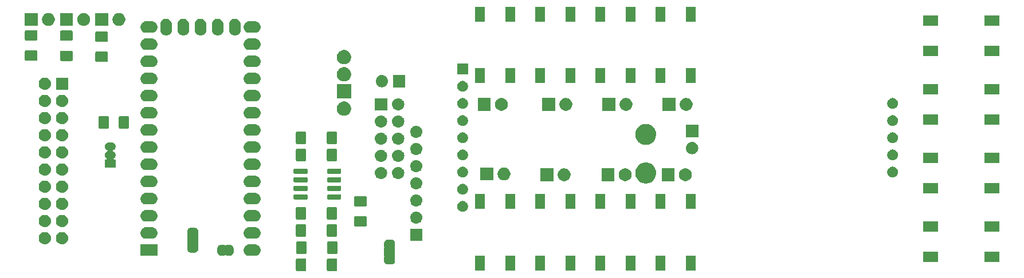
<source format=gbr>
G04 #@! TF.GenerationSoftware,KiCad,Pcbnew,(5.1.4)-1*
G04 #@! TF.CreationDate,2022-01-22T20:19:37+01:00*
G04 #@! TF.ProjectId,KRS-XL_CB6-9-12,4b52532d-584c-45f4-9342-362d392d3132,V01.01_work*
G04 #@! TF.SameCoordinates,Original*
G04 #@! TF.FileFunction,Soldermask,Top*
G04 #@! TF.FilePolarity,Negative*
%FSLAX46Y46*%
G04 Gerber Fmt 4.6, Leading zero omitted, Abs format (unit mm)*
G04 Created by KiCad (PCBNEW (5.1.4)-1) date 2022-01-22 20:19:37*
%MOMM*%
%LPD*%
G04 APERTURE LIST*
%ADD10C,0.100000*%
G04 APERTURE END LIST*
D10*
G36*
X96887162Y-88232181D02*
G01*
X96922081Y-88242774D01*
X96954263Y-88259976D01*
X96982473Y-88283127D01*
X97005624Y-88311337D01*
X97022826Y-88343519D01*
X97033419Y-88378438D01*
X97037600Y-88420895D01*
X97037600Y-89887105D01*
X97033419Y-89929562D01*
X97022826Y-89964481D01*
X97005624Y-89996663D01*
X96982473Y-90024873D01*
X96954263Y-90048024D01*
X96922081Y-90065226D01*
X96887162Y-90075819D01*
X96844705Y-90080000D01*
X95703495Y-90080000D01*
X95661038Y-90075819D01*
X95626119Y-90065226D01*
X95593937Y-90048024D01*
X95565727Y-90024873D01*
X95542576Y-89996663D01*
X95525374Y-89964481D01*
X95514781Y-89929562D01*
X95510600Y-89887105D01*
X95510600Y-88420895D01*
X95514781Y-88378438D01*
X95525374Y-88343519D01*
X95542576Y-88311337D01*
X95565727Y-88283127D01*
X95593937Y-88259976D01*
X95626119Y-88242774D01*
X95661038Y-88232181D01*
X95703495Y-88228000D01*
X96844705Y-88228000D01*
X96887162Y-88232181D01*
X96887162Y-88232181D01*
G37*
G36*
X92315162Y-88232181D02*
G01*
X92350081Y-88242774D01*
X92382263Y-88259976D01*
X92410473Y-88283127D01*
X92433624Y-88311337D01*
X92450826Y-88343519D01*
X92461419Y-88378438D01*
X92465600Y-88420895D01*
X92465600Y-89887105D01*
X92461419Y-89929562D01*
X92450826Y-89964481D01*
X92433624Y-89996663D01*
X92410473Y-90024873D01*
X92382263Y-90048024D01*
X92350081Y-90065226D01*
X92315162Y-90075819D01*
X92272705Y-90080000D01*
X91131495Y-90080000D01*
X91089038Y-90075819D01*
X91054119Y-90065226D01*
X91021937Y-90048024D01*
X90993727Y-90024873D01*
X90970576Y-89996663D01*
X90953374Y-89964481D01*
X90942781Y-89929562D01*
X90938600Y-89887105D01*
X90938600Y-88420895D01*
X90942781Y-88378438D01*
X90953374Y-88343519D01*
X90970576Y-88311337D01*
X90993727Y-88283127D01*
X91021937Y-88259976D01*
X91054119Y-88242774D01*
X91089038Y-88232181D01*
X91131495Y-88228000D01*
X92272705Y-88228000D01*
X92315162Y-88232181D01*
X92315162Y-88232181D01*
G37*
G36*
X150031000Y-90004400D02*
G01*
X148529000Y-90004400D01*
X148529000Y-87802400D01*
X150031000Y-87802400D01*
X150031000Y-90004400D01*
X150031000Y-90004400D01*
G37*
G36*
X145531000Y-90004400D02*
G01*
X144029000Y-90004400D01*
X144029000Y-87802400D01*
X145531000Y-87802400D01*
X145531000Y-90004400D01*
X145531000Y-90004400D01*
G37*
G36*
X123361000Y-90001000D02*
G01*
X121859000Y-90001000D01*
X121859000Y-87799000D01*
X123361000Y-87799000D01*
X123361000Y-90001000D01*
X123361000Y-90001000D01*
G37*
G36*
X118861000Y-90001000D02*
G01*
X117359000Y-90001000D01*
X117359000Y-87799000D01*
X118861000Y-87799000D01*
X118861000Y-90001000D01*
X118861000Y-90001000D01*
G37*
G36*
X141141000Y-89982400D02*
G01*
X139639000Y-89982400D01*
X139639000Y-87780400D01*
X141141000Y-87780400D01*
X141141000Y-89982400D01*
X141141000Y-89982400D01*
G37*
G36*
X136641000Y-89982400D02*
G01*
X135139000Y-89982400D01*
X135139000Y-87780400D01*
X136641000Y-87780400D01*
X136641000Y-89982400D01*
X136641000Y-89982400D01*
G37*
G36*
X132251000Y-89982400D02*
G01*
X130749000Y-89982400D01*
X130749000Y-87780400D01*
X132251000Y-87780400D01*
X132251000Y-89982400D01*
X132251000Y-89982400D01*
G37*
G36*
X127751000Y-89982400D02*
G01*
X126249000Y-89982400D01*
X126249000Y-87780400D01*
X127751000Y-87780400D01*
X127751000Y-89982400D01*
X127751000Y-89982400D01*
G37*
G36*
X105037199Y-85398954D02*
G01*
X105049450Y-85399556D01*
X105067869Y-85399556D01*
X105090149Y-85401750D01*
X105174233Y-85418476D01*
X105195660Y-85424976D01*
X105274858Y-85457780D01*
X105280303Y-85460691D01*
X105280309Y-85460693D01*
X105289169Y-85465429D01*
X105289173Y-85465432D01*
X105294614Y-85468340D01*
X105365899Y-85515971D01*
X105383204Y-85530172D01*
X105443828Y-85590796D01*
X105458029Y-85608101D01*
X105505660Y-85679386D01*
X105508568Y-85684827D01*
X105508571Y-85684831D01*
X105513307Y-85693691D01*
X105513309Y-85693697D01*
X105516220Y-85699142D01*
X105549024Y-85778340D01*
X105555524Y-85799767D01*
X105572250Y-85883851D01*
X105574444Y-85906131D01*
X105574444Y-85924550D01*
X105575046Y-85936801D01*
X105576852Y-85955139D01*
X105576852Y-86492860D01*
X105575263Y-86508999D01*
X105570855Y-86523528D01*
X105565394Y-86536711D01*
X105560612Y-86560745D01*
X105560611Y-86585249D01*
X105565391Y-86609282D01*
X105574768Y-86631921D01*
X105576000Y-86633765D01*
X105576000Y-87865050D01*
X105569525Y-87877164D01*
X105562412Y-87900613D01*
X105560010Y-87924999D01*
X105562412Y-87949385D01*
X105569525Y-87972834D01*
X105571848Y-87977746D01*
X105575263Y-87989001D01*
X105576852Y-88005140D01*
X105576852Y-88542862D01*
X105575046Y-88561199D01*
X105574444Y-88573450D01*
X105574444Y-88591869D01*
X105572250Y-88614149D01*
X105555524Y-88698233D01*
X105549024Y-88719660D01*
X105516220Y-88798858D01*
X105513309Y-88804303D01*
X105513307Y-88804309D01*
X105508571Y-88813169D01*
X105508568Y-88813173D01*
X105505660Y-88818614D01*
X105458029Y-88889899D01*
X105443828Y-88907204D01*
X105383204Y-88967828D01*
X105365899Y-88982029D01*
X105294614Y-89029660D01*
X105289173Y-89032568D01*
X105289169Y-89032571D01*
X105280309Y-89037307D01*
X105280303Y-89037309D01*
X105274858Y-89040220D01*
X105195660Y-89073024D01*
X105174233Y-89079524D01*
X105090149Y-89096250D01*
X105067869Y-89098444D01*
X105049450Y-89098444D01*
X105037199Y-89099046D01*
X105018862Y-89100852D01*
X104531138Y-89100852D01*
X104512801Y-89099046D01*
X104500550Y-89098444D01*
X104482131Y-89098444D01*
X104459851Y-89096250D01*
X104375767Y-89079524D01*
X104354340Y-89073024D01*
X104275142Y-89040220D01*
X104269697Y-89037309D01*
X104269691Y-89037307D01*
X104260831Y-89032571D01*
X104260827Y-89032568D01*
X104255386Y-89029660D01*
X104184101Y-88982029D01*
X104166796Y-88967828D01*
X104106172Y-88907204D01*
X104091971Y-88889899D01*
X104044340Y-88818614D01*
X104041432Y-88813173D01*
X104041429Y-88813169D01*
X104036693Y-88804309D01*
X104036691Y-88804303D01*
X104033780Y-88798858D01*
X104000976Y-88719660D01*
X103994476Y-88698233D01*
X103977750Y-88614149D01*
X103975556Y-88591869D01*
X103975556Y-88573450D01*
X103974954Y-88561199D01*
X103973148Y-88542862D01*
X103973148Y-88005140D01*
X103974737Y-87989001D01*
X103979145Y-87974472D01*
X103984606Y-87961289D01*
X103989388Y-87937255D01*
X103989389Y-87912751D01*
X103984609Y-87888718D01*
X103975232Y-87866079D01*
X103974000Y-87864235D01*
X103974000Y-86632950D01*
X103980475Y-86620836D01*
X103987588Y-86597387D01*
X103989990Y-86573001D01*
X103987588Y-86548615D01*
X103980475Y-86525166D01*
X103978152Y-86520254D01*
X103974737Y-86508999D01*
X103973148Y-86492860D01*
X103973148Y-85955139D01*
X103974954Y-85936801D01*
X103975556Y-85924550D01*
X103975556Y-85906131D01*
X103977750Y-85883851D01*
X103994476Y-85799767D01*
X104000976Y-85778340D01*
X104033780Y-85699142D01*
X104036691Y-85693697D01*
X104036693Y-85693691D01*
X104041429Y-85684831D01*
X104041432Y-85684827D01*
X104044340Y-85679386D01*
X104091971Y-85608101D01*
X104106172Y-85590796D01*
X104166796Y-85530172D01*
X104184101Y-85515971D01*
X104255386Y-85468340D01*
X104260827Y-85465432D01*
X104260831Y-85465429D01*
X104269691Y-85460693D01*
X104269697Y-85460691D01*
X104275142Y-85457780D01*
X104354340Y-85424976D01*
X104375767Y-85418476D01*
X104459851Y-85401750D01*
X104482131Y-85399556D01*
X104500550Y-85399556D01*
X104512801Y-85398954D01*
X104531139Y-85397148D01*
X105018861Y-85397148D01*
X105037199Y-85398954D01*
X105037199Y-85398954D01*
G37*
G36*
X185781000Y-88726000D02*
G01*
X183579000Y-88726000D01*
X183579000Y-87224000D01*
X185781000Y-87224000D01*
X185781000Y-88726000D01*
X185781000Y-88726000D01*
G37*
G36*
X194881000Y-88726000D02*
G01*
X192679000Y-88726000D01*
X192679000Y-87224000D01*
X194881000Y-87224000D01*
X194881000Y-88726000D01*
X194881000Y-88726000D01*
G37*
G36*
X85021823Y-86156313D02*
G01*
X85182242Y-86204976D01*
X85279834Y-86257140D01*
X85330078Y-86283996D01*
X85459659Y-86390341D01*
X85566004Y-86519922D01*
X85566005Y-86519924D01*
X85645024Y-86667758D01*
X85693687Y-86828177D01*
X85710117Y-86995000D01*
X85693687Y-87161823D01*
X85645024Y-87322242D01*
X85598248Y-87409753D01*
X85566004Y-87470078D01*
X85459659Y-87599659D01*
X85330078Y-87706004D01*
X85330076Y-87706005D01*
X85182242Y-87785024D01*
X85021823Y-87833687D01*
X84896804Y-87846000D01*
X84013196Y-87846000D01*
X83888177Y-87833687D01*
X83727758Y-87785024D01*
X83579924Y-87706005D01*
X83579922Y-87706004D01*
X83450341Y-87599659D01*
X83343996Y-87470078D01*
X83311752Y-87409753D01*
X83264976Y-87322242D01*
X83216313Y-87161823D01*
X83199883Y-86995000D01*
X83216313Y-86828177D01*
X83264976Y-86667758D01*
X83343995Y-86519924D01*
X83343996Y-86519922D01*
X83450341Y-86390341D01*
X83579922Y-86283996D01*
X83630166Y-86257140D01*
X83727758Y-86204976D01*
X83888177Y-86156313D01*
X84013196Y-86144000D01*
X84896804Y-86144000D01*
X85021823Y-86156313D01*
X85021823Y-86156313D01*
G37*
G36*
X70466000Y-87846000D02*
G01*
X67964000Y-87846000D01*
X67964000Y-86144000D01*
X70466000Y-86144000D01*
X70466000Y-87846000D01*
X70466000Y-87846000D01*
G37*
G36*
X80377999Y-86194737D02*
G01*
X80387608Y-86197652D01*
X80396472Y-86202390D01*
X80404237Y-86208763D01*
X80414448Y-86221206D01*
X80421378Y-86231575D01*
X80438705Y-86248902D01*
X80459080Y-86262515D01*
X80481720Y-86271891D01*
X80505753Y-86276671D01*
X80530257Y-86276670D01*
X80554290Y-86271888D01*
X80576929Y-86262510D01*
X80597302Y-86248895D01*
X80614629Y-86231568D01*
X80621558Y-86221198D01*
X80631763Y-86208763D01*
X80639528Y-86202390D01*
X80648392Y-86197652D01*
X80658001Y-86194737D01*
X80674140Y-86193148D01*
X81161861Y-86193148D01*
X81180199Y-86194954D01*
X81192450Y-86195556D01*
X81210869Y-86195556D01*
X81233149Y-86197750D01*
X81317233Y-86214476D01*
X81338660Y-86220976D01*
X81417858Y-86253780D01*
X81423303Y-86256691D01*
X81423309Y-86256693D01*
X81432169Y-86261429D01*
X81432173Y-86261432D01*
X81437614Y-86264340D01*
X81508899Y-86311971D01*
X81526204Y-86326172D01*
X81586828Y-86386796D01*
X81601029Y-86404101D01*
X81648660Y-86475386D01*
X81651568Y-86480827D01*
X81651571Y-86480831D01*
X81656307Y-86489691D01*
X81656309Y-86489697D01*
X81659220Y-86495142D01*
X81692024Y-86574340D01*
X81698524Y-86595767D01*
X81715250Y-86679851D01*
X81717444Y-86702131D01*
X81717444Y-86720550D01*
X81718046Y-86732801D01*
X81719852Y-86751139D01*
X81719852Y-87238862D01*
X81718046Y-87257199D01*
X81717444Y-87269450D01*
X81717444Y-87287869D01*
X81715250Y-87310149D01*
X81698524Y-87394233D01*
X81692024Y-87415660D01*
X81659220Y-87494858D01*
X81656309Y-87500303D01*
X81656307Y-87500309D01*
X81651571Y-87509169D01*
X81651568Y-87509173D01*
X81648660Y-87514614D01*
X81601029Y-87585899D01*
X81586828Y-87603204D01*
X81526204Y-87663828D01*
X81508899Y-87678029D01*
X81437614Y-87725660D01*
X81432173Y-87728568D01*
X81432169Y-87728571D01*
X81423309Y-87733307D01*
X81423303Y-87733309D01*
X81417858Y-87736220D01*
X81338660Y-87769024D01*
X81317233Y-87775524D01*
X81233149Y-87792250D01*
X81210869Y-87794444D01*
X81192450Y-87794444D01*
X81180199Y-87795046D01*
X81161862Y-87796852D01*
X80674140Y-87796852D01*
X80658001Y-87795263D01*
X80648392Y-87792348D01*
X80639528Y-87787610D01*
X80631763Y-87781237D01*
X80621552Y-87768794D01*
X80614622Y-87758425D01*
X80597295Y-87741098D01*
X80576920Y-87727485D01*
X80554280Y-87718109D01*
X80530247Y-87713329D01*
X80505743Y-87713330D01*
X80481710Y-87718112D01*
X80459071Y-87727490D01*
X80438698Y-87741105D01*
X80421371Y-87758432D01*
X80414442Y-87768802D01*
X80404237Y-87781237D01*
X80396472Y-87787610D01*
X80387608Y-87792348D01*
X80377999Y-87795263D01*
X80361860Y-87796852D01*
X79874138Y-87796852D01*
X79855801Y-87795046D01*
X79843550Y-87794444D01*
X79825131Y-87794444D01*
X79802851Y-87792250D01*
X79718767Y-87775524D01*
X79697340Y-87769024D01*
X79618142Y-87736220D01*
X79612697Y-87733309D01*
X79612691Y-87733307D01*
X79603831Y-87728571D01*
X79603827Y-87728568D01*
X79598386Y-87725660D01*
X79527101Y-87678029D01*
X79509796Y-87663828D01*
X79449172Y-87603204D01*
X79434971Y-87585899D01*
X79387340Y-87514614D01*
X79384432Y-87509173D01*
X79384429Y-87509169D01*
X79379693Y-87500309D01*
X79379691Y-87500303D01*
X79376780Y-87494858D01*
X79343976Y-87415660D01*
X79337476Y-87394233D01*
X79320750Y-87310149D01*
X79318556Y-87287869D01*
X79318556Y-87269450D01*
X79317954Y-87257199D01*
X79316148Y-87238862D01*
X79316148Y-86751139D01*
X79317954Y-86732801D01*
X79318556Y-86720550D01*
X79318556Y-86702131D01*
X79320750Y-86679851D01*
X79337476Y-86595767D01*
X79343976Y-86574340D01*
X79376780Y-86495142D01*
X79379691Y-86489697D01*
X79379693Y-86489691D01*
X79384429Y-86480831D01*
X79384432Y-86480827D01*
X79387340Y-86475386D01*
X79434971Y-86404101D01*
X79449172Y-86386796D01*
X79509796Y-86326172D01*
X79527101Y-86311971D01*
X79598386Y-86264340D01*
X79603827Y-86261432D01*
X79603831Y-86261429D01*
X79612691Y-86256693D01*
X79612697Y-86256691D01*
X79618142Y-86253780D01*
X79697340Y-86220976D01*
X79718767Y-86214476D01*
X79802851Y-86197750D01*
X79825131Y-86195556D01*
X79843550Y-86195556D01*
X79855801Y-86194954D01*
X79874139Y-86193148D01*
X80361860Y-86193148D01*
X80377999Y-86194737D01*
X80377999Y-86194737D01*
G37*
G36*
X96907462Y-85692181D02*
G01*
X96942381Y-85702774D01*
X96974563Y-85719976D01*
X97002773Y-85743127D01*
X97025924Y-85771337D01*
X97043126Y-85803519D01*
X97053719Y-85838438D01*
X97057900Y-85880895D01*
X97057900Y-87347105D01*
X97053719Y-87389562D01*
X97043126Y-87424481D01*
X97025924Y-87456663D01*
X97002773Y-87484873D01*
X96974563Y-87508024D01*
X96942381Y-87525226D01*
X96907462Y-87535819D01*
X96865005Y-87540000D01*
X95723795Y-87540000D01*
X95681338Y-87535819D01*
X95646419Y-87525226D01*
X95614237Y-87508024D01*
X95586027Y-87484873D01*
X95562876Y-87456663D01*
X95545674Y-87424481D01*
X95535081Y-87389562D01*
X95530900Y-87347105D01*
X95530900Y-85880895D01*
X95535081Y-85838438D01*
X95545674Y-85803519D01*
X95562876Y-85771337D01*
X95586027Y-85743127D01*
X95614237Y-85719976D01*
X95646419Y-85702774D01*
X95681338Y-85692181D01*
X95723795Y-85688000D01*
X96865005Y-85688000D01*
X96907462Y-85692181D01*
X96907462Y-85692181D01*
G37*
G36*
X92335462Y-85692181D02*
G01*
X92370381Y-85702774D01*
X92402563Y-85719976D01*
X92430773Y-85743127D01*
X92453924Y-85771337D01*
X92471126Y-85803519D01*
X92481719Y-85838438D01*
X92485900Y-85880895D01*
X92485900Y-87347105D01*
X92481719Y-87389562D01*
X92471126Y-87424481D01*
X92453924Y-87456663D01*
X92430773Y-87484873D01*
X92402563Y-87508024D01*
X92370381Y-87525226D01*
X92335462Y-87535819D01*
X92293005Y-87540000D01*
X91151795Y-87540000D01*
X91109338Y-87535819D01*
X91074419Y-87525226D01*
X91042237Y-87508024D01*
X91014027Y-87484873D01*
X90990876Y-87456663D01*
X90973674Y-87424481D01*
X90963081Y-87389562D01*
X90958900Y-87347105D01*
X90958900Y-85880895D01*
X90963081Y-85838438D01*
X90973674Y-85803519D01*
X90990876Y-85771337D01*
X91014027Y-85743127D01*
X91042237Y-85719976D01*
X91074419Y-85702774D01*
X91109338Y-85692181D01*
X91151795Y-85688000D01*
X92293005Y-85688000D01*
X92335462Y-85692181D01*
X92335462Y-85692181D01*
G37*
G36*
X75954199Y-83650954D02*
G01*
X75966450Y-83651556D01*
X75984869Y-83651556D01*
X76007149Y-83653750D01*
X76091233Y-83670476D01*
X76112660Y-83676976D01*
X76191858Y-83709780D01*
X76197303Y-83712691D01*
X76197309Y-83712693D01*
X76206169Y-83717429D01*
X76206173Y-83717432D01*
X76211614Y-83720340D01*
X76282899Y-83767971D01*
X76300204Y-83782172D01*
X76360828Y-83842796D01*
X76375029Y-83860101D01*
X76422660Y-83931386D01*
X76425568Y-83936827D01*
X76425571Y-83936831D01*
X76430307Y-83945691D01*
X76430309Y-83945697D01*
X76433220Y-83951142D01*
X76466024Y-84030340D01*
X76472524Y-84051767D01*
X76489250Y-84135851D01*
X76491444Y-84158131D01*
X76491444Y-84176550D01*
X76492046Y-84188801D01*
X76493852Y-84207139D01*
X76493852Y-84744860D01*
X76492263Y-84760999D01*
X76487855Y-84775528D01*
X76482394Y-84788711D01*
X76477612Y-84812745D01*
X76477611Y-84837249D01*
X76482391Y-84861282D01*
X76491768Y-84883921D01*
X76493000Y-84885765D01*
X76493000Y-86117050D01*
X76486525Y-86129164D01*
X76479412Y-86152613D01*
X76477010Y-86176999D01*
X76479412Y-86201385D01*
X76486525Y-86224834D01*
X76488848Y-86229746D01*
X76492263Y-86241001D01*
X76493852Y-86257140D01*
X76493852Y-86794862D01*
X76492046Y-86813199D01*
X76491444Y-86825450D01*
X76491444Y-86843869D01*
X76489250Y-86866149D01*
X76472524Y-86950233D01*
X76466024Y-86971660D01*
X76433220Y-87050858D01*
X76430309Y-87056303D01*
X76430307Y-87056309D01*
X76425571Y-87065169D01*
X76425568Y-87065173D01*
X76422660Y-87070614D01*
X76375029Y-87141899D01*
X76360828Y-87159204D01*
X76300204Y-87219828D01*
X76282899Y-87234029D01*
X76211614Y-87281660D01*
X76206173Y-87284568D01*
X76206169Y-87284571D01*
X76197309Y-87289307D01*
X76197303Y-87289309D01*
X76191858Y-87292220D01*
X76112660Y-87325024D01*
X76091233Y-87331524D01*
X76007149Y-87348250D01*
X75984869Y-87350444D01*
X75966450Y-87350444D01*
X75954199Y-87351046D01*
X75935862Y-87352852D01*
X75448138Y-87352852D01*
X75429801Y-87351046D01*
X75417550Y-87350444D01*
X75399131Y-87350444D01*
X75376851Y-87348250D01*
X75292767Y-87331524D01*
X75271340Y-87325024D01*
X75192142Y-87292220D01*
X75186697Y-87289309D01*
X75186691Y-87289307D01*
X75177831Y-87284571D01*
X75177827Y-87284568D01*
X75172386Y-87281660D01*
X75101101Y-87234029D01*
X75083796Y-87219828D01*
X75023172Y-87159204D01*
X75008971Y-87141899D01*
X74961340Y-87070614D01*
X74958432Y-87065173D01*
X74958429Y-87065169D01*
X74953693Y-87056309D01*
X74953691Y-87056303D01*
X74950780Y-87050858D01*
X74917976Y-86971660D01*
X74911476Y-86950233D01*
X74894750Y-86866149D01*
X74892556Y-86843869D01*
X74892556Y-86825450D01*
X74891954Y-86813199D01*
X74890148Y-86794862D01*
X74890148Y-86257140D01*
X74891737Y-86241001D01*
X74896145Y-86226472D01*
X74901606Y-86213289D01*
X74906388Y-86189255D01*
X74906389Y-86164751D01*
X74901609Y-86140718D01*
X74892232Y-86118079D01*
X74891000Y-86116235D01*
X74891000Y-84884950D01*
X74897475Y-84872836D01*
X74904588Y-84849387D01*
X74906990Y-84825001D01*
X74904588Y-84800615D01*
X74897475Y-84777166D01*
X74895152Y-84772254D01*
X74891737Y-84760999D01*
X74890148Y-84744860D01*
X74890148Y-84207139D01*
X74891954Y-84188801D01*
X74892556Y-84176550D01*
X74892556Y-84158131D01*
X74894750Y-84135851D01*
X74911476Y-84051767D01*
X74917976Y-84030340D01*
X74950780Y-83951142D01*
X74953691Y-83945697D01*
X74953693Y-83945691D01*
X74958429Y-83936831D01*
X74958432Y-83936827D01*
X74961340Y-83931386D01*
X75008971Y-83860101D01*
X75023172Y-83842796D01*
X75083796Y-83782172D01*
X75101101Y-83767971D01*
X75172386Y-83720340D01*
X75177827Y-83717432D01*
X75177831Y-83717429D01*
X75186691Y-83712693D01*
X75186697Y-83712691D01*
X75192142Y-83709780D01*
X75271340Y-83676976D01*
X75292767Y-83670476D01*
X75376851Y-83653750D01*
X75399131Y-83651556D01*
X75417550Y-83651556D01*
X75429801Y-83650954D01*
X75448139Y-83649148D01*
X75935861Y-83649148D01*
X75954199Y-83650954D01*
X75954199Y-83650954D01*
G37*
G36*
X54027294Y-84315633D02*
G01*
X54199695Y-84367931D01*
X54358583Y-84452858D01*
X54497849Y-84567151D01*
X54612142Y-84706417D01*
X54697069Y-84865305D01*
X54749367Y-85037706D01*
X54767025Y-85217000D01*
X54749367Y-85396294D01*
X54697069Y-85568695D01*
X54612142Y-85727583D01*
X54497849Y-85866849D01*
X54358583Y-85981142D01*
X54199695Y-86066069D01*
X54027294Y-86118367D01*
X53892931Y-86131600D01*
X53803069Y-86131600D01*
X53668706Y-86118367D01*
X53496305Y-86066069D01*
X53337417Y-85981142D01*
X53198151Y-85866849D01*
X53083858Y-85727583D01*
X52998931Y-85568695D01*
X52946633Y-85396294D01*
X52928975Y-85217000D01*
X52946633Y-85037706D01*
X52998931Y-84865305D01*
X53083858Y-84706417D01*
X53198151Y-84567151D01*
X53337417Y-84452858D01*
X53496305Y-84367931D01*
X53668706Y-84315633D01*
X53803069Y-84302400D01*
X53892931Y-84302400D01*
X54027294Y-84315633D01*
X54027294Y-84315633D01*
G37*
G36*
X56567294Y-84315633D02*
G01*
X56739695Y-84367931D01*
X56898583Y-84452858D01*
X57037849Y-84567151D01*
X57152142Y-84706417D01*
X57237069Y-84865305D01*
X57289367Y-85037706D01*
X57307025Y-85217000D01*
X57289367Y-85396294D01*
X57237069Y-85568695D01*
X57152142Y-85727583D01*
X57037849Y-85866849D01*
X56898583Y-85981142D01*
X56739695Y-86066069D01*
X56567294Y-86118367D01*
X56432931Y-86131600D01*
X56343069Y-86131600D01*
X56208706Y-86118367D01*
X56036305Y-86066069D01*
X55877417Y-85981142D01*
X55738151Y-85866849D01*
X55623858Y-85727583D01*
X55538931Y-85568695D01*
X55486633Y-85396294D01*
X55468975Y-85217000D01*
X55486633Y-85037706D01*
X55538931Y-84865305D01*
X55623858Y-84706417D01*
X55738151Y-84567151D01*
X55877417Y-84452858D01*
X56036305Y-84367931D01*
X56208706Y-84315633D01*
X56343069Y-84302400D01*
X56432931Y-84302400D01*
X56567294Y-84315633D01*
X56567294Y-84315633D01*
G37*
G36*
X109613000Y-85610000D02*
G01*
X107811000Y-85610000D01*
X107811000Y-83808000D01*
X109613000Y-83808000D01*
X109613000Y-85610000D01*
X109613000Y-85610000D01*
G37*
G36*
X69781823Y-83616313D02*
G01*
X69942242Y-83664976D01*
X70074906Y-83735886D01*
X70090078Y-83743996D01*
X70219659Y-83850341D01*
X70326004Y-83979922D01*
X70326005Y-83979924D01*
X70405024Y-84127758D01*
X70453687Y-84288177D01*
X70470117Y-84455000D01*
X70453687Y-84621823D01*
X70405024Y-84782242D01*
X70362776Y-84861282D01*
X70326004Y-84930078D01*
X70219659Y-85059659D01*
X70090078Y-85166004D01*
X70090076Y-85166005D01*
X69942242Y-85245024D01*
X69781823Y-85293687D01*
X69656804Y-85306000D01*
X68773196Y-85306000D01*
X68648177Y-85293687D01*
X68487758Y-85245024D01*
X68339924Y-85166005D01*
X68339922Y-85166004D01*
X68210341Y-85059659D01*
X68103996Y-84930078D01*
X68067224Y-84861282D01*
X68024976Y-84782242D01*
X67976313Y-84621823D01*
X67959883Y-84455000D01*
X67976313Y-84288177D01*
X68024976Y-84127758D01*
X68103995Y-83979924D01*
X68103996Y-83979922D01*
X68210341Y-83850341D01*
X68339922Y-83743996D01*
X68355094Y-83735886D01*
X68487758Y-83664976D01*
X68648177Y-83616313D01*
X68773196Y-83604000D01*
X69656804Y-83604000D01*
X69781823Y-83616313D01*
X69781823Y-83616313D01*
G37*
G36*
X85021823Y-83616313D02*
G01*
X85182242Y-83664976D01*
X85314906Y-83735886D01*
X85330078Y-83743996D01*
X85459659Y-83850341D01*
X85566004Y-83979922D01*
X85566005Y-83979924D01*
X85645024Y-84127758D01*
X85693687Y-84288177D01*
X85710117Y-84455000D01*
X85693687Y-84621823D01*
X85645024Y-84782242D01*
X85602776Y-84861282D01*
X85566004Y-84930078D01*
X85459659Y-85059659D01*
X85330078Y-85166004D01*
X85330076Y-85166005D01*
X85182242Y-85245024D01*
X85021823Y-85293687D01*
X84896804Y-85306000D01*
X84013196Y-85306000D01*
X83888177Y-85293687D01*
X83727758Y-85245024D01*
X83579924Y-85166005D01*
X83579922Y-85166004D01*
X83450341Y-85059659D01*
X83343996Y-84930078D01*
X83307224Y-84861282D01*
X83264976Y-84782242D01*
X83216313Y-84621823D01*
X83199883Y-84455000D01*
X83216313Y-84288177D01*
X83264976Y-84127758D01*
X83343995Y-83979924D01*
X83343996Y-83979922D01*
X83450341Y-83850341D01*
X83579922Y-83743996D01*
X83595094Y-83735886D01*
X83727758Y-83664976D01*
X83888177Y-83616313D01*
X84013196Y-83604000D01*
X84896804Y-83604000D01*
X85021823Y-83616313D01*
X85021823Y-83616313D01*
G37*
G36*
X92307062Y-83152181D02*
G01*
X92341981Y-83162774D01*
X92374163Y-83179976D01*
X92402373Y-83203127D01*
X92425524Y-83231337D01*
X92442726Y-83263519D01*
X92453319Y-83298438D01*
X92457500Y-83340895D01*
X92457500Y-84807105D01*
X92453319Y-84849562D01*
X92442726Y-84884481D01*
X92425524Y-84916663D01*
X92402373Y-84944873D01*
X92374163Y-84968024D01*
X92341981Y-84985226D01*
X92307062Y-84995819D01*
X92264605Y-85000000D01*
X91123395Y-85000000D01*
X91080938Y-84995819D01*
X91046019Y-84985226D01*
X91013837Y-84968024D01*
X90985627Y-84944873D01*
X90962476Y-84916663D01*
X90945274Y-84884481D01*
X90934681Y-84849562D01*
X90930500Y-84807105D01*
X90930500Y-83340895D01*
X90934681Y-83298438D01*
X90945274Y-83263519D01*
X90962476Y-83231337D01*
X90985627Y-83203127D01*
X91013837Y-83179976D01*
X91046019Y-83162774D01*
X91080938Y-83152181D01*
X91123395Y-83148000D01*
X92264605Y-83148000D01*
X92307062Y-83152181D01*
X92307062Y-83152181D01*
G37*
G36*
X96879062Y-83152181D02*
G01*
X96913981Y-83162774D01*
X96946163Y-83179976D01*
X96974373Y-83203127D01*
X96997524Y-83231337D01*
X97014726Y-83263519D01*
X97025319Y-83298438D01*
X97029500Y-83340895D01*
X97029500Y-84807105D01*
X97025319Y-84849562D01*
X97014726Y-84884481D01*
X96997524Y-84916663D01*
X96974373Y-84944873D01*
X96946163Y-84968024D01*
X96913981Y-84985226D01*
X96879062Y-84995819D01*
X96836605Y-85000000D01*
X95695395Y-85000000D01*
X95652938Y-84995819D01*
X95618019Y-84985226D01*
X95585837Y-84968024D01*
X95557627Y-84944873D01*
X95534476Y-84916663D01*
X95517274Y-84884481D01*
X95506681Y-84849562D01*
X95502500Y-84807105D01*
X95502500Y-83340895D01*
X95506681Y-83298438D01*
X95517274Y-83263519D01*
X95534476Y-83231337D01*
X95557627Y-83203127D01*
X95585837Y-83179976D01*
X95618019Y-83162774D01*
X95652938Y-83152181D01*
X95695395Y-83148000D01*
X96836605Y-83148000D01*
X96879062Y-83152181D01*
X96879062Y-83152181D01*
G37*
G36*
X194881000Y-84226000D02*
G01*
X192679000Y-84226000D01*
X192679000Y-82724000D01*
X194881000Y-82724000D01*
X194881000Y-84226000D01*
X194881000Y-84226000D01*
G37*
G36*
X185781000Y-84226000D02*
G01*
X183579000Y-84226000D01*
X183579000Y-82724000D01*
X185781000Y-82724000D01*
X185781000Y-84226000D01*
X185781000Y-84226000D01*
G37*
G36*
X56567294Y-81775633D02*
G01*
X56739695Y-81827931D01*
X56898583Y-81912858D01*
X57037849Y-82027151D01*
X57152142Y-82166417D01*
X57237069Y-82325305D01*
X57289367Y-82497706D01*
X57307025Y-82677000D01*
X57289367Y-82856294D01*
X57237069Y-83028695D01*
X57152142Y-83187583D01*
X57037849Y-83326849D01*
X56898583Y-83441142D01*
X56739695Y-83526069D01*
X56567294Y-83578367D01*
X56432931Y-83591600D01*
X56343069Y-83591600D01*
X56208706Y-83578367D01*
X56036305Y-83526069D01*
X55877417Y-83441142D01*
X55738151Y-83326849D01*
X55623858Y-83187583D01*
X55538931Y-83028695D01*
X55486633Y-82856294D01*
X55468975Y-82677000D01*
X55486633Y-82497706D01*
X55538931Y-82325305D01*
X55623858Y-82166417D01*
X55738151Y-82027151D01*
X55877417Y-81912858D01*
X56036305Y-81827931D01*
X56208706Y-81775633D01*
X56343069Y-81762400D01*
X56432931Y-81762400D01*
X56567294Y-81775633D01*
X56567294Y-81775633D01*
G37*
G36*
X54027294Y-81775633D02*
G01*
X54199695Y-81827931D01*
X54358583Y-81912858D01*
X54497849Y-82027151D01*
X54612142Y-82166417D01*
X54697069Y-82325305D01*
X54749367Y-82497706D01*
X54767025Y-82677000D01*
X54749367Y-82856294D01*
X54697069Y-83028695D01*
X54612142Y-83187583D01*
X54497849Y-83326849D01*
X54358583Y-83441142D01*
X54199695Y-83526069D01*
X54027294Y-83578367D01*
X53892931Y-83591600D01*
X53803069Y-83591600D01*
X53668706Y-83578367D01*
X53496305Y-83526069D01*
X53337417Y-83441142D01*
X53198151Y-83326849D01*
X53083858Y-83187583D01*
X52998931Y-83028695D01*
X52946633Y-82856294D01*
X52928975Y-82677000D01*
X52946633Y-82497706D01*
X52998931Y-82325305D01*
X53083858Y-82166417D01*
X53198151Y-82027151D01*
X53337417Y-81912858D01*
X53496305Y-81827931D01*
X53668706Y-81775633D01*
X53803069Y-81762400D01*
X53892931Y-81762400D01*
X54027294Y-81775633D01*
X54027294Y-81775633D01*
G37*
G36*
X101232562Y-81971681D02*
G01*
X101267481Y-81982274D01*
X101299663Y-81999476D01*
X101327873Y-82022627D01*
X101351024Y-82050837D01*
X101368226Y-82083019D01*
X101378819Y-82117938D01*
X101383000Y-82160395D01*
X101383000Y-83301605D01*
X101378819Y-83344062D01*
X101368226Y-83378981D01*
X101351024Y-83411163D01*
X101327873Y-83439373D01*
X101299663Y-83462524D01*
X101267481Y-83479726D01*
X101232562Y-83490319D01*
X101190105Y-83494500D01*
X99723895Y-83494500D01*
X99681438Y-83490319D01*
X99646519Y-83479726D01*
X99614337Y-83462524D01*
X99586127Y-83439373D01*
X99562976Y-83411163D01*
X99545774Y-83378981D01*
X99535181Y-83344062D01*
X99531000Y-83301605D01*
X99531000Y-82160395D01*
X99535181Y-82117938D01*
X99545774Y-82083019D01*
X99562976Y-82050837D01*
X99586127Y-82022627D01*
X99614337Y-81999476D01*
X99646519Y-81982274D01*
X99681438Y-81971681D01*
X99723895Y-81967500D01*
X101190105Y-81967500D01*
X101232562Y-81971681D01*
X101232562Y-81971681D01*
G37*
G36*
X108822443Y-81274519D02*
G01*
X108888627Y-81281037D01*
X109058466Y-81332557D01*
X109214991Y-81416222D01*
X109243869Y-81439922D01*
X109352186Y-81528814D01*
X109435448Y-81630271D01*
X109464778Y-81666009D01*
X109548443Y-81822534D01*
X109599963Y-81992373D01*
X109617359Y-82169000D01*
X109599963Y-82345627D01*
X109548443Y-82515466D01*
X109464778Y-82671991D01*
X109435448Y-82707729D01*
X109352186Y-82809186D01*
X109250729Y-82892448D01*
X109214991Y-82921778D01*
X109058466Y-83005443D01*
X108888627Y-83056963D01*
X108822442Y-83063482D01*
X108756260Y-83070000D01*
X108667740Y-83070000D01*
X108601558Y-83063482D01*
X108535373Y-83056963D01*
X108365534Y-83005443D01*
X108209009Y-82921778D01*
X108173271Y-82892448D01*
X108071814Y-82809186D01*
X107988552Y-82707729D01*
X107959222Y-82671991D01*
X107875557Y-82515466D01*
X107824037Y-82345627D01*
X107806641Y-82169000D01*
X107824037Y-81992373D01*
X107875557Y-81822534D01*
X107959222Y-81666009D01*
X107988552Y-81630271D01*
X108071814Y-81528814D01*
X108180131Y-81439922D01*
X108209009Y-81416222D01*
X108365534Y-81332557D01*
X108535373Y-81281037D01*
X108601557Y-81274519D01*
X108667740Y-81268000D01*
X108756260Y-81268000D01*
X108822443Y-81274519D01*
X108822443Y-81274519D01*
G37*
G36*
X85021823Y-81076313D02*
G01*
X85182242Y-81124976D01*
X85314906Y-81195886D01*
X85330078Y-81203996D01*
X85459659Y-81310341D01*
X85566004Y-81439922D01*
X85566005Y-81439924D01*
X85645024Y-81587758D01*
X85693687Y-81748177D01*
X85710117Y-81915000D01*
X85693687Y-82081823D01*
X85645024Y-82242242D01*
X85574114Y-82374906D01*
X85566004Y-82390078D01*
X85459659Y-82519659D01*
X85330078Y-82626004D01*
X85330076Y-82626005D01*
X85182242Y-82705024D01*
X85021823Y-82753687D01*
X84896804Y-82766000D01*
X84013196Y-82766000D01*
X83888177Y-82753687D01*
X83727758Y-82705024D01*
X83579924Y-82626005D01*
X83579922Y-82626004D01*
X83450341Y-82519659D01*
X83343996Y-82390078D01*
X83335886Y-82374906D01*
X83264976Y-82242242D01*
X83216313Y-82081823D01*
X83199883Y-81915000D01*
X83216313Y-81748177D01*
X83264976Y-81587758D01*
X83343995Y-81439924D01*
X83343996Y-81439922D01*
X83450341Y-81310341D01*
X83579922Y-81203996D01*
X83595094Y-81195886D01*
X83727758Y-81124976D01*
X83888177Y-81076313D01*
X84013196Y-81064000D01*
X84896804Y-81064000D01*
X85021823Y-81076313D01*
X85021823Y-81076313D01*
G37*
G36*
X69781823Y-81076313D02*
G01*
X69942242Y-81124976D01*
X70074906Y-81195886D01*
X70090078Y-81203996D01*
X70219659Y-81310341D01*
X70326004Y-81439922D01*
X70326005Y-81439924D01*
X70405024Y-81587758D01*
X70453687Y-81748177D01*
X70470117Y-81915000D01*
X70453687Y-82081823D01*
X70405024Y-82242242D01*
X70334114Y-82374906D01*
X70326004Y-82390078D01*
X70219659Y-82519659D01*
X70090078Y-82626004D01*
X70090076Y-82626005D01*
X69942242Y-82705024D01*
X69781823Y-82753687D01*
X69656804Y-82766000D01*
X68773196Y-82766000D01*
X68648177Y-82753687D01*
X68487758Y-82705024D01*
X68339924Y-82626005D01*
X68339922Y-82626004D01*
X68210341Y-82519659D01*
X68103996Y-82390078D01*
X68095886Y-82374906D01*
X68024976Y-82242242D01*
X67976313Y-82081823D01*
X67959883Y-81915000D01*
X67976313Y-81748177D01*
X68024976Y-81587758D01*
X68103995Y-81439924D01*
X68103996Y-81439922D01*
X68210341Y-81310341D01*
X68339922Y-81203996D01*
X68355094Y-81195886D01*
X68487758Y-81124976D01*
X68648177Y-81076313D01*
X68773196Y-81064000D01*
X69656804Y-81064000D01*
X69781823Y-81076313D01*
X69781823Y-81076313D01*
G37*
G36*
X96879062Y-80612181D02*
G01*
X96913981Y-80622774D01*
X96946163Y-80639976D01*
X96974373Y-80663127D01*
X96997524Y-80691337D01*
X97014726Y-80723519D01*
X97025319Y-80758438D01*
X97029500Y-80800895D01*
X97029500Y-82267105D01*
X97025319Y-82309562D01*
X97014726Y-82344481D01*
X96997524Y-82376663D01*
X96974373Y-82404873D01*
X96946163Y-82428024D01*
X96913981Y-82445226D01*
X96879062Y-82455819D01*
X96836605Y-82460000D01*
X95695395Y-82460000D01*
X95652938Y-82455819D01*
X95618019Y-82445226D01*
X95585837Y-82428024D01*
X95557627Y-82404873D01*
X95534476Y-82376663D01*
X95517274Y-82344481D01*
X95506681Y-82309562D01*
X95502500Y-82267105D01*
X95502500Y-80800895D01*
X95506681Y-80758438D01*
X95517274Y-80723519D01*
X95534476Y-80691337D01*
X95557627Y-80663127D01*
X95585837Y-80639976D01*
X95618019Y-80622774D01*
X95652938Y-80612181D01*
X95695395Y-80608000D01*
X96836605Y-80608000D01*
X96879062Y-80612181D01*
X96879062Y-80612181D01*
G37*
G36*
X92307062Y-80612181D02*
G01*
X92341981Y-80622774D01*
X92374163Y-80639976D01*
X92402373Y-80663127D01*
X92425524Y-80691337D01*
X92442726Y-80723519D01*
X92453319Y-80758438D01*
X92457500Y-80800895D01*
X92457500Y-82267105D01*
X92453319Y-82309562D01*
X92442726Y-82344481D01*
X92425524Y-82376663D01*
X92402373Y-82404873D01*
X92374163Y-82428024D01*
X92341981Y-82445226D01*
X92307062Y-82455819D01*
X92264605Y-82460000D01*
X91123395Y-82460000D01*
X91080938Y-82455819D01*
X91046019Y-82445226D01*
X91013837Y-82428024D01*
X90985627Y-82404873D01*
X90962476Y-82376663D01*
X90945274Y-82344481D01*
X90934681Y-82309562D01*
X90930500Y-82267105D01*
X90930500Y-80800895D01*
X90934681Y-80758438D01*
X90945274Y-80723519D01*
X90962476Y-80691337D01*
X90985627Y-80663127D01*
X91013837Y-80639976D01*
X91046019Y-80622774D01*
X91080938Y-80612181D01*
X91123395Y-80608000D01*
X92264605Y-80608000D01*
X92307062Y-80612181D01*
X92307062Y-80612181D01*
G37*
G36*
X115803642Y-79747781D02*
G01*
X115943289Y-79805625D01*
X115949416Y-79808163D01*
X116080608Y-79895822D01*
X116192178Y-80007392D01*
X116279837Y-80138584D01*
X116279838Y-80138586D01*
X116340219Y-80284358D01*
X116371000Y-80439107D01*
X116371000Y-80596893D01*
X116340219Y-80751642D01*
X116286057Y-80882400D01*
X116279837Y-80897416D01*
X116192178Y-81028608D01*
X116080608Y-81140178D01*
X115949416Y-81227837D01*
X115949415Y-81227838D01*
X115949414Y-81227838D01*
X115803642Y-81288219D01*
X115648893Y-81319000D01*
X115491107Y-81319000D01*
X115336358Y-81288219D01*
X115190586Y-81227838D01*
X115190585Y-81227838D01*
X115190584Y-81227837D01*
X115059392Y-81140178D01*
X114947822Y-81028608D01*
X114860163Y-80897416D01*
X114853943Y-80882400D01*
X114799781Y-80751642D01*
X114769000Y-80596893D01*
X114769000Y-80439107D01*
X114799781Y-80284358D01*
X114860162Y-80138586D01*
X114860163Y-80138584D01*
X114947822Y-80007392D01*
X115059392Y-79895822D01*
X115190584Y-79808163D01*
X115196711Y-79805625D01*
X115336358Y-79747781D01*
X115491107Y-79717000D01*
X115648893Y-79717000D01*
X115803642Y-79747781D01*
X115803642Y-79747781D01*
G37*
G36*
X54027294Y-79235633D02*
G01*
X54199695Y-79287931D01*
X54358583Y-79372858D01*
X54497849Y-79487151D01*
X54612142Y-79626417D01*
X54697069Y-79785305D01*
X54749367Y-79957706D01*
X54767025Y-80137000D01*
X54749367Y-80316294D01*
X54697069Y-80488695D01*
X54612142Y-80647583D01*
X54497849Y-80786849D01*
X54358583Y-80901142D01*
X54199695Y-80986069D01*
X54027294Y-81038367D01*
X53892931Y-81051600D01*
X53803069Y-81051600D01*
X53668706Y-81038367D01*
X53496305Y-80986069D01*
X53337417Y-80901142D01*
X53198151Y-80786849D01*
X53083858Y-80647583D01*
X52998931Y-80488695D01*
X52946633Y-80316294D01*
X52928975Y-80137000D01*
X52946633Y-79957706D01*
X52998931Y-79785305D01*
X53083858Y-79626417D01*
X53198151Y-79487151D01*
X53337417Y-79372858D01*
X53496305Y-79287931D01*
X53668706Y-79235633D01*
X53803069Y-79222400D01*
X53892931Y-79222400D01*
X54027294Y-79235633D01*
X54027294Y-79235633D01*
G37*
G36*
X56567294Y-79235633D02*
G01*
X56739695Y-79287931D01*
X56898583Y-79372858D01*
X57037849Y-79487151D01*
X57152142Y-79626417D01*
X57237069Y-79785305D01*
X57289367Y-79957706D01*
X57307025Y-80137000D01*
X57289367Y-80316294D01*
X57237069Y-80488695D01*
X57152142Y-80647583D01*
X57037849Y-80786849D01*
X56898583Y-80901142D01*
X56739695Y-80986069D01*
X56567294Y-81038367D01*
X56432931Y-81051600D01*
X56343069Y-81051600D01*
X56208706Y-81038367D01*
X56036305Y-80986069D01*
X55877417Y-80901142D01*
X55738151Y-80786849D01*
X55623858Y-80647583D01*
X55538931Y-80488695D01*
X55486633Y-80316294D01*
X55468975Y-80137000D01*
X55486633Y-79957706D01*
X55538931Y-79785305D01*
X55623858Y-79626417D01*
X55738151Y-79487151D01*
X55877417Y-79372858D01*
X56036305Y-79287931D01*
X56208706Y-79235633D01*
X56343069Y-79222400D01*
X56432931Y-79222400D01*
X56567294Y-79235633D01*
X56567294Y-79235633D01*
G37*
G36*
X150031000Y-80904400D02*
G01*
X148529000Y-80904400D01*
X148529000Y-78702400D01*
X150031000Y-78702400D01*
X150031000Y-80904400D01*
X150031000Y-80904400D01*
G37*
G36*
X145531000Y-80904400D02*
G01*
X144029000Y-80904400D01*
X144029000Y-78702400D01*
X145531000Y-78702400D01*
X145531000Y-80904400D01*
X145531000Y-80904400D01*
G37*
G36*
X118861000Y-80901000D02*
G01*
X117359000Y-80901000D01*
X117359000Y-78699000D01*
X118861000Y-78699000D01*
X118861000Y-80901000D01*
X118861000Y-80901000D01*
G37*
G36*
X123361000Y-80901000D02*
G01*
X121859000Y-80901000D01*
X121859000Y-78699000D01*
X123361000Y-78699000D01*
X123361000Y-80901000D01*
X123361000Y-80901000D01*
G37*
G36*
X132251000Y-80882400D02*
G01*
X130749000Y-80882400D01*
X130749000Y-78680400D01*
X132251000Y-78680400D01*
X132251000Y-80882400D01*
X132251000Y-80882400D01*
G37*
G36*
X127751000Y-80882400D02*
G01*
X126249000Y-80882400D01*
X126249000Y-78680400D01*
X127751000Y-78680400D01*
X127751000Y-80882400D01*
X127751000Y-80882400D01*
G37*
G36*
X136641000Y-80882400D02*
G01*
X135139000Y-80882400D01*
X135139000Y-78680400D01*
X136641000Y-78680400D01*
X136641000Y-80882400D01*
X136641000Y-80882400D01*
G37*
G36*
X141141000Y-80882400D02*
G01*
X139639000Y-80882400D01*
X139639000Y-78680400D01*
X141141000Y-78680400D01*
X141141000Y-80882400D01*
X141141000Y-80882400D01*
G37*
G36*
X108822442Y-78734518D02*
G01*
X108888627Y-78741037D01*
X109058466Y-78792557D01*
X109058468Y-78792558D01*
X109078984Y-78803524D01*
X109214991Y-78876222D01*
X109243869Y-78899922D01*
X109352186Y-78988814D01*
X109423603Y-79075837D01*
X109464778Y-79126009D01*
X109548443Y-79282534D01*
X109599963Y-79452373D01*
X109617359Y-79629000D01*
X109599963Y-79805627D01*
X109548443Y-79975466D01*
X109464778Y-80131991D01*
X109435448Y-80167729D01*
X109352186Y-80269186D01*
X109250729Y-80352448D01*
X109214991Y-80381778D01*
X109058466Y-80465443D01*
X108888627Y-80516963D01*
X108822442Y-80523482D01*
X108756260Y-80530000D01*
X108667740Y-80530000D01*
X108601558Y-80523482D01*
X108535373Y-80516963D01*
X108365534Y-80465443D01*
X108209009Y-80381778D01*
X108173271Y-80352448D01*
X108071814Y-80269186D01*
X107988552Y-80167729D01*
X107959222Y-80131991D01*
X107875557Y-79975466D01*
X107824037Y-79805627D01*
X107806641Y-79629000D01*
X107824037Y-79452373D01*
X107875557Y-79282534D01*
X107959222Y-79126009D01*
X108000397Y-79075837D01*
X108071814Y-78988814D01*
X108180131Y-78899922D01*
X108209009Y-78876222D01*
X108345016Y-78803524D01*
X108365532Y-78792558D01*
X108365534Y-78792557D01*
X108535373Y-78741037D01*
X108601558Y-78734518D01*
X108667740Y-78728000D01*
X108756260Y-78728000D01*
X108822442Y-78734518D01*
X108822442Y-78734518D01*
G37*
G36*
X101232562Y-78996681D02*
G01*
X101267481Y-79007274D01*
X101299663Y-79024476D01*
X101327873Y-79047627D01*
X101351024Y-79075837D01*
X101368226Y-79108019D01*
X101378819Y-79142938D01*
X101383000Y-79185395D01*
X101383000Y-80326605D01*
X101378819Y-80369062D01*
X101368226Y-80403981D01*
X101351024Y-80436163D01*
X101327873Y-80464373D01*
X101299663Y-80487524D01*
X101267481Y-80504726D01*
X101232562Y-80515319D01*
X101190105Y-80519500D01*
X99723895Y-80519500D01*
X99681438Y-80515319D01*
X99646519Y-80504726D01*
X99614337Y-80487524D01*
X99586127Y-80464373D01*
X99562976Y-80436163D01*
X99545774Y-80403981D01*
X99535181Y-80369062D01*
X99531000Y-80326605D01*
X99531000Y-79185395D01*
X99535181Y-79142938D01*
X99545774Y-79108019D01*
X99562976Y-79075837D01*
X99586127Y-79047627D01*
X99614337Y-79024476D01*
X99646519Y-79007274D01*
X99681438Y-78996681D01*
X99723895Y-78992500D01*
X101190105Y-78992500D01*
X101232562Y-78996681D01*
X101232562Y-78996681D01*
G37*
G36*
X69781823Y-78536313D02*
G01*
X69942242Y-78584976D01*
X70074906Y-78655886D01*
X70090078Y-78663996D01*
X70219659Y-78770341D01*
X70326004Y-78899922D01*
X70326005Y-78899924D01*
X70405024Y-79047758D01*
X70453687Y-79208177D01*
X70470117Y-79375000D01*
X70453687Y-79541823D01*
X70405024Y-79702242D01*
X70348408Y-79808163D01*
X70326004Y-79850078D01*
X70219659Y-79979659D01*
X70090078Y-80086004D01*
X70090076Y-80086005D01*
X69942242Y-80165024D01*
X69781823Y-80213687D01*
X69656804Y-80226000D01*
X68773196Y-80226000D01*
X68648177Y-80213687D01*
X68487758Y-80165024D01*
X68339924Y-80086005D01*
X68339922Y-80086004D01*
X68210341Y-79979659D01*
X68103996Y-79850078D01*
X68081592Y-79808163D01*
X68024976Y-79702242D01*
X67976313Y-79541823D01*
X67959883Y-79375000D01*
X67976313Y-79208177D01*
X68024976Y-79047758D01*
X68103995Y-78899924D01*
X68103996Y-78899922D01*
X68210341Y-78770341D01*
X68339922Y-78663996D01*
X68355094Y-78655886D01*
X68487758Y-78584976D01*
X68648177Y-78536313D01*
X68773196Y-78524000D01*
X69656804Y-78524000D01*
X69781823Y-78536313D01*
X69781823Y-78536313D01*
G37*
G36*
X85021823Y-78536313D02*
G01*
X85182242Y-78584976D01*
X85314906Y-78655886D01*
X85330078Y-78663996D01*
X85459659Y-78770341D01*
X85566004Y-78899922D01*
X85566005Y-78899924D01*
X85645024Y-79047758D01*
X85693687Y-79208177D01*
X85710117Y-79375000D01*
X85693687Y-79541823D01*
X85645024Y-79702242D01*
X85588408Y-79808163D01*
X85566004Y-79850078D01*
X85459659Y-79979659D01*
X85330078Y-80086004D01*
X85330076Y-80086005D01*
X85182242Y-80165024D01*
X85021823Y-80213687D01*
X84896804Y-80226000D01*
X84013196Y-80226000D01*
X83888177Y-80213687D01*
X83727758Y-80165024D01*
X83579924Y-80086005D01*
X83579922Y-80086004D01*
X83450341Y-79979659D01*
X83343996Y-79850078D01*
X83321592Y-79808163D01*
X83264976Y-79702242D01*
X83216313Y-79541823D01*
X83199883Y-79375000D01*
X83216313Y-79208177D01*
X83264976Y-79047758D01*
X83343995Y-78899924D01*
X83343996Y-78899922D01*
X83450341Y-78770341D01*
X83579922Y-78663996D01*
X83595094Y-78655886D01*
X83727758Y-78584976D01*
X83888177Y-78536313D01*
X84013196Y-78524000D01*
X84896804Y-78524000D01*
X85021823Y-78536313D01*
X85021823Y-78536313D01*
G37*
G36*
X97510828Y-78772764D02*
G01*
X97531909Y-78779160D01*
X97551345Y-78789548D01*
X97568376Y-78803524D01*
X97582352Y-78820555D01*
X97592740Y-78839991D01*
X97599136Y-78861072D01*
X97601900Y-78889140D01*
X97601900Y-79352860D01*
X97599136Y-79380928D01*
X97592740Y-79402009D01*
X97582352Y-79421445D01*
X97568376Y-79438476D01*
X97551345Y-79452452D01*
X97531909Y-79462840D01*
X97510828Y-79469236D01*
X97482760Y-79472000D01*
X95669040Y-79472000D01*
X95640972Y-79469236D01*
X95619891Y-79462840D01*
X95600455Y-79452452D01*
X95583424Y-79438476D01*
X95569448Y-79421445D01*
X95559060Y-79402009D01*
X95552664Y-79380928D01*
X95549900Y-79352860D01*
X95549900Y-78889140D01*
X95552664Y-78861072D01*
X95559060Y-78839991D01*
X95569448Y-78820555D01*
X95583424Y-78803524D01*
X95600455Y-78789548D01*
X95619891Y-78779160D01*
X95640972Y-78772764D01*
X95669040Y-78770000D01*
X97482760Y-78770000D01*
X97510828Y-78772764D01*
X97510828Y-78772764D01*
G37*
G36*
X92560828Y-78772764D02*
G01*
X92581909Y-78779160D01*
X92601345Y-78789548D01*
X92618376Y-78803524D01*
X92632352Y-78820555D01*
X92642740Y-78839991D01*
X92649136Y-78861072D01*
X92651900Y-78889140D01*
X92651900Y-79352860D01*
X92649136Y-79380928D01*
X92642740Y-79402009D01*
X92632352Y-79421445D01*
X92618376Y-79438476D01*
X92601345Y-79452452D01*
X92581909Y-79462840D01*
X92560828Y-79469236D01*
X92532760Y-79472000D01*
X90719040Y-79472000D01*
X90690972Y-79469236D01*
X90669891Y-79462840D01*
X90650455Y-79452452D01*
X90633424Y-79438476D01*
X90619448Y-79421445D01*
X90609060Y-79402009D01*
X90602664Y-79380928D01*
X90599900Y-79352860D01*
X90599900Y-78889140D01*
X90602664Y-78861072D01*
X90609060Y-78839991D01*
X90619448Y-78820555D01*
X90633424Y-78803524D01*
X90650455Y-78789548D01*
X90669891Y-78779160D01*
X90690972Y-78772764D01*
X90719040Y-78770000D01*
X92532760Y-78770000D01*
X92560828Y-78772764D01*
X92560828Y-78772764D01*
G37*
G36*
X115803642Y-77207781D02*
G01*
X115943289Y-77265625D01*
X115949416Y-77268163D01*
X116080608Y-77355822D01*
X116192178Y-77467392D01*
X116279837Y-77598584D01*
X116279838Y-77598586D01*
X116340219Y-77744358D01*
X116371000Y-77899107D01*
X116371000Y-78056893D01*
X116340219Y-78211642D01*
X116279838Y-78357414D01*
X116279837Y-78357416D01*
X116192178Y-78488608D01*
X116080608Y-78600178D01*
X115949416Y-78687837D01*
X115949415Y-78687838D01*
X115949414Y-78687838D01*
X115803642Y-78748219D01*
X115648893Y-78779000D01*
X115491107Y-78779000D01*
X115336358Y-78748219D01*
X115190586Y-78687838D01*
X115190585Y-78687838D01*
X115190584Y-78687837D01*
X115059392Y-78600178D01*
X114947822Y-78488608D01*
X114860163Y-78357416D01*
X114860162Y-78357414D01*
X114799781Y-78211642D01*
X114769000Y-78056893D01*
X114769000Y-77899107D01*
X114799781Y-77744358D01*
X114860162Y-77598586D01*
X114860163Y-77598584D01*
X114947822Y-77467392D01*
X115059392Y-77355822D01*
X115190584Y-77268163D01*
X115196711Y-77265625D01*
X115336358Y-77207781D01*
X115491107Y-77177000D01*
X115648893Y-77177000D01*
X115803642Y-77207781D01*
X115803642Y-77207781D01*
G37*
G36*
X194881000Y-78566000D02*
G01*
X192679000Y-78566000D01*
X192679000Y-77064000D01*
X194881000Y-77064000D01*
X194881000Y-78566000D01*
X194881000Y-78566000D01*
G37*
G36*
X185781000Y-78566000D02*
G01*
X183579000Y-78566000D01*
X183579000Y-77064000D01*
X185781000Y-77064000D01*
X185781000Y-78566000D01*
X185781000Y-78566000D01*
G37*
G36*
X54027294Y-76695633D02*
G01*
X54199695Y-76747931D01*
X54358583Y-76832858D01*
X54497849Y-76947151D01*
X54612142Y-77086417D01*
X54697069Y-77245305D01*
X54749367Y-77417706D01*
X54767025Y-77597000D01*
X54749367Y-77776294D01*
X54697069Y-77948695D01*
X54612142Y-78107583D01*
X54497849Y-78246849D01*
X54358583Y-78361142D01*
X54199695Y-78446069D01*
X54027294Y-78498367D01*
X53892931Y-78511600D01*
X53803069Y-78511600D01*
X53668706Y-78498367D01*
X53496305Y-78446069D01*
X53337417Y-78361142D01*
X53198151Y-78246849D01*
X53083858Y-78107583D01*
X52998931Y-77948695D01*
X52946633Y-77776294D01*
X52928975Y-77597000D01*
X52946633Y-77417706D01*
X52998931Y-77245305D01*
X53083858Y-77086417D01*
X53198151Y-76947151D01*
X53337417Y-76832858D01*
X53496305Y-76747931D01*
X53668706Y-76695633D01*
X53803069Y-76682400D01*
X53892931Y-76682400D01*
X54027294Y-76695633D01*
X54027294Y-76695633D01*
G37*
G36*
X56567294Y-76695633D02*
G01*
X56739695Y-76747931D01*
X56898583Y-76832858D01*
X57037849Y-76947151D01*
X57152142Y-77086417D01*
X57237069Y-77245305D01*
X57289367Y-77417706D01*
X57307025Y-77597000D01*
X57289367Y-77776294D01*
X57237069Y-77948695D01*
X57152142Y-78107583D01*
X57037849Y-78246849D01*
X56898583Y-78361142D01*
X56739695Y-78446069D01*
X56567294Y-78498367D01*
X56432931Y-78511600D01*
X56343069Y-78511600D01*
X56208706Y-78498367D01*
X56036305Y-78446069D01*
X55877417Y-78361142D01*
X55738151Y-78246849D01*
X55623858Y-78107583D01*
X55538931Y-77948695D01*
X55486633Y-77776294D01*
X55468975Y-77597000D01*
X55486633Y-77417706D01*
X55538931Y-77245305D01*
X55623858Y-77086417D01*
X55738151Y-76947151D01*
X55877417Y-76832858D01*
X56036305Y-76747931D01*
X56208706Y-76695633D01*
X56343069Y-76682400D01*
X56432931Y-76682400D01*
X56567294Y-76695633D01*
X56567294Y-76695633D01*
G37*
G36*
X92560828Y-77502764D02*
G01*
X92581909Y-77509160D01*
X92601345Y-77519548D01*
X92618376Y-77533524D01*
X92632352Y-77550555D01*
X92642740Y-77569991D01*
X92649136Y-77591072D01*
X92651900Y-77619140D01*
X92651900Y-78082860D01*
X92649136Y-78110928D01*
X92642740Y-78132009D01*
X92632352Y-78151445D01*
X92618376Y-78168476D01*
X92601345Y-78182452D01*
X92581909Y-78192840D01*
X92560828Y-78199236D01*
X92532760Y-78202000D01*
X90719040Y-78202000D01*
X90690972Y-78199236D01*
X90669891Y-78192840D01*
X90650455Y-78182452D01*
X90633424Y-78168476D01*
X90619448Y-78151445D01*
X90609060Y-78132009D01*
X90602664Y-78110928D01*
X90599900Y-78082860D01*
X90599900Y-77619140D01*
X90602664Y-77591072D01*
X90609060Y-77569991D01*
X90619448Y-77550555D01*
X90633424Y-77533524D01*
X90650455Y-77519548D01*
X90669891Y-77509160D01*
X90690972Y-77502764D01*
X90719040Y-77500000D01*
X92532760Y-77500000D01*
X92560828Y-77502764D01*
X92560828Y-77502764D01*
G37*
G36*
X97510828Y-77502764D02*
G01*
X97531909Y-77509160D01*
X97551345Y-77519548D01*
X97568376Y-77533524D01*
X97582352Y-77550555D01*
X97592740Y-77569991D01*
X97599136Y-77591072D01*
X97601900Y-77619140D01*
X97601900Y-78082860D01*
X97599136Y-78110928D01*
X97592740Y-78132009D01*
X97582352Y-78151445D01*
X97568376Y-78168476D01*
X97551345Y-78182452D01*
X97531909Y-78192840D01*
X97510828Y-78199236D01*
X97482760Y-78202000D01*
X95669040Y-78202000D01*
X95640972Y-78199236D01*
X95619891Y-78192840D01*
X95600455Y-78182452D01*
X95583424Y-78168476D01*
X95569448Y-78151445D01*
X95559060Y-78132009D01*
X95552664Y-78110928D01*
X95549900Y-78082860D01*
X95549900Y-77619140D01*
X95552664Y-77591072D01*
X95559060Y-77569991D01*
X95569448Y-77550555D01*
X95583424Y-77533524D01*
X95600455Y-77519548D01*
X95619891Y-77509160D01*
X95640972Y-77502764D01*
X95669040Y-77500000D01*
X97482760Y-77500000D01*
X97510828Y-77502764D01*
X97510828Y-77502764D01*
G37*
G36*
X108822442Y-76194518D02*
G01*
X108888627Y-76201037D01*
X109058466Y-76252557D01*
X109058468Y-76252558D01*
X109078984Y-76263524D01*
X109214991Y-76336222D01*
X109243869Y-76359922D01*
X109352186Y-76448814D01*
X109435448Y-76550271D01*
X109464778Y-76586009D01*
X109548443Y-76742534D01*
X109599963Y-76912373D01*
X109617359Y-77089000D01*
X109599963Y-77265627D01*
X109548443Y-77435466D01*
X109464778Y-77591991D01*
X109435448Y-77627729D01*
X109352186Y-77729186D01*
X109250729Y-77812448D01*
X109214991Y-77841778D01*
X109058466Y-77925443D01*
X108888627Y-77976963D01*
X108822442Y-77983482D01*
X108756260Y-77990000D01*
X108667740Y-77990000D01*
X108601558Y-77983482D01*
X108535373Y-77976963D01*
X108365534Y-77925443D01*
X108209009Y-77841778D01*
X108173271Y-77812448D01*
X108071814Y-77729186D01*
X107988552Y-77627729D01*
X107959222Y-77591991D01*
X107875557Y-77435466D01*
X107824037Y-77265627D01*
X107806641Y-77089000D01*
X107824037Y-76912373D01*
X107875557Y-76742534D01*
X107959222Y-76586009D01*
X107988552Y-76550271D01*
X108071814Y-76448814D01*
X108180131Y-76359922D01*
X108209009Y-76336222D01*
X108345016Y-76263524D01*
X108365532Y-76252558D01*
X108365534Y-76252557D01*
X108535373Y-76201037D01*
X108601558Y-76194518D01*
X108667740Y-76188000D01*
X108756260Y-76188000D01*
X108822442Y-76194518D01*
X108822442Y-76194518D01*
G37*
G36*
X69781823Y-75996313D02*
G01*
X69942242Y-76044976D01*
X70038440Y-76096395D01*
X70090078Y-76123996D01*
X70219659Y-76230341D01*
X70326004Y-76359922D01*
X70326005Y-76359924D01*
X70405024Y-76507758D01*
X70453687Y-76668177D01*
X70470117Y-76835000D01*
X70453687Y-77001823D01*
X70405024Y-77162242D01*
X70348408Y-77268163D01*
X70326004Y-77310078D01*
X70219659Y-77439659D01*
X70090078Y-77546004D01*
X70090076Y-77546005D01*
X69942242Y-77625024D01*
X69781823Y-77673687D01*
X69656804Y-77686000D01*
X68773196Y-77686000D01*
X68648177Y-77673687D01*
X68487758Y-77625024D01*
X68339924Y-77546005D01*
X68339922Y-77546004D01*
X68210341Y-77439659D01*
X68103996Y-77310078D01*
X68081592Y-77268163D01*
X68024976Y-77162242D01*
X67976313Y-77001823D01*
X67959883Y-76835000D01*
X67976313Y-76668177D01*
X68024976Y-76507758D01*
X68103995Y-76359924D01*
X68103996Y-76359922D01*
X68210341Y-76230341D01*
X68339922Y-76123996D01*
X68391560Y-76096395D01*
X68487758Y-76044976D01*
X68648177Y-75996313D01*
X68773196Y-75984000D01*
X69656804Y-75984000D01*
X69781823Y-75996313D01*
X69781823Y-75996313D01*
G37*
G36*
X85021823Y-75996313D02*
G01*
X85182242Y-76044976D01*
X85278440Y-76096395D01*
X85330078Y-76123996D01*
X85459659Y-76230341D01*
X85566004Y-76359922D01*
X85566005Y-76359924D01*
X85645024Y-76507758D01*
X85693687Y-76668177D01*
X85710117Y-76835000D01*
X85693687Y-77001823D01*
X85645024Y-77162242D01*
X85588408Y-77268163D01*
X85566004Y-77310078D01*
X85459659Y-77439659D01*
X85330078Y-77546004D01*
X85330076Y-77546005D01*
X85182242Y-77625024D01*
X85021823Y-77673687D01*
X84896804Y-77686000D01*
X84013196Y-77686000D01*
X83888177Y-77673687D01*
X83727758Y-77625024D01*
X83579924Y-77546005D01*
X83579922Y-77546004D01*
X83450341Y-77439659D01*
X83343996Y-77310078D01*
X83321592Y-77268163D01*
X83264976Y-77162242D01*
X83216313Y-77001823D01*
X83199883Y-76835000D01*
X83216313Y-76668177D01*
X83264976Y-76507758D01*
X83343995Y-76359924D01*
X83343996Y-76359922D01*
X83450341Y-76230341D01*
X83579922Y-76123996D01*
X83631560Y-76096395D01*
X83727758Y-76044976D01*
X83888177Y-75996313D01*
X84013196Y-75984000D01*
X84896804Y-75984000D01*
X85021823Y-75996313D01*
X85021823Y-75996313D01*
G37*
G36*
X142923585Y-74043802D02*
G01*
X143073410Y-74073604D01*
X143355674Y-74190521D01*
X143609705Y-74360259D01*
X143825741Y-74576295D01*
X143995479Y-74830326D01*
X144112396Y-75112590D01*
X144137002Y-75236293D01*
X144161432Y-75359108D01*
X144172000Y-75412240D01*
X144172000Y-75717760D01*
X144112396Y-76017410D01*
X143995479Y-76299674D01*
X143825741Y-76553705D01*
X143609705Y-76769741D01*
X143355674Y-76939479D01*
X143073410Y-77056396D01*
X142923585Y-77086198D01*
X142773761Y-77116000D01*
X142468239Y-77116000D01*
X142318415Y-77086198D01*
X142168590Y-77056396D01*
X141886326Y-76939479D01*
X141632295Y-76769741D01*
X141416259Y-76553705D01*
X141246521Y-76299674D01*
X141129604Y-76017410D01*
X141070000Y-75717760D01*
X141070000Y-75412240D01*
X141080569Y-75359108D01*
X141104998Y-75236293D01*
X141129604Y-75112590D01*
X141246521Y-74830326D01*
X141416259Y-74576295D01*
X141632295Y-74360259D01*
X141886326Y-74190521D01*
X142168590Y-74073604D01*
X142318415Y-74043802D01*
X142468239Y-74014000D01*
X142773761Y-74014000D01*
X142923585Y-74043802D01*
X142923585Y-74043802D01*
G37*
G36*
X97510828Y-76232764D02*
G01*
X97531909Y-76239160D01*
X97551345Y-76249548D01*
X97568376Y-76263524D01*
X97582352Y-76280555D01*
X97592740Y-76299991D01*
X97599136Y-76321072D01*
X97601900Y-76349140D01*
X97601900Y-76812860D01*
X97599136Y-76840928D01*
X97592740Y-76862009D01*
X97582352Y-76881445D01*
X97568376Y-76898476D01*
X97551345Y-76912452D01*
X97531909Y-76922840D01*
X97510828Y-76929236D01*
X97482760Y-76932000D01*
X95669040Y-76932000D01*
X95640972Y-76929236D01*
X95619891Y-76922840D01*
X95600455Y-76912452D01*
X95583424Y-76898476D01*
X95569448Y-76881445D01*
X95559060Y-76862009D01*
X95552664Y-76840928D01*
X95549900Y-76812860D01*
X95549900Y-76349140D01*
X95552664Y-76321072D01*
X95559060Y-76299991D01*
X95569448Y-76280555D01*
X95583424Y-76263524D01*
X95600455Y-76249548D01*
X95619891Y-76239160D01*
X95640972Y-76232764D01*
X95669040Y-76230000D01*
X97482760Y-76230000D01*
X97510828Y-76232764D01*
X97510828Y-76232764D01*
G37*
G36*
X92560828Y-76232764D02*
G01*
X92581909Y-76239160D01*
X92601345Y-76249548D01*
X92618376Y-76263524D01*
X92632352Y-76280555D01*
X92642740Y-76299991D01*
X92649136Y-76321072D01*
X92651900Y-76349140D01*
X92651900Y-76812860D01*
X92649136Y-76840928D01*
X92642740Y-76862009D01*
X92632352Y-76881445D01*
X92618376Y-76898476D01*
X92601345Y-76912452D01*
X92581909Y-76922840D01*
X92560828Y-76929236D01*
X92532760Y-76932000D01*
X90719040Y-76932000D01*
X90690972Y-76929236D01*
X90669891Y-76922840D01*
X90650455Y-76912452D01*
X90633424Y-76898476D01*
X90619448Y-76881445D01*
X90609060Y-76862009D01*
X90602664Y-76840928D01*
X90599900Y-76812860D01*
X90599900Y-76349140D01*
X90602664Y-76321072D01*
X90609060Y-76299991D01*
X90619448Y-76280555D01*
X90633424Y-76263524D01*
X90650455Y-76249548D01*
X90669891Y-76239160D01*
X90690972Y-76232764D01*
X90719040Y-76230000D01*
X92532760Y-76230000D01*
X92560828Y-76232764D01*
X92560828Y-76232764D01*
G37*
G36*
X139850395Y-74904546D02*
G01*
X140023466Y-74976234D01*
X140043435Y-74989577D01*
X140179227Y-75080310D01*
X140311690Y-75212773D01*
X140311691Y-75212775D01*
X140415766Y-75368534D01*
X140487454Y-75541605D01*
X140524000Y-75725333D01*
X140524000Y-75912667D01*
X140487454Y-76096395D01*
X140415766Y-76269466D01*
X140395370Y-76299991D01*
X140311690Y-76425227D01*
X140179227Y-76557690D01*
X140175521Y-76560166D01*
X140023466Y-76661766D01*
X139850395Y-76733454D01*
X139666667Y-76770000D01*
X139479333Y-76770000D01*
X139295605Y-76733454D01*
X139122534Y-76661766D01*
X138970479Y-76560166D01*
X138966773Y-76557690D01*
X138834310Y-76425227D01*
X138750630Y-76299991D01*
X138730234Y-76269466D01*
X138658546Y-76096395D01*
X138622000Y-75912667D01*
X138622000Y-75725333D01*
X138658546Y-75541605D01*
X138730234Y-75368534D01*
X138834309Y-75212775D01*
X138834310Y-75212773D01*
X138966773Y-75080310D01*
X139102565Y-74989577D01*
X139122534Y-74976234D01*
X139295605Y-74904546D01*
X139479333Y-74868000D01*
X139666667Y-74868000D01*
X139850395Y-74904546D01*
X139850395Y-74904546D01*
G37*
G36*
X148740395Y-74904546D02*
G01*
X148913466Y-74976234D01*
X148933435Y-74989577D01*
X149069227Y-75080310D01*
X149201690Y-75212773D01*
X149201691Y-75212775D01*
X149305766Y-75368534D01*
X149377454Y-75541605D01*
X149414000Y-75725333D01*
X149414000Y-75912667D01*
X149377454Y-76096395D01*
X149305766Y-76269466D01*
X149285370Y-76299991D01*
X149201690Y-76425227D01*
X149069227Y-76557690D01*
X149065521Y-76560166D01*
X148913466Y-76661766D01*
X148740395Y-76733454D01*
X148556667Y-76770000D01*
X148369333Y-76770000D01*
X148185605Y-76733454D01*
X148012534Y-76661766D01*
X147860479Y-76560166D01*
X147856773Y-76557690D01*
X147724310Y-76425227D01*
X147640630Y-76299991D01*
X147620234Y-76269466D01*
X147548546Y-76096395D01*
X147512000Y-75912667D01*
X147512000Y-75725333D01*
X147548546Y-75541605D01*
X147620234Y-75368534D01*
X147724309Y-75212775D01*
X147724310Y-75212773D01*
X147856773Y-75080310D01*
X147992565Y-74989577D01*
X148012534Y-74976234D01*
X148185605Y-74904546D01*
X148369333Y-74868000D01*
X148556667Y-74868000D01*
X148740395Y-74904546D01*
X148740395Y-74904546D01*
G37*
G36*
X146874000Y-76770000D02*
G01*
X144972000Y-76770000D01*
X144972000Y-74868000D01*
X146874000Y-74868000D01*
X146874000Y-76770000D01*
X146874000Y-76770000D01*
G37*
G36*
X137984000Y-76770000D02*
G01*
X136082000Y-76770000D01*
X136082000Y-74868000D01*
X137984000Y-74868000D01*
X137984000Y-76770000D01*
X137984000Y-76770000D01*
G37*
G36*
X130833395Y-74904546D02*
G01*
X131006466Y-74976234D01*
X131026435Y-74989577D01*
X131162227Y-75080310D01*
X131294690Y-75212773D01*
X131294691Y-75212775D01*
X131398766Y-75368534D01*
X131470454Y-75541605D01*
X131507000Y-75725333D01*
X131507000Y-75912667D01*
X131470454Y-76096395D01*
X131398766Y-76269466D01*
X131378370Y-76299991D01*
X131294690Y-76425227D01*
X131162227Y-76557690D01*
X131158521Y-76560166D01*
X131006466Y-76661766D01*
X130833395Y-76733454D01*
X130649667Y-76770000D01*
X130462333Y-76770000D01*
X130278605Y-76733454D01*
X130105534Y-76661766D01*
X129953479Y-76560166D01*
X129949773Y-76557690D01*
X129817310Y-76425227D01*
X129733630Y-76299991D01*
X129713234Y-76269466D01*
X129641546Y-76096395D01*
X129605000Y-75912667D01*
X129605000Y-75725333D01*
X129641546Y-75541605D01*
X129713234Y-75368534D01*
X129817309Y-75212775D01*
X129817310Y-75212773D01*
X129949773Y-75080310D01*
X130085565Y-74989577D01*
X130105534Y-74976234D01*
X130278605Y-74904546D01*
X130462333Y-74868000D01*
X130649667Y-74868000D01*
X130833395Y-74904546D01*
X130833395Y-74904546D01*
G37*
G36*
X128967000Y-76770000D02*
G01*
X127065000Y-76770000D01*
X127065000Y-74868000D01*
X128967000Y-74868000D01*
X128967000Y-76770000D01*
X128967000Y-76770000D01*
G37*
G36*
X120077000Y-76668400D02*
G01*
X118175000Y-76668400D01*
X118175000Y-74766400D01*
X120077000Y-74766400D01*
X120077000Y-76668400D01*
X120077000Y-76668400D01*
G37*
G36*
X121943395Y-74802946D02*
G01*
X122116466Y-74874634D01*
X122161232Y-74904546D01*
X122272227Y-74978710D01*
X122404690Y-75111173D01*
X122456816Y-75189185D01*
X122508766Y-75266934D01*
X122580454Y-75440005D01*
X122617000Y-75623733D01*
X122617000Y-75811067D01*
X122580454Y-75994795D01*
X122508766Y-76167866D01*
X122481803Y-76208219D01*
X122404690Y-76323627D01*
X122272227Y-76456090D01*
X122194900Y-76507758D01*
X122116466Y-76560166D01*
X121943395Y-76631854D01*
X121759667Y-76668400D01*
X121572333Y-76668400D01*
X121388605Y-76631854D01*
X121215534Y-76560166D01*
X121137100Y-76507758D01*
X121059773Y-76456090D01*
X120927310Y-76323627D01*
X120850197Y-76208219D01*
X120823234Y-76167866D01*
X120751546Y-75994795D01*
X120715000Y-75811067D01*
X120715000Y-75623733D01*
X120751546Y-75440005D01*
X120823234Y-75266934D01*
X120875184Y-75189185D01*
X120927310Y-75111173D01*
X121059773Y-74978710D01*
X121170768Y-74904546D01*
X121215534Y-74874634D01*
X121388605Y-74802946D01*
X121572333Y-74766400D01*
X121759667Y-74766400D01*
X121943395Y-74802946D01*
X121943395Y-74802946D01*
G37*
G36*
X103615442Y-74670518D02*
G01*
X103681627Y-74677037D01*
X103851466Y-74728557D01*
X104007991Y-74812222D01*
X104030053Y-74830328D01*
X104145186Y-74924814D01*
X104228448Y-75026271D01*
X104257778Y-75062009D01*
X104341443Y-75218534D01*
X104392963Y-75388373D01*
X104410359Y-75565000D01*
X104392963Y-75741627D01*
X104341443Y-75911466D01*
X104257778Y-76067991D01*
X104234467Y-76096395D01*
X104145186Y-76205186D01*
X104066859Y-76269466D01*
X104007991Y-76317778D01*
X103851466Y-76401443D01*
X103681627Y-76452963D01*
X103615443Y-76459481D01*
X103549260Y-76466000D01*
X103460740Y-76466000D01*
X103394557Y-76459481D01*
X103328373Y-76452963D01*
X103158534Y-76401443D01*
X103002009Y-76317778D01*
X102943141Y-76269466D01*
X102864814Y-76205186D01*
X102775533Y-76096395D01*
X102752222Y-76067991D01*
X102668557Y-75911466D01*
X102617037Y-75741627D01*
X102599641Y-75565000D01*
X102617037Y-75388373D01*
X102668557Y-75218534D01*
X102752222Y-75062009D01*
X102781552Y-75026271D01*
X102864814Y-74924814D01*
X102979947Y-74830328D01*
X103002009Y-74812222D01*
X103158534Y-74728557D01*
X103328373Y-74677037D01*
X103394558Y-74670518D01*
X103460740Y-74664000D01*
X103549260Y-74664000D01*
X103615442Y-74670518D01*
X103615442Y-74670518D01*
G37*
G36*
X106155442Y-74670518D02*
G01*
X106221627Y-74677037D01*
X106391466Y-74728557D01*
X106547991Y-74812222D01*
X106570053Y-74830328D01*
X106685186Y-74924814D01*
X106768448Y-75026271D01*
X106797778Y-75062009D01*
X106881443Y-75218534D01*
X106932963Y-75388373D01*
X106950359Y-75565000D01*
X106932963Y-75741627D01*
X106881443Y-75911466D01*
X106797778Y-76067991D01*
X106774467Y-76096395D01*
X106685186Y-76205186D01*
X106606859Y-76269466D01*
X106547991Y-76317778D01*
X106391466Y-76401443D01*
X106221627Y-76452963D01*
X106155443Y-76459481D01*
X106089260Y-76466000D01*
X106000740Y-76466000D01*
X105934557Y-76459481D01*
X105868373Y-76452963D01*
X105698534Y-76401443D01*
X105542009Y-76317778D01*
X105483141Y-76269466D01*
X105404814Y-76205186D01*
X105315533Y-76096395D01*
X105292222Y-76067991D01*
X105208557Y-75911466D01*
X105157037Y-75741627D01*
X105139641Y-75565000D01*
X105157037Y-75388373D01*
X105208557Y-75218534D01*
X105292222Y-75062009D01*
X105321552Y-75026271D01*
X105404814Y-74924814D01*
X105519947Y-74830328D01*
X105542009Y-74812222D01*
X105698534Y-74728557D01*
X105868373Y-74677037D01*
X105934558Y-74670518D01*
X106000740Y-74664000D01*
X106089260Y-74664000D01*
X106155442Y-74670518D01*
X106155442Y-74670518D01*
G37*
G36*
X115803642Y-74667781D02*
G01*
X115943289Y-74725625D01*
X115949416Y-74728163D01*
X116080608Y-74815822D01*
X116192178Y-74927392D01*
X116279837Y-75058584D01*
X116279838Y-75058586D01*
X116340219Y-75204358D01*
X116371000Y-75359107D01*
X116371000Y-75516893D01*
X116340219Y-75671642D01*
X116311231Y-75741625D01*
X116279837Y-75817416D01*
X116192178Y-75948608D01*
X116080608Y-76060178D01*
X115949416Y-76147837D01*
X115949415Y-76147838D01*
X115949414Y-76147838D01*
X115803642Y-76208219D01*
X115648893Y-76239000D01*
X115491107Y-76239000D01*
X115336358Y-76208219D01*
X115190586Y-76147838D01*
X115190585Y-76147838D01*
X115190584Y-76147837D01*
X115059392Y-76060178D01*
X114947822Y-75948608D01*
X114860163Y-75817416D01*
X114828769Y-75741625D01*
X114799781Y-75671642D01*
X114769000Y-75516893D01*
X114769000Y-75359107D01*
X114799781Y-75204358D01*
X114860162Y-75058586D01*
X114860163Y-75058584D01*
X114947822Y-74927392D01*
X115059392Y-74815822D01*
X115190584Y-74728163D01*
X115196711Y-74725625D01*
X115336358Y-74667781D01*
X115491107Y-74637000D01*
X115648893Y-74637000D01*
X115803642Y-74667781D01*
X115803642Y-74667781D01*
G37*
G36*
X179323642Y-74667781D02*
G01*
X179463289Y-74725625D01*
X179469416Y-74728163D01*
X179600608Y-74815822D01*
X179712178Y-74927392D01*
X179799837Y-75058584D01*
X179799838Y-75058586D01*
X179860219Y-75204358D01*
X179891000Y-75359107D01*
X179891000Y-75516893D01*
X179860219Y-75671642D01*
X179831231Y-75741625D01*
X179799837Y-75817416D01*
X179712178Y-75948608D01*
X179600608Y-76060178D01*
X179469416Y-76147837D01*
X179469415Y-76147838D01*
X179469414Y-76147838D01*
X179323642Y-76208219D01*
X179168893Y-76239000D01*
X179011107Y-76239000D01*
X178856358Y-76208219D01*
X178710586Y-76147838D01*
X178710585Y-76147838D01*
X178710584Y-76147837D01*
X178579392Y-76060178D01*
X178467822Y-75948608D01*
X178380163Y-75817416D01*
X178348769Y-75741625D01*
X178319781Y-75671642D01*
X178289000Y-75516893D01*
X178289000Y-75359107D01*
X178319781Y-75204358D01*
X178380162Y-75058586D01*
X178380163Y-75058584D01*
X178467822Y-74927392D01*
X178579392Y-74815822D01*
X178710584Y-74728163D01*
X178716711Y-74725625D01*
X178856358Y-74667781D01*
X179011107Y-74637000D01*
X179168893Y-74637000D01*
X179323642Y-74667781D01*
X179323642Y-74667781D01*
G37*
G36*
X54027294Y-74155633D02*
G01*
X54199695Y-74207931D01*
X54358583Y-74292858D01*
X54497849Y-74407151D01*
X54612142Y-74546417D01*
X54697069Y-74705305D01*
X54749367Y-74877706D01*
X54767025Y-75057000D01*
X54749367Y-75236294D01*
X54697069Y-75408695D01*
X54612142Y-75567583D01*
X54497849Y-75706849D01*
X54358583Y-75821142D01*
X54199695Y-75906069D01*
X54027294Y-75958367D01*
X53892931Y-75971600D01*
X53803069Y-75971600D01*
X53668706Y-75958367D01*
X53496305Y-75906069D01*
X53337417Y-75821142D01*
X53198151Y-75706849D01*
X53083858Y-75567583D01*
X52998931Y-75408695D01*
X52946633Y-75236294D01*
X52928975Y-75057000D01*
X52946633Y-74877706D01*
X52998931Y-74705305D01*
X53083858Y-74546417D01*
X53198151Y-74407151D01*
X53337417Y-74292858D01*
X53496305Y-74207931D01*
X53668706Y-74155633D01*
X53803069Y-74142400D01*
X53892931Y-74142400D01*
X54027294Y-74155633D01*
X54027294Y-74155633D01*
G37*
G36*
X56567294Y-74155633D02*
G01*
X56739695Y-74207931D01*
X56898583Y-74292858D01*
X57037849Y-74407151D01*
X57152142Y-74546417D01*
X57237069Y-74705305D01*
X57289367Y-74877706D01*
X57307025Y-75057000D01*
X57289367Y-75236294D01*
X57237069Y-75408695D01*
X57152142Y-75567583D01*
X57037849Y-75706849D01*
X56898583Y-75821142D01*
X56739695Y-75906069D01*
X56567294Y-75958367D01*
X56432931Y-75971600D01*
X56343069Y-75971600D01*
X56208706Y-75958367D01*
X56036305Y-75906069D01*
X55877417Y-75821142D01*
X55738151Y-75706849D01*
X55623858Y-75567583D01*
X55538931Y-75408695D01*
X55486633Y-75236294D01*
X55468975Y-75057000D01*
X55486633Y-74877706D01*
X55538931Y-74705305D01*
X55623858Y-74546417D01*
X55738151Y-74407151D01*
X55877417Y-74292858D01*
X56036305Y-74207931D01*
X56208706Y-74155633D01*
X56343069Y-74142400D01*
X56432931Y-74142400D01*
X56567294Y-74155633D01*
X56567294Y-74155633D01*
G37*
G36*
X92560828Y-74962764D02*
G01*
X92581909Y-74969160D01*
X92601345Y-74979548D01*
X92618376Y-74993524D01*
X92632352Y-75010555D01*
X92642740Y-75029991D01*
X92649136Y-75051072D01*
X92651900Y-75079140D01*
X92651900Y-75542860D01*
X92649136Y-75570928D01*
X92642740Y-75592009D01*
X92632352Y-75611445D01*
X92618376Y-75628476D01*
X92601345Y-75642452D01*
X92581909Y-75652840D01*
X92560828Y-75659236D01*
X92532760Y-75662000D01*
X90719040Y-75662000D01*
X90690972Y-75659236D01*
X90669891Y-75652840D01*
X90650455Y-75642452D01*
X90633424Y-75628476D01*
X90619448Y-75611445D01*
X90609060Y-75592009D01*
X90602664Y-75570928D01*
X90599900Y-75542860D01*
X90599900Y-75079140D01*
X90602664Y-75051072D01*
X90609060Y-75029991D01*
X90619448Y-75010555D01*
X90633424Y-74993524D01*
X90650455Y-74979548D01*
X90669891Y-74969160D01*
X90690972Y-74962764D01*
X90719040Y-74960000D01*
X92532760Y-74960000D01*
X92560828Y-74962764D01*
X92560828Y-74962764D01*
G37*
G36*
X97510828Y-74962764D02*
G01*
X97531909Y-74969160D01*
X97551345Y-74979548D01*
X97568376Y-74993524D01*
X97582352Y-75010555D01*
X97592740Y-75029991D01*
X97599136Y-75051072D01*
X97601900Y-75079140D01*
X97601900Y-75542860D01*
X97599136Y-75570928D01*
X97592740Y-75592009D01*
X97582352Y-75611445D01*
X97568376Y-75628476D01*
X97551345Y-75642452D01*
X97531909Y-75652840D01*
X97510828Y-75659236D01*
X97482760Y-75662000D01*
X95669040Y-75662000D01*
X95640972Y-75659236D01*
X95619891Y-75652840D01*
X95600455Y-75642452D01*
X95583424Y-75628476D01*
X95569448Y-75611445D01*
X95559060Y-75592009D01*
X95552664Y-75570928D01*
X95549900Y-75542860D01*
X95549900Y-75079140D01*
X95552664Y-75051072D01*
X95559060Y-75029991D01*
X95569448Y-75010555D01*
X95583424Y-74993524D01*
X95600455Y-74979548D01*
X95619891Y-74969160D01*
X95640972Y-74962764D01*
X95669040Y-74960000D01*
X97482760Y-74960000D01*
X97510828Y-74962764D01*
X97510828Y-74962764D01*
G37*
G36*
X108822442Y-73654518D02*
G01*
X108888627Y-73661037D01*
X109058466Y-73712557D01*
X109214991Y-73796222D01*
X109243744Y-73819819D01*
X109352186Y-73908814D01*
X109435448Y-74010271D01*
X109464778Y-74046009D01*
X109548443Y-74202534D01*
X109599963Y-74372373D01*
X109617359Y-74549000D01*
X109599963Y-74725627D01*
X109548443Y-74895466D01*
X109464778Y-75051991D01*
X109435448Y-75087729D01*
X109352186Y-75189186D01*
X109257448Y-75266934D01*
X109214991Y-75301778D01*
X109058466Y-75385443D01*
X108888627Y-75436963D01*
X108822443Y-75443481D01*
X108756260Y-75450000D01*
X108667740Y-75450000D01*
X108601557Y-75443481D01*
X108535373Y-75436963D01*
X108365534Y-75385443D01*
X108209009Y-75301778D01*
X108166552Y-75266934D01*
X108071814Y-75189186D01*
X107988552Y-75087729D01*
X107959222Y-75051991D01*
X107875557Y-74895466D01*
X107824037Y-74725627D01*
X107806641Y-74549000D01*
X107824037Y-74372373D01*
X107875557Y-74202534D01*
X107959222Y-74046009D01*
X107988552Y-74010271D01*
X108071814Y-73908814D01*
X108180256Y-73819819D01*
X108209009Y-73796222D01*
X108365534Y-73712557D01*
X108535373Y-73661037D01*
X108601558Y-73654518D01*
X108667740Y-73648000D01*
X108756260Y-73648000D01*
X108822442Y-73654518D01*
X108822442Y-73654518D01*
G37*
G36*
X69781823Y-73456313D02*
G01*
X69942242Y-73504976D01*
X70051968Y-73563626D01*
X70090078Y-73583996D01*
X70219659Y-73690341D01*
X70326004Y-73819922D01*
X70326005Y-73819924D01*
X70405024Y-73967758D01*
X70453687Y-74128177D01*
X70470117Y-74295000D01*
X70453687Y-74461823D01*
X70405024Y-74622242D01*
X70348408Y-74728163D01*
X70326004Y-74770078D01*
X70219659Y-74899659D01*
X70090078Y-75006004D01*
X70090076Y-75006005D01*
X69942242Y-75085024D01*
X69781823Y-75133687D01*
X69656804Y-75146000D01*
X68773196Y-75146000D01*
X68648177Y-75133687D01*
X68487758Y-75085024D01*
X68339924Y-75006005D01*
X68339922Y-75006004D01*
X68210341Y-74899659D01*
X68103996Y-74770078D01*
X68081592Y-74728163D01*
X68024976Y-74622242D01*
X67976313Y-74461823D01*
X67959883Y-74295000D01*
X67976313Y-74128177D01*
X68024976Y-73967758D01*
X68103995Y-73819924D01*
X68103996Y-73819922D01*
X68210341Y-73690341D01*
X68339922Y-73583996D01*
X68378032Y-73563626D01*
X68487758Y-73504976D01*
X68648177Y-73456313D01*
X68773196Y-73444000D01*
X69656804Y-73444000D01*
X69781823Y-73456313D01*
X69781823Y-73456313D01*
G37*
G36*
X85021823Y-73456313D02*
G01*
X85182242Y-73504976D01*
X85291968Y-73563626D01*
X85330078Y-73583996D01*
X85459659Y-73690341D01*
X85566004Y-73819922D01*
X85566005Y-73819924D01*
X85645024Y-73967758D01*
X85693687Y-74128177D01*
X85710117Y-74295000D01*
X85693687Y-74461823D01*
X85645024Y-74622242D01*
X85588408Y-74728163D01*
X85566004Y-74770078D01*
X85459659Y-74899659D01*
X85330078Y-75006004D01*
X85330076Y-75006005D01*
X85182242Y-75085024D01*
X85021823Y-75133687D01*
X84896804Y-75146000D01*
X84013196Y-75146000D01*
X83888177Y-75133687D01*
X83727758Y-75085024D01*
X83579924Y-75006005D01*
X83579922Y-75006004D01*
X83450341Y-74899659D01*
X83343996Y-74770078D01*
X83321592Y-74728163D01*
X83264976Y-74622242D01*
X83216313Y-74461823D01*
X83199883Y-74295000D01*
X83216313Y-74128177D01*
X83264976Y-73967758D01*
X83343995Y-73819924D01*
X83343996Y-73819922D01*
X83450341Y-73690341D01*
X83579922Y-73583996D01*
X83618032Y-73563626D01*
X83727758Y-73504976D01*
X83888177Y-73456313D01*
X84013196Y-73444000D01*
X84896804Y-73444000D01*
X85021823Y-73456313D01*
X85021823Y-73456313D01*
G37*
G36*
X63837916Y-71060334D02*
G01*
X63946492Y-71093271D01*
X63946495Y-71093272D01*
X63982601Y-71112571D01*
X64046557Y-71146756D01*
X64134264Y-71218736D01*
X64206244Y-71306443D01*
X64224926Y-71341396D01*
X64259728Y-71406505D01*
X64259729Y-71406508D01*
X64292666Y-71515084D01*
X64303787Y-71628000D01*
X64292666Y-71740916D01*
X64259729Y-71849492D01*
X64259728Y-71849495D01*
X64242353Y-71882000D01*
X64206244Y-71949557D01*
X64134264Y-72037264D01*
X64046557Y-72109244D01*
X63965141Y-72152761D01*
X63944766Y-72166375D01*
X63927439Y-72183702D01*
X63913826Y-72204076D01*
X63904448Y-72226715D01*
X63899668Y-72250748D01*
X63899668Y-72275252D01*
X63904448Y-72299285D01*
X63913826Y-72321924D01*
X63927440Y-72342299D01*
X63944767Y-72359626D01*
X63965141Y-72373239D01*
X64046557Y-72416756D01*
X64134264Y-72488736D01*
X64206244Y-72576443D01*
X64222042Y-72606000D01*
X64259728Y-72676505D01*
X64259729Y-72676508D01*
X64292666Y-72785084D01*
X64303787Y-72898000D01*
X64292666Y-73010916D01*
X64259729Y-73119492D01*
X64259728Y-73119495D01*
X64240429Y-73155601D01*
X64206244Y-73219557D01*
X64134264Y-73307264D01*
X64057354Y-73370383D01*
X64040035Y-73387702D01*
X64026421Y-73408077D01*
X64017043Y-73430716D01*
X64012263Y-73454749D01*
X64012263Y-73479253D01*
X64017043Y-73503286D01*
X64026421Y-73525925D01*
X64040034Y-73546299D01*
X64057361Y-73563626D01*
X64077736Y-73577240D01*
X64100375Y-73586618D01*
X64124408Y-73591398D01*
X64136660Y-73592000D01*
X64301000Y-73592000D01*
X64301000Y-74744000D01*
X62699000Y-74744000D01*
X62699000Y-73592000D01*
X62863340Y-73592000D01*
X62887726Y-73589598D01*
X62911175Y-73582485D01*
X62932786Y-73570934D01*
X62951728Y-73555389D01*
X62967273Y-73536447D01*
X62978824Y-73514836D01*
X62985937Y-73491387D01*
X62988339Y-73467001D01*
X62985937Y-73442615D01*
X62978824Y-73419166D01*
X62967273Y-73397555D01*
X62951728Y-73378613D01*
X62942655Y-73370391D01*
X62865736Y-73307264D01*
X62793756Y-73219557D01*
X62759571Y-73155601D01*
X62740272Y-73119495D01*
X62740271Y-73119492D01*
X62707334Y-73010916D01*
X62696213Y-72898000D01*
X62707334Y-72785084D01*
X62740271Y-72676508D01*
X62740272Y-72676505D01*
X62777958Y-72606000D01*
X62793756Y-72576443D01*
X62865736Y-72488736D01*
X62953443Y-72416756D01*
X63034859Y-72373239D01*
X63055234Y-72359625D01*
X63072561Y-72342298D01*
X63086174Y-72321924D01*
X63095552Y-72299285D01*
X63100332Y-72275252D01*
X63100332Y-72250748D01*
X63095552Y-72226715D01*
X63086174Y-72204076D01*
X63072560Y-72183701D01*
X63055233Y-72166374D01*
X63034859Y-72152761D01*
X62953443Y-72109244D01*
X62865736Y-72037264D01*
X62793756Y-71949557D01*
X62757647Y-71882000D01*
X62740272Y-71849495D01*
X62740271Y-71849492D01*
X62707334Y-71740916D01*
X62696213Y-71628000D01*
X62707334Y-71515084D01*
X62740271Y-71406508D01*
X62740272Y-71406505D01*
X62775074Y-71341396D01*
X62793756Y-71306443D01*
X62865736Y-71218736D01*
X62953443Y-71146756D01*
X63017399Y-71112571D01*
X63053505Y-71093272D01*
X63053508Y-71093271D01*
X63162084Y-71060334D01*
X63246702Y-71052000D01*
X63753298Y-71052000D01*
X63837916Y-71060334D01*
X63837916Y-71060334D01*
G37*
G36*
X185781000Y-74066000D02*
G01*
X183579000Y-74066000D01*
X183579000Y-72564000D01*
X185781000Y-72564000D01*
X185781000Y-74066000D01*
X185781000Y-74066000D01*
G37*
G36*
X194881000Y-74066000D02*
G01*
X192679000Y-74066000D01*
X192679000Y-72564000D01*
X194881000Y-72564000D01*
X194881000Y-74066000D01*
X194881000Y-74066000D01*
G37*
G36*
X106155443Y-72130519D02*
G01*
X106221627Y-72137037D01*
X106391466Y-72188557D01*
X106547991Y-72272222D01*
X106580967Y-72299285D01*
X106685186Y-72384814D01*
X106768448Y-72486271D01*
X106797778Y-72522009D01*
X106797779Y-72522011D01*
X106880359Y-72676505D01*
X106881443Y-72678534D01*
X106932963Y-72848373D01*
X106950359Y-73025000D01*
X106932963Y-73201627D01*
X106881443Y-73371466D01*
X106797778Y-73527991D01*
X106790838Y-73536447D01*
X106685186Y-73665186D01*
X106587279Y-73745535D01*
X106547991Y-73777778D01*
X106391466Y-73861443D01*
X106221627Y-73912963D01*
X106155443Y-73919481D01*
X106089260Y-73926000D01*
X106000740Y-73926000D01*
X105934557Y-73919481D01*
X105868373Y-73912963D01*
X105698534Y-73861443D01*
X105542009Y-73777778D01*
X105502721Y-73745535D01*
X105404814Y-73665186D01*
X105299162Y-73536447D01*
X105292222Y-73527991D01*
X105208557Y-73371466D01*
X105157037Y-73201627D01*
X105139641Y-73025000D01*
X105157037Y-72848373D01*
X105208557Y-72678534D01*
X105209642Y-72676505D01*
X105292221Y-72522011D01*
X105292222Y-72522009D01*
X105321552Y-72486271D01*
X105404814Y-72384814D01*
X105509033Y-72299285D01*
X105542009Y-72272222D01*
X105698534Y-72188557D01*
X105868373Y-72137037D01*
X105934557Y-72130519D01*
X106000740Y-72124000D01*
X106089260Y-72124000D01*
X106155443Y-72130519D01*
X106155443Y-72130519D01*
G37*
G36*
X103615443Y-72130519D02*
G01*
X103681627Y-72137037D01*
X103851466Y-72188557D01*
X104007991Y-72272222D01*
X104040967Y-72299285D01*
X104145186Y-72384814D01*
X104228448Y-72486271D01*
X104257778Y-72522009D01*
X104257779Y-72522011D01*
X104340359Y-72676505D01*
X104341443Y-72678534D01*
X104392963Y-72848373D01*
X104410359Y-73025000D01*
X104392963Y-73201627D01*
X104341443Y-73371466D01*
X104257778Y-73527991D01*
X104250838Y-73536447D01*
X104145186Y-73665186D01*
X104047279Y-73745535D01*
X104007991Y-73777778D01*
X103851466Y-73861443D01*
X103681627Y-73912963D01*
X103615443Y-73919481D01*
X103549260Y-73926000D01*
X103460740Y-73926000D01*
X103394557Y-73919481D01*
X103328373Y-73912963D01*
X103158534Y-73861443D01*
X103002009Y-73777778D01*
X102962721Y-73745535D01*
X102864814Y-73665186D01*
X102759162Y-73536447D01*
X102752222Y-73527991D01*
X102668557Y-73371466D01*
X102617037Y-73201627D01*
X102599641Y-73025000D01*
X102617037Y-72848373D01*
X102668557Y-72678534D01*
X102669642Y-72676505D01*
X102752221Y-72522011D01*
X102752222Y-72522009D01*
X102781552Y-72486271D01*
X102864814Y-72384814D01*
X102969033Y-72299285D01*
X103002009Y-72272222D01*
X103158534Y-72188557D01*
X103328373Y-72137037D01*
X103394557Y-72130519D01*
X103460740Y-72124000D01*
X103549260Y-72124000D01*
X103615443Y-72130519D01*
X103615443Y-72130519D01*
G37*
G36*
X96879062Y-71976181D02*
G01*
X96913981Y-71986774D01*
X96946163Y-72003976D01*
X96974373Y-72027127D01*
X96997524Y-72055337D01*
X97014726Y-72087519D01*
X97025319Y-72122438D01*
X97029500Y-72164895D01*
X97029500Y-73631105D01*
X97025319Y-73673562D01*
X97014726Y-73708481D01*
X96997524Y-73740663D01*
X96974373Y-73768873D01*
X96946163Y-73792024D01*
X96913981Y-73809226D01*
X96879062Y-73819819D01*
X96836605Y-73824000D01*
X95695395Y-73824000D01*
X95652938Y-73819819D01*
X95618019Y-73809226D01*
X95585837Y-73792024D01*
X95557627Y-73768873D01*
X95534476Y-73740663D01*
X95517274Y-73708481D01*
X95506681Y-73673562D01*
X95502500Y-73631105D01*
X95502500Y-72164895D01*
X95506681Y-72122438D01*
X95517274Y-72087519D01*
X95534476Y-72055337D01*
X95557627Y-72027127D01*
X95585837Y-72003976D01*
X95618019Y-71986774D01*
X95652938Y-71976181D01*
X95695395Y-71972000D01*
X96836605Y-71972000D01*
X96879062Y-71976181D01*
X96879062Y-71976181D01*
G37*
G36*
X92307062Y-71976181D02*
G01*
X92341981Y-71986774D01*
X92374163Y-72003976D01*
X92402373Y-72027127D01*
X92425524Y-72055337D01*
X92442726Y-72087519D01*
X92453319Y-72122438D01*
X92457500Y-72164895D01*
X92457500Y-73631105D01*
X92453319Y-73673562D01*
X92442726Y-73708481D01*
X92425524Y-73740663D01*
X92402373Y-73768873D01*
X92374163Y-73792024D01*
X92341981Y-73809226D01*
X92307062Y-73819819D01*
X92264605Y-73824000D01*
X91123395Y-73824000D01*
X91080938Y-73819819D01*
X91046019Y-73809226D01*
X91013837Y-73792024D01*
X90985627Y-73768873D01*
X90962476Y-73740663D01*
X90945274Y-73708481D01*
X90934681Y-73673562D01*
X90930500Y-73631105D01*
X90930500Y-72164895D01*
X90934681Y-72122438D01*
X90945274Y-72087519D01*
X90962476Y-72055337D01*
X90985627Y-72027127D01*
X91013837Y-72003976D01*
X91046019Y-71986774D01*
X91080938Y-71976181D01*
X91123395Y-71972000D01*
X92264605Y-71972000D01*
X92307062Y-71976181D01*
X92307062Y-71976181D01*
G37*
G36*
X115803642Y-72127781D02*
G01*
X115943289Y-72185625D01*
X115949416Y-72188163D01*
X116080608Y-72275822D01*
X116192178Y-72387392D01*
X116279837Y-72518584D01*
X116279838Y-72518586D01*
X116340219Y-72664358D01*
X116371000Y-72819107D01*
X116371000Y-72976893D01*
X116340219Y-73131642D01*
X116311231Y-73201625D01*
X116279837Y-73277416D01*
X116192178Y-73408608D01*
X116080608Y-73520178D01*
X115949416Y-73607837D01*
X115949415Y-73607838D01*
X115949414Y-73607838D01*
X115803642Y-73668219D01*
X115648893Y-73699000D01*
X115491107Y-73699000D01*
X115336358Y-73668219D01*
X115190586Y-73607838D01*
X115190585Y-73607838D01*
X115190584Y-73607837D01*
X115059392Y-73520178D01*
X114947822Y-73408608D01*
X114860163Y-73277416D01*
X114828769Y-73201625D01*
X114799781Y-73131642D01*
X114769000Y-72976893D01*
X114769000Y-72819107D01*
X114799781Y-72664358D01*
X114860162Y-72518586D01*
X114860163Y-72518584D01*
X114947822Y-72387392D01*
X115059392Y-72275822D01*
X115190584Y-72188163D01*
X115196711Y-72185625D01*
X115336358Y-72127781D01*
X115491107Y-72097000D01*
X115648893Y-72097000D01*
X115803642Y-72127781D01*
X115803642Y-72127781D01*
G37*
G36*
X179323642Y-72127781D02*
G01*
X179463289Y-72185625D01*
X179469416Y-72188163D01*
X179600608Y-72275822D01*
X179712178Y-72387392D01*
X179799837Y-72518584D01*
X179799838Y-72518586D01*
X179860219Y-72664358D01*
X179891000Y-72819107D01*
X179891000Y-72976893D01*
X179860219Y-73131642D01*
X179831231Y-73201625D01*
X179799837Y-73277416D01*
X179712178Y-73408608D01*
X179600608Y-73520178D01*
X179469416Y-73607837D01*
X179469415Y-73607838D01*
X179469414Y-73607838D01*
X179323642Y-73668219D01*
X179168893Y-73699000D01*
X179011107Y-73699000D01*
X178856358Y-73668219D01*
X178710586Y-73607838D01*
X178710585Y-73607838D01*
X178710584Y-73607837D01*
X178579392Y-73520178D01*
X178467822Y-73408608D01*
X178380163Y-73277416D01*
X178348769Y-73201625D01*
X178319781Y-73131642D01*
X178289000Y-72976893D01*
X178289000Y-72819107D01*
X178319781Y-72664358D01*
X178380162Y-72518586D01*
X178380163Y-72518584D01*
X178467822Y-72387392D01*
X178579392Y-72275822D01*
X178710584Y-72188163D01*
X178716711Y-72185625D01*
X178856358Y-72127781D01*
X179011107Y-72097000D01*
X179168893Y-72097000D01*
X179323642Y-72127781D01*
X179323642Y-72127781D01*
G37*
G36*
X56567294Y-71615633D02*
G01*
X56739695Y-71667931D01*
X56898583Y-71752858D01*
X57037849Y-71867151D01*
X57152142Y-72006417D01*
X57237069Y-72165305D01*
X57289367Y-72337706D01*
X57307025Y-72517000D01*
X57289367Y-72696294D01*
X57237069Y-72868695D01*
X57152142Y-73027583D01*
X57037849Y-73166849D01*
X56898583Y-73281142D01*
X56739695Y-73366069D01*
X56567294Y-73418367D01*
X56432931Y-73431600D01*
X56343069Y-73431600D01*
X56208706Y-73418367D01*
X56036305Y-73366069D01*
X55877417Y-73281142D01*
X55738151Y-73166849D01*
X55623858Y-73027583D01*
X55538931Y-72868695D01*
X55486633Y-72696294D01*
X55468975Y-72517000D01*
X55486633Y-72337706D01*
X55538931Y-72165305D01*
X55623858Y-72006417D01*
X55738151Y-71867151D01*
X55877417Y-71752858D01*
X56036305Y-71667931D01*
X56208706Y-71615633D01*
X56343069Y-71602400D01*
X56432931Y-71602400D01*
X56567294Y-71615633D01*
X56567294Y-71615633D01*
G37*
G36*
X54027294Y-71615633D02*
G01*
X54199695Y-71667931D01*
X54358583Y-71752858D01*
X54497849Y-71867151D01*
X54612142Y-72006417D01*
X54697069Y-72165305D01*
X54749367Y-72337706D01*
X54767025Y-72517000D01*
X54749367Y-72696294D01*
X54697069Y-72868695D01*
X54612142Y-73027583D01*
X54497849Y-73166849D01*
X54358583Y-73281142D01*
X54199695Y-73366069D01*
X54027294Y-73418367D01*
X53892931Y-73431600D01*
X53803069Y-73431600D01*
X53668706Y-73418367D01*
X53496305Y-73366069D01*
X53337417Y-73281142D01*
X53198151Y-73166849D01*
X53083858Y-73027583D01*
X52998931Y-72868695D01*
X52946633Y-72696294D01*
X52928975Y-72517000D01*
X52946633Y-72337706D01*
X52998931Y-72165305D01*
X53083858Y-72006417D01*
X53198151Y-71867151D01*
X53337417Y-71752858D01*
X53496305Y-71667931D01*
X53668706Y-71615633D01*
X53803069Y-71602400D01*
X53892931Y-71602400D01*
X54027294Y-71615633D01*
X54027294Y-71615633D01*
G37*
G36*
X108822443Y-71114519D02*
G01*
X108888627Y-71121037D01*
X109058466Y-71172557D01*
X109214991Y-71256222D01*
X109243744Y-71279819D01*
X109352186Y-71368814D01*
X109435448Y-71470271D01*
X109464778Y-71506009D01*
X109548443Y-71662534D01*
X109599963Y-71832373D01*
X109617359Y-72009000D01*
X109599963Y-72185627D01*
X109548443Y-72355466D01*
X109464778Y-72511991D01*
X109435448Y-72547729D01*
X109352186Y-72649186D01*
X109250729Y-72732448D01*
X109214991Y-72761778D01*
X109058466Y-72845443D01*
X108888627Y-72896963D01*
X108822442Y-72903482D01*
X108756260Y-72910000D01*
X108667740Y-72910000D01*
X108601558Y-72903482D01*
X108535373Y-72896963D01*
X108365534Y-72845443D01*
X108209009Y-72761778D01*
X108173271Y-72732448D01*
X108071814Y-72649186D01*
X107988552Y-72547729D01*
X107959222Y-72511991D01*
X107875557Y-72355466D01*
X107824037Y-72185627D01*
X107806641Y-72009000D01*
X107824037Y-71832373D01*
X107875557Y-71662534D01*
X107959222Y-71506009D01*
X107988552Y-71470271D01*
X108071814Y-71368814D01*
X108180256Y-71279819D01*
X108209009Y-71256222D01*
X108365534Y-71172557D01*
X108535373Y-71121037D01*
X108601557Y-71114519D01*
X108667740Y-71108000D01*
X108756260Y-71108000D01*
X108822443Y-71114519D01*
X108822443Y-71114519D01*
G37*
G36*
X149589443Y-70987519D02*
G01*
X149655627Y-70994037D01*
X149825466Y-71045557D01*
X149825468Y-71045558D01*
X149868144Y-71068369D01*
X149981991Y-71129222D01*
X149987279Y-71133562D01*
X150119186Y-71241814D01*
X150200910Y-71341396D01*
X150231778Y-71379009D01*
X150315443Y-71535534D01*
X150366963Y-71705373D01*
X150384359Y-71882000D01*
X150366963Y-72058627D01*
X150315974Y-72226715D01*
X150315442Y-72228468D01*
X150277589Y-72299285D01*
X150231778Y-72384991D01*
X150205709Y-72416756D01*
X150119186Y-72522186D01*
X150032060Y-72593687D01*
X149981991Y-72634778D01*
X149825466Y-72718443D01*
X149655627Y-72769963D01*
X149589443Y-72776481D01*
X149523260Y-72783000D01*
X149434740Y-72783000D01*
X149368557Y-72776481D01*
X149302373Y-72769963D01*
X149132534Y-72718443D01*
X148976009Y-72634778D01*
X148925940Y-72593687D01*
X148838814Y-72522186D01*
X148752291Y-72416756D01*
X148726222Y-72384991D01*
X148680411Y-72299285D01*
X148642558Y-72228468D01*
X148642026Y-72226715D01*
X148591037Y-72058627D01*
X148573641Y-71882000D01*
X148591037Y-71705373D01*
X148642557Y-71535534D01*
X148726222Y-71379009D01*
X148757090Y-71341396D01*
X148838814Y-71241814D01*
X148970721Y-71133562D01*
X148976009Y-71129222D01*
X149089856Y-71068369D01*
X149132532Y-71045558D01*
X149132534Y-71045557D01*
X149302373Y-70994037D01*
X149368557Y-70987519D01*
X149434740Y-70981000D01*
X149523260Y-70981000D01*
X149589443Y-70987519D01*
X149589443Y-70987519D01*
G37*
G36*
X69781823Y-70916313D02*
G01*
X69942242Y-70964976D01*
X70074906Y-71035886D01*
X70090078Y-71043996D01*
X70219659Y-71150341D01*
X70326004Y-71279922D01*
X70326005Y-71279924D01*
X70405024Y-71427758D01*
X70453687Y-71588177D01*
X70470117Y-71755000D01*
X70453687Y-71921823D01*
X70405024Y-72082242D01*
X70339943Y-72204000D01*
X70326004Y-72230078D01*
X70219659Y-72359659D01*
X70090078Y-72466004D01*
X70090076Y-72466005D01*
X69942242Y-72545024D01*
X69781823Y-72593687D01*
X69656804Y-72606000D01*
X68773196Y-72606000D01*
X68648177Y-72593687D01*
X68487758Y-72545024D01*
X68339924Y-72466005D01*
X68339922Y-72466004D01*
X68210341Y-72359659D01*
X68103996Y-72230078D01*
X68090057Y-72204000D01*
X68024976Y-72082242D01*
X67976313Y-71921823D01*
X67959883Y-71755000D01*
X67976313Y-71588177D01*
X68024976Y-71427758D01*
X68103995Y-71279924D01*
X68103996Y-71279922D01*
X68210341Y-71150341D01*
X68339922Y-71043996D01*
X68355094Y-71035886D01*
X68487758Y-70964976D01*
X68648177Y-70916313D01*
X68773196Y-70904000D01*
X69656804Y-70904000D01*
X69781823Y-70916313D01*
X69781823Y-70916313D01*
G37*
G36*
X85021823Y-70916313D02*
G01*
X85182242Y-70964976D01*
X85314906Y-71035886D01*
X85330078Y-71043996D01*
X85459659Y-71150341D01*
X85566004Y-71279922D01*
X85566005Y-71279924D01*
X85645024Y-71427758D01*
X85693687Y-71588177D01*
X85710117Y-71755000D01*
X85693687Y-71921823D01*
X85645024Y-72082242D01*
X85579943Y-72204000D01*
X85566004Y-72230078D01*
X85459659Y-72359659D01*
X85330078Y-72466004D01*
X85330076Y-72466005D01*
X85182242Y-72545024D01*
X85021823Y-72593687D01*
X84896804Y-72606000D01*
X84013196Y-72606000D01*
X83888177Y-72593687D01*
X83727758Y-72545024D01*
X83579924Y-72466005D01*
X83579922Y-72466004D01*
X83450341Y-72359659D01*
X83343996Y-72230078D01*
X83330057Y-72204000D01*
X83264976Y-72082242D01*
X83216313Y-71921823D01*
X83199883Y-71755000D01*
X83216313Y-71588177D01*
X83264976Y-71427758D01*
X83343995Y-71279924D01*
X83343996Y-71279922D01*
X83450341Y-71150341D01*
X83579922Y-71043996D01*
X83595094Y-71035886D01*
X83727758Y-70964976D01*
X83888177Y-70916313D01*
X84013196Y-70904000D01*
X84896804Y-70904000D01*
X85021823Y-70916313D01*
X85021823Y-70916313D01*
G37*
G36*
X142922605Y-68328607D02*
G01*
X143073410Y-68358604D01*
X143355674Y-68475521D01*
X143609705Y-68645259D01*
X143825741Y-68861295D01*
X143995479Y-69115326D01*
X144112396Y-69397590D01*
X144126600Y-69469000D01*
X144172000Y-69697239D01*
X144172000Y-70002761D01*
X144161870Y-70053686D01*
X144112396Y-70302410D01*
X143995479Y-70584674D01*
X143825741Y-70838705D01*
X143609705Y-71054741D01*
X143355674Y-71224479D01*
X143073410Y-71341396D01*
X142935570Y-71368814D01*
X142773761Y-71401000D01*
X142468239Y-71401000D01*
X142306430Y-71368814D01*
X142168590Y-71341396D01*
X141886326Y-71224479D01*
X141632295Y-71054741D01*
X141416259Y-70838705D01*
X141246521Y-70584674D01*
X141129604Y-70302410D01*
X141080130Y-70053686D01*
X141070000Y-70002761D01*
X141070000Y-69697239D01*
X141115400Y-69469000D01*
X141129604Y-69397590D01*
X141246521Y-69115326D01*
X141416259Y-68861295D01*
X141632295Y-68645259D01*
X141886326Y-68475521D01*
X142168590Y-68358604D01*
X142319395Y-68328607D01*
X142468239Y-68299000D01*
X142773761Y-68299000D01*
X142922605Y-68328607D01*
X142922605Y-68328607D01*
G37*
G36*
X106155442Y-69590518D02*
G01*
X106221627Y-69597037D01*
X106391466Y-69648557D01*
X106547991Y-69732222D01*
X106583729Y-69761552D01*
X106685186Y-69844814D01*
X106768448Y-69946271D01*
X106797778Y-69982009D01*
X106881443Y-70138534D01*
X106932963Y-70308373D01*
X106950359Y-70485000D01*
X106932963Y-70661627D01*
X106881443Y-70831466D01*
X106797778Y-70987991D01*
X106792816Y-70994037D01*
X106685186Y-71125186D01*
X106587279Y-71205535D01*
X106547991Y-71237778D01*
X106391466Y-71321443D01*
X106221627Y-71372963D01*
X106155442Y-71379482D01*
X106089260Y-71386000D01*
X106000740Y-71386000D01*
X105934558Y-71379482D01*
X105868373Y-71372963D01*
X105698534Y-71321443D01*
X105542009Y-71237778D01*
X105502721Y-71205535D01*
X105404814Y-71125186D01*
X105297184Y-70994037D01*
X105292222Y-70987991D01*
X105208557Y-70831466D01*
X105157037Y-70661627D01*
X105139641Y-70485000D01*
X105157037Y-70308373D01*
X105208557Y-70138534D01*
X105292222Y-69982009D01*
X105321552Y-69946271D01*
X105404814Y-69844814D01*
X105506271Y-69761552D01*
X105542009Y-69732222D01*
X105698534Y-69648557D01*
X105868373Y-69597037D01*
X105934558Y-69590518D01*
X106000740Y-69584000D01*
X106089260Y-69584000D01*
X106155442Y-69590518D01*
X106155442Y-69590518D01*
G37*
G36*
X103615442Y-69590518D02*
G01*
X103681627Y-69597037D01*
X103851466Y-69648557D01*
X104007991Y-69732222D01*
X104043729Y-69761552D01*
X104145186Y-69844814D01*
X104228448Y-69946271D01*
X104257778Y-69982009D01*
X104341443Y-70138534D01*
X104392963Y-70308373D01*
X104410359Y-70485000D01*
X104392963Y-70661627D01*
X104341443Y-70831466D01*
X104257778Y-70987991D01*
X104252816Y-70994037D01*
X104145186Y-71125186D01*
X104047279Y-71205535D01*
X104007991Y-71237778D01*
X103851466Y-71321443D01*
X103681627Y-71372963D01*
X103615442Y-71379482D01*
X103549260Y-71386000D01*
X103460740Y-71386000D01*
X103394558Y-71379482D01*
X103328373Y-71372963D01*
X103158534Y-71321443D01*
X103002009Y-71237778D01*
X102962721Y-71205535D01*
X102864814Y-71125186D01*
X102757184Y-70994037D01*
X102752222Y-70987991D01*
X102668557Y-70831466D01*
X102617037Y-70661627D01*
X102599641Y-70485000D01*
X102617037Y-70308373D01*
X102668557Y-70138534D01*
X102752222Y-69982009D01*
X102781552Y-69946271D01*
X102864814Y-69844814D01*
X102966271Y-69761552D01*
X103002009Y-69732222D01*
X103158534Y-69648557D01*
X103328373Y-69597037D01*
X103394558Y-69590518D01*
X103460740Y-69584000D01*
X103549260Y-69584000D01*
X103615442Y-69590518D01*
X103615442Y-69590518D01*
G37*
G36*
X92307062Y-69436181D02*
G01*
X92341981Y-69446774D01*
X92374163Y-69463976D01*
X92402373Y-69487127D01*
X92425524Y-69515337D01*
X92442726Y-69547519D01*
X92453319Y-69582438D01*
X92457500Y-69624895D01*
X92457500Y-71091105D01*
X92453319Y-71133562D01*
X92442726Y-71168481D01*
X92425524Y-71200663D01*
X92402373Y-71228873D01*
X92374163Y-71252024D01*
X92341981Y-71269226D01*
X92307062Y-71279819D01*
X92264605Y-71284000D01*
X91123395Y-71284000D01*
X91080938Y-71279819D01*
X91046019Y-71269226D01*
X91013837Y-71252024D01*
X90985627Y-71228873D01*
X90962476Y-71200663D01*
X90945274Y-71168481D01*
X90934681Y-71133562D01*
X90930500Y-71091105D01*
X90930500Y-69624895D01*
X90934681Y-69582438D01*
X90945274Y-69547519D01*
X90962476Y-69515337D01*
X90985627Y-69487127D01*
X91013837Y-69463976D01*
X91046019Y-69446774D01*
X91080938Y-69436181D01*
X91123395Y-69432000D01*
X92264605Y-69432000D01*
X92307062Y-69436181D01*
X92307062Y-69436181D01*
G37*
G36*
X96879062Y-69436181D02*
G01*
X96913981Y-69446774D01*
X96946163Y-69463976D01*
X96974373Y-69487127D01*
X96997524Y-69515337D01*
X97014726Y-69547519D01*
X97025319Y-69582438D01*
X97029500Y-69624895D01*
X97029500Y-71091105D01*
X97025319Y-71133562D01*
X97014726Y-71168481D01*
X96997524Y-71200663D01*
X96974373Y-71228873D01*
X96946163Y-71252024D01*
X96913981Y-71269226D01*
X96879062Y-71279819D01*
X96836605Y-71284000D01*
X95695395Y-71284000D01*
X95652938Y-71279819D01*
X95618019Y-71269226D01*
X95585837Y-71252024D01*
X95557627Y-71228873D01*
X95534476Y-71200663D01*
X95517274Y-71168481D01*
X95506681Y-71133562D01*
X95502500Y-71091105D01*
X95502500Y-69624895D01*
X95506681Y-69582438D01*
X95517274Y-69547519D01*
X95534476Y-69515337D01*
X95557627Y-69487127D01*
X95585837Y-69463976D01*
X95618019Y-69446774D01*
X95652938Y-69436181D01*
X95695395Y-69432000D01*
X96836605Y-69432000D01*
X96879062Y-69436181D01*
X96879062Y-69436181D01*
G37*
G36*
X179323642Y-69587781D02*
G01*
X179463289Y-69645625D01*
X179469416Y-69648163D01*
X179600608Y-69735822D01*
X179712178Y-69847392D01*
X179799837Y-69978584D01*
X179799838Y-69978586D01*
X179860219Y-70124358D01*
X179891000Y-70279107D01*
X179891000Y-70436893D01*
X179860219Y-70591642D01*
X179831231Y-70661625D01*
X179799837Y-70737416D01*
X179712178Y-70868608D01*
X179600608Y-70980178D01*
X179469416Y-71067837D01*
X179469415Y-71067838D01*
X179469414Y-71067838D01*
X179323642Y-71128219D01*
X179168893Y-71159000D01*
X179011107Y-71159000D01*
X178856358Y-71128219D01*
X178710586Y-71067838D01*
X178710585Y-71067838D01*
X178710584Y-71067837D01*
X178579392Y-70980178D01*
X178467822Y-70868608D01*
X178380163Y-70737416D01*
X178348769Y-70661625D01*
X178319781Y-70591642D01*
X178289000Y-70436893D01*
X178289000Y-70279107D01*
X178319781Y-70124358D01*
X178380162Y-69978586D01*
X178380163Y-69978584D01*
X178467822Y-69847392D01*
X178579392Y-69735822D01*
X178710584Y-69648163D01*
X178716711Y-69645625D01*
X178856358Y-69587781D01*
X179011107Y-69557000D01*
X179168893Y-69557000D01*
X179323642Y-69587781D01*
X179323642Y-69587781D01*
G37*
G36*
X115803642Y-69587781D02*
G01*
X115943289Y-69645625D01*
X115949416Y-69648163D01*
X116080608Y-69735822D01*
X116192178Y-69847392D01*
X116279837Y-69978584D01*
X116279838Y-69978586D01*
X116340219Y-70124358D01*
X116371000Y-70279107D01*
X116371000Y-70436893D01*
X116340219Y-70591642D01*
X116311231Y-70661625D01*
X116279837Y-70737416D01*
X116192178Y-70868608D01*
X116080608Y-70980178D01*
X115949416Y-71067837D01*
X115949415Y-71067838D01*
X115949414Y-71067838D01*
X115803642Y-71128219D01*
X115648893Y-71159000D01*
X115491107Y-71159000D01*
X115336358Y-71128219D01*
X115190586Y-71067838D01*
X115190585Y-71067838D01*
X115190584Y-71067837D01*
X115059392Y-70980178D01*
X114947822Y-70868608D01*
X114860163Y-70737416D01*
X114828769Y-70661625D01*
X114799781Y-70591642D01*
X114769000Y-70436893D01*
X114769000Y-70279107D01*
X114799781Y-70124358D01*
X114860162Y-69978586D01*
X114860163Y-69978584D01*
X114947822Y-69847392D01*
X115059392Y-69735822D01*
X115190584Y-69648163D01*
X115196711Y-69645625D01*
X115336358Y-69587781D01*
X115491107Y-69557000D01*
X115648893Y-69557000D01*
X115803642Y-69587781D01*
X115803642Y-69587781D01*
G37*
G36*
X56567294Y-69075633D02*
G01*
X56739695Y-69127931D01*
X56898583Y-69212858D01*
X57037849Y-69327151D01*
X57152142Y-69466417D01*
X57237069Y-69625305D01*
X57289367Y-69797706D01*
X57307025Y-69977000D01*
X57289367Y-70156294D01*
X57237069Y-70328695D01*
X57152142Y-70487583D01*
X57037849Y-70626849D01*
X56898583Y-70741142D01*
X56739695Y-70826069D01*
X56567294Y-70878367D01*
X56432931Y-70891600D01*
X56343069Y-70891600D01*
X56208706Y-70878367D01*
X56036305Y-70826069D01*
X55877417Y-70741142D01*
X55738151Y-70626849D01*
X55623858Y-70487583D01*
X55538931Y-70328695D01*
X55486633Y-70156294D01*
X55468975Y-69977000D01*
X55486633Y-69797706D01*
X55538931Y-69625305D01*
X55623858Y-69466417D01*
X55738151Y-69327151D01*
X55877417Y-69212858D01*
X56036305Y-69127931D01*
X56208706Y-69075633D01*
X56343069Y-69062400D01*
X56432931Y-69062400D01*
X56567294Y-69075633D01*
X56567294Y-69075633D01*
G37*
G36*
X54027294Y-69075633D02*
G01*
X54199695Y-69127931D01*
X54358583Y-69212858D01*
X54497849Y-69327151D01*
X54612142Y-69466417D01*
X54697069Y-69625305D01*
X54749367Y-69797706D01*
X54767025Y-69977000D01*
X54749367Y-70156294D01*
X54697069Y-70328695D01*
X54612142Y-70487583D01*
X54497849Y-70626849D01*
X54358583Y-70741142D01*
X54199695Y-70826069D01*
X54027294Y-70878367D01*
X53892931Y-70891600D01*
X53803069Y-70891600D01*
X53668706Y-70878367D01*
X53496305Y-70826069D01*
X53337417Y-70741142D01*
X53198151Y-70626849D01*
X53083858Y-70487583D01*
X52998931Y-70328695D01*
X52946633Y-70156294D01*
X52928975Y-69977000D01*
X52946633Y-69797706D01*
X52998931Y-69625305D01*
X53083858Y-69466417D01*
X53198151Y-69327151D01*
X53337417Y-69212858D01*
X53496305Y-69127931D01*
X53668706Y-69075633D01*
X53803069Y-69062400D01*
X53892931Y-69062400D01*
X54027294Y-69075633D01*
X54027294Y-69075633D01*
G37*
G36*
X108822442Y-68574518D02*
G01*
X108888627Y-68581037D01*
X109058466Y-68632557D01*
X109058468Y-68632558D01*
X109136728Y-68674389D01*
X109214991Y-68716222D01*
X109231907Y-68730105D01*
X109352186Y-68828814D01*
X109422639Y-68914663D01*
X109464778Y-68966009D01*
X109548443Y-69122534D01*
X109599963Y-69292373D01*
X109617359Y-69469000D01*
X109599963Y-69645627D01*
X109548443Y-69815466D01*
X109464778Y-69971991D01*
X109435448Y-70007729D01*
X109352186Y-70109186D01*
X109250729Y-70192448D01*
X109214991Y-70221778D01*
X109058466Y-70305443D01*
X108888627Y-70356963D01*
X108822443Y-70363481D01*
X108756260Y-70370000D01*
X108667740Y-70370000D01*
X108601557Y-70363481D01*
X108535373Y-70356963D01*
X108365534Y-70305443D01*
X108209009Y-70221778D01*
X108173271Y-70192448D01*
X108071814Y-70109186D01*
X107988552Y-70007729D01*
X107959222Y-69971991D01*
X107875557Y-69815466D01*
X107824037Y-69645627D01*
X107806641Y-69469000D01*
X107824037Y-69292373D01*
X107875557Y-69122534D01*
X107959222Y-68966009D01*
X108001361Y-68914663D01*
X108071814Y-68828814D01*
X108192093Y-68730105D01*
X108209009Y-68716222D01*
X108287271Y-68674390D01*
X108365532Y-68632558D01*
X108365534Y-68632557D01*
X108535373Y-68581037D01*
X108601558Y-68574518D01*
X108667740Y-68568000D01*
X108756260Y-68568000D01*
X108822442Y-68574518D01*
X108822442Y-68574518D01*
G37*
G36*
X150380000Y-70243000D02*
G01*
X148578000Y-70243000D01*
X148578000Y-68441000D01*
X150380000Y-68441000D01*
X150380000Y-70243000D01*
X150380000Y-70243000D01*
G37*
G36*
X69781823Y-68376313D02*
G01*
X69942242Y-68424976D01*
X70036805Y-68475521D01*
X70090078Y-68503996D01*
X70219659Y-68610341D01*
X70326004Y-68739922D01*
X70326005Y-68739924D01*
X70405024Y-68887758D01*
X70453687Y-69048177D01*
X70470117Y-69215000D01*
X70453687Y-69381823D01*
X70405024Y-69542242D01*
X70348408Y-69648163D01*
X70326004Y-69690078D01*
X70219659Y-69819659D01*
X70090078Y-69926004D01*
X70090076Y-69926005D01*
X69942242Y-70005024D01*
X69781823Y-70053687D01*
X69656804Y-70066000D01*
X68773196Y-70066000D01*
X68648177Y-70053687D01*
X68487758Y-70005024D01*
X68339924Y-69926005D01*
X68339922Y-69926004D01*
X68210341Y-69819659D01*
X68103996Y-69690078D01*
X68081592Y-69648163D01*
X68024976Y-69542242D01*
X67976313Y-69381823D01*
X67959883Y-69215000D01*
X67976313Y-69048177D01*
X68024976Y-68887758D01*
X68103995Y-68739924D01*
X68103996Y-68739922D01*
X68210341Y-68610341D01*
X68339922Y-68503996D01*
X68393195Y-68475521D01*
X68487758Y-68424976D01*
X68648177Y-68376313D01*
X68773196Y-68364000D01*
X69656804Y-68364000D01*
X69781823Y-68376313D01*
X69781823Y-68376313D01*
G37*
G36*
X85021823Y-68376313D02*
G01*
X85182242Y-68424976D01*
X85276805Y-68475521D01*
X85330078Y-68503996D01*
X85459659Y-68610341D01*
X85566004Y-68739922D01*
X85566005Y-68739924D01*
X85645024Y-68887758D01*
X85693687Y-69048177D01*
X85710117Y-69215000D01*
X85693687Y-69381823D01*
X85645024Y-69542242D01*
X85588408Y-69648163D01*
X85566004Y-69690078D01*
X85459659Y-69819659D01*
X85330078Y-69926004D01*
X85330076Y-69926005D01*
X85182242Y-70005024D01*
X85021823Y-70053687D01*
X84896804Y-70066000D01*
X84013196Y-70066000D01*
X83888177Y-70053687D01*
X83727758Y-70005024D01*
X83579924Y-69926005D01*
X83579922Y-69926004D01*
X83450341Y-69819659D01*
X83343996Y-69690078D01*
X83321592Y-69648163D01*
X83264976Y-69542242D01*
X83216313Y-69381823D01*
X83199883Y-69215000D01*
X83216313Y-69048177D01*
X83264976Y-68887758D01*
X83343995Y-68739924D01*
X83343996Y-68739922D01*
X83450341Y-68610341D01*
X83579922Y-68503996D01*
X83633195Y-68475521D01*
X83727758Y-68424976D01*
X83888177Y-68376313D01*
X84013196Y-68364000D01*
X84896804Y-68364000D01*
X85021823Y-68376313D01*
X85021823Y-68376313D01*
G37*
G36*
X66145062Y-67150181D02*
G01*
X66179981Y-67160774D01*
X66212163Y-67177976D01*
X66240373Y-67201127D01*
X66263524Y-67229337D01*
X66280726Y-67261519D01*
X66291319Y-67296438D01*
X66295500Y-67338895D01*
X66295500Y-68805105D01*
X66291319Y-68847562D01*
X66280726Y-68882481D01*
X66263524Y-68914663D01*
X66240373Y-68942873D01*
X66212163Y-68966024D01*
X66179981Y-68983226D01*
X66145062Y-68993819D01*
X66102605Y-68998000D01*
X64961395Y-68998000D01*
X64918938Y-68993819D01*
X64884019Y-68983226D01*
X64851837Y-68966024D01*
X64823627Y-68942873D01*
X64800476Y-68914663D01*
X64783274Y-68882481D01*
X64772681Y-68847562D01*
X64768500Y-68805105D01*
X64768500Y-67338895D01*
X64772681Y-67296438D01*
X64783274Y-67261519D01*
X64800476Y-67229337D01*
X64823627Y-67201127D01*
X64851837Y-67177976D01*
X64884019Y-67160774D01*
X64918938Y-67150181D01*
X64961395Y-67146000D01*
X66102605Y-67146000D01*
X66145062Y-67150181D01*
X66145062Y-67150181D01*
G37*
G36*
X63170062Y-67150181D02*
G01*
X63204981Y-67160774D01*
X63237163Y-67177976D01*
X63265373Y-67201127D01*
X63288524Y-67229337D01*
X63305726Y-67261519D01*
X63316319Y-67296438D01*
X63320500Y-67338895D01*
X63320500Y-68805105D01*
X63316319Y-68847562D01*
X63305726Y-68882481D01*
X63288524Y-68914663D01*
X63265373Y-68942873D01*
X63237163Y-68966024D01*
X63204981Y-68983226D01*
X63170062Y-68993819D01*
X63127605Y-68998000D01*
X61986395Y-68998000D01*
X61943938Y-68993819D01*
X61909019Y-68983226D01*
X61876837Y-68966024D01*
X61848627Y-68942873D01*
X61825476Y-68914663D01*
X61808274Y-68882481D01*
X61797681Y-68847562D01*
X61793500Y-68805105D01*
X61793500Y-67338895D01*
X61797681Y-67296438D01*
X61808274Y-67261519D01*
X61825476Y-67229337D01*
X61848627Y-67201127D01*
X61876837Y-67177976D01*
X61909019Y-67160774D01*
X61943938Y-67150181D01*
X61986395Y-67146000D01*
X63127605Y-67146000D01*
X63170062Y-67150181D01*
X63170062Y-67150181D01*
G37*
G36*
X103615443Y-67050519D02*
G01*
X103681627Y-67057037D01*
X103851466Y-67108557D01*
X104007991Y-67192222D01*
X104043729Y-67221552D01*
X104145186Y-67304814D01*
X104228448Y-67406271D01*
X104257778Y-67442009D01*
X104341443Y-67598534D01*
X104392963Y-67768373D01*
X104410359Y-67945000D01*
X104392963Y-68121627D01*
X104341443Y-68291466D01*
X104257778Y-68447991D01*
X104228448Y-68483729D01*
X104145186Y-68585186D01*
X104043729Y-68668448D01*
X104007991Y-68697778D01*
X103851466Y-68781443D01*
X103681627Y-68832963D01*
X103615443Y-68839481D01*
X103549260Y-68846000D01*
X103460740Y-68846000D01*
X103394557Y-68839481D01*
X103328373Y-68832963D01*
X103158534Y-68781443D01*
X103002009Y-68697778D01*
X102966271Y-68668448D01*
X102864814Y-68585186D01*
X102781552Y-68483729D01*
X102752222Y-68447991D01*
X102668557Y-68291466D01*
X102617037Y-68121627D01*
X102599641Y-67945000D01*
X102617037Y-67768373D01*
X102668557Y-67598534D01*
X102752222Y-67442009D01*
X102781552Y-67406271D01*
X102864814Y-67304814D01*
X102966271Y-67221552D01*
X103002009Y-67192222D01*
X103158534Y-67108557D01*
X103328373Y-67057037D01*
X103394557Y-67050519D01*
X103460740Y-67044000D01*
X103549260Y-67044000D01*
X103615443Y-67050519D01*
X103615443Y-67050519D01*
G37*
G36*
X106155443Y-67050519D02*
G01*
X106221627Y-67057037D01*
X106391466Y-67108557D01*
X106547991Y-67192222D01*
X106583729Y-67221552D01*
X106685186Y-67304814D01*
X106768448Y-67406271D01*
X106797778Y-67442009D01*
X106881443Y-67598534D01*
X106932963Y-67768373D01*
X106950359Y-67945000D01*
X106932963Y-68121627D01*
X106881443Y-68291466D01*
X106797778Y-68447991D01*
X106768448Y-68483729D01*
X106685186Y-68585186D01*
X106583729Y-68668448D01*
X106547991Y-68697778D01*
X106391466Y-68781443D01*
X106221627Y-68832963D01*
X106155443Y-68839481D01*
X106089260Y-68846000D01*
X106000740Y-68846000D01*
X105934557Y-68839481D01*
X105868373Y-68832963D01*
X105698534Y-68781443D01*
X105542009Y-68697778D01*
X105506271Y-68668448D01*
X105404814Y-68585186D01*
X105321552Y-68483729D01*
X105292222Y-68447991D01*
X105208557Y-68291466D01*
X105157037Y-68121627D01*
X105139641Y-67945000D01*
X105157037Y-67768373D01*
X105208557Y-67598534D01*
X105292222Y-67442009D01*
X105321552Y-67406271D01*
X105404814Y-67304814D01*
X105506271Y-67221552D01*
X105542009Y-67192222D01*
X105698534Y-67108557D01*
X105868373Y-67057037D01*
X105934557Y-67050519D01*
X106000740Y-67044000D01*
X106089260Y-67044000D01*
X106155443Y-67050519D01*
X106155443Y-67050519D01*
G37*
G36*
X179323642Y-67047781D02*
G01*
X179427981Y-67091000D01*
X179469416Y-67108163D01*
X179600608Y-67195822D01*
X179712178Y-67307392D01*
X179799837Y-67438584D01*
X179799838Y-67438586D01*
X179860219Y-67584358D01*
X179891000Y-67739107D01*
X179891000Y-67896893D01*
X179860219Y-68051642D01*
X179831231Y-68121625D01*
X179799837Y-68197416D01*
X179712178Y-68328608D01*
X179600608Y-68440178D01*
X179469416Y-68527837D01*
X179469415Y-68527838D01*
X179469414Y-68527838D01*
X179323642Y-68588219D01*
X179168893Y-68619000D01*
X179011107Y-68619000D01*
X178856358Y-68588219D01*
X178710586Y-68527838D01*
X178710585Y-68527838D01*
X178710584Y-68527837D01*
X178579392Y-68440178D01*
X178467822Y-68328608D01*
X178380163Y-68197416D01*
X178348769Y-68121625D01*
X178319781Y-68051642D01*
X178289000Y-67896893D01*
X178289000Y-67739107D01*
X178319781Y-67584358D01*
X178380162Y-67438586D01*
X178380163Y-67438584D01*
X178467822Y-67307392D01*
X178579392Y-67195822D01*
X178710584Y-67108163D01*
X178752019Y-67091000D01*
X178856358Y-67047781D01*
X179011107Y-67017000D01*
X179168893Y-67017000D01*
X179323642Y-67047781D01*
X179323642Y-67047781D01*
G37*
G36*
X115803642Y-67047781D02*
G01*
X115907981Y-67091000D01*
X115949416Y-67108163D01*
X116080608Y-67195822D01*
X116192178Y-67307392D01*
X116279837Y-67438584D01*
X116279838Y-67438586D01*
X116340219Y-67584358D01*
X116371000Y-67739107D01*
X116371000Y-67896893D01*
X116340219Y-68051642D01*
X116311231Y-68121625D01*
X116279837Y-68197416D01*
X116192178Y-68328608D01*
X116080608Y-68440178D01*
X115949416Y-68527837D01*
X115949415Y-68527838D01*
X115949414Y-68527838D01*
X115803642Y-68588219D01*
X115648893Y-68619000D01*
X115491107Y-68619000D01*
X115336358Y-68588219D01*
X115190586Y-68527838D01*
X115190585Y-68527838D01*
X115190584Y-68527837D01*
X115059392Y-68440178D01*
X114947822Y-68328608D01*
X114860163Y-68197416D01*
X114828769Y-68121625D01*
X114799781Y-68051642D01*
X114769000Y-67896893D01*
X114769000Y-67739107D01*
X114799781Y-67584358D01*
X114860162Y-67438586D01*
X114860163Y-67438584D01*
X114947822Y-67307392D01*
X115059392Y-67195822D01*
X115190584Y-67108163D01*
X115232019Y-67091000D01*
X115336358Y-67047781D01*
X115491107Y-67017000D01*
X115648893Y-67017000D01*
X115803642Y-67047781D01*
X115803642Y-67047781D01*
G37*
G36*
X185781000Y-68406000D02*
G01*
X183579000Y-68406000D01*
X183579000Y-66904000D01*
X185781000Y-66904000D01*
X185781000Y-68406000D01*
X185781000Y-68406000D01*
G37*
G36*
X194881000Y-68406000D02*
G01*
X192679000Y-68406000D01*
X192679000Y-66904000D01*
X194881000Y-66904000D01*
X194881000Y-68406000D01*
X194881000Y-68406000D01*
G37*
G36*
X56567294Y-66535633D02*
G01*
X56739695Y-66587931D01*
X56898583Y-66672858D01*
X57037849Y-66787151D01*
X57152142Y-66926417D01*
X57237069Y-67085305D01*
X57289367Y-67257706D01*
X57307025Y-67437000D01*
X57289367Y-67616294D01*
X57237069Y-67788695D01*
X57152142Y-67947583D01*
X57037849Y-68086849D01*
X56898583Y-68201142D01*
X56739695Y-68286069D01*
X56567294Y-68338367D01*
X56432931Y-68351600D01*
X56343069Y-68351600D01*
X56208706Y-68338367D01*
X56036305Y-68286069D01*
X55877417Y-68201142D01*
X55738151Y-68086849D01*
X55623858Y-67947583D01*
X55538931Y-67788695D01*
X55486633Y-67616294D01*
X55468975Y-67437000D01*
X55486633Y-67257706D01*
X55538931Y-67085305D01*
X55623858Y-66926417D01*
X55738151Y-66787151D01*
X55877417Y-66672858D01*
X56036305Y-66587931D01*
X56208706Y-66535633D01*
X56343069Y-66522400D01*
X56432931Y-66522400D01*
X56567294Y-66535633D01*
X56567294Y-66535633D01*
G37*
G36*
X54027294Y-66535633D02*
G01*
X54199695Y-66587931D01*
X54358583Y-66672858D01*
X54497849Y-66787151D01*
X54612142Y-66926417D01*
X54697069Y-67085305D01*
X54749367Y-67257706D01*
X54767025Y-67437000D01*
X54749367Y-67616294D01*
X54697069Y-67788695D01*
X54612142Y-67947583D01*
X54497849Y-68086849D01*
X54358583Y-68201142D01*
X54199695Y-68286069D01*
X54027294Y-68338367D01*
X53892931Y-68351600D01*
X53803069Y-68351600D01*
X53668706Y-68338367D01*
X53496305Y-68286069D01*
X53337417Y-68201142D01*
X53198151Y-68086849D01*
X53083858Y-67947583D01*
X52998931Y-67788695D01*
X52946633Y-67616294D01*
X52928975Y-67437000D01*
X52946633Y-67257706D01*
X52998931Y-67085305D01*
X53083858Y-66926417D01*
X53198151Y-66787151D01*
X53337417Y-66672858D01*
X53496305Y-66587931D01*
X53668706Y-66535633D01*
X53803069Y-66522400D01*
X53892931Y-66522400D01*
X54027294Y-66535633D01*
X54027294Y-66535633D01*
G37*
G36*
X85021823Y-65836313D02*
G01*
X85182242Y-65884976D01*
X85278610Y-65936486D01*
X85330078Y-65963996D01*
X85459659Y-66070341D01*
X85566004Y-66199922D01*
X85566005Y-66199924D01*
X85645024Y-66347758D01*
X85693687Y-66508177D01*
X85710117Y-66675000D01*
X85693687Y-66841823D01*
X85645024Y-67002242D01*
X85588408Y-67108163D01*
X85566004Y-67150078D01*
X85459659Y-67279659D01*
X85330078Y-67386004D01*
X85330076Y-67386005D01*
X85182242Y-67465024D01*
X85021823Y-67513687D01*
X84896804Y-67526000D01*
X84013196Y-67526000D01*
X83888177Y-67513687D01*
X83727758Y-67465024D01*
X83579924Y-67386005D01*
X83579922Y-67386004D01*
X83450341Y-67279659D01*
X83343996Y-67150078D01*
X83321592Y-67108163D01*
X83264976Y-67002242D01*
X83216313Y-66841823D01*
X83199883Y-66675000D01*
X83216313Y-66508177D01*
X83264976Y-66347758D01*
X83343995Y-66199924D01*
X83343996Y-66199922D01*
X83450341Y-66070341D01*
X83579922Y-65963996D01*
X83631390Y-65936486D01*
X83727758Y-65884976D01*
X83888177Y-65836313D01*
X84013196Y-65824000D01*
X84896804Y-65824000D01*
X85021823Y-65836313D01*
X85021823Y-65836313D01*
G37*
G36*
X69781823Y-65836313D02*
G01*
X69942242Y-65884976D01*
X70038610Y-65936486D01*
X70090078Y-65963996D01*
X70219659Y-66070341D01*
X70326004Y-66199922D01*
X70326005Y-66199924D01*
X70405024Y-66347758D01*
X70453687Y-66508177D01*
X70470117Y-66675000D01*
X70453687Y-66841823D01*
X70405024Y-67002242D01*
X70348408Y-67108163D01*
X70326004Y-67150078D01*
X70219659Y-67279659D01*
X70090078Y-67386004D01*
X70090076Y-67386005D01*
X69942242Y-67465024D01*
X69781823Y-67513687D01*
X69656804Y-67526000D01*
X68773196Y-67526000D01*
X68648177Y-67513687D01*
X68487758Y-67465024D01*
X68339924Y-67386005D01*
X68339922Y-67386004D01*
X68210341Y-67279659D01*
X68103996Y-67150078D01*
X68081592Y-67108163D01*
X68024976Y-67002242D01*
X67976313Y-66841823D01*
X67959883Y-66675000D01*
X67976313Y-66508177D01*
X68024976Y-66347758D01*
X68103995Y-66199924D01*
X68103996Y-66199922D01*
X68210341Y-66070341D01*
X68339922Y-65963996D01*
X68391390Y-65936486D01*
X68487758Y-65884976D01*
X68648177Y-65836313D01*
X68773196Y-65824000D01*
X69656804Y-65824000D01*
X69781823Y-65836313D01*
X69781823Y-65836313D01*
G37*
G36*
X98350564Y-65029389D02*
G01*
X98541833Y-65108615D01*
X98541835Y-65108616D01*
X98713973Y-65223635D01*
X98860365Y-65370027D01*
X98946320Y-65498667D01*
X98975385Y-65542167D01*
X99054611Y-65733436D01*
X99095000Y-65936484D01*
X99095000Y-66143516D01*
X99054611Y-66346564D01*
X98976296Y-66535633D01*
X98975384Y-66537835D01*
X98860365Y-66709973D01*
X98713973Y-66856365D01*
X98541835Y-66971384D01*
X98541834Y-66971385D01*
X98541833Y-66971385D01*
X98350564Y-67050611D01*
X98147516Y-67091000D01*
X97940484Y-67091000D01*
X97737436Y-67050611D01*
X97546167Y-66971385D01*
X97546166Y-66971385D01*
X97546165Y-66971384D01*
X97374027Y-66856365D01*
X97227635Y-66709973D01*
X97112616Y-66537835D01*
X97111704Y-66535633D01*
X97033389Y-66346564D01*
X96993000Y-66143516D01*
X96993000Y-65936484D01*
X97033389Y-65733436D01*
X97112615Y-65542167D01*
X97141681Y-65498667D01*
X97227635Y-65370027D01*
X97374027Y-65223635D01*
X97546165Y-65108616D01*
X97546167Y-65108615D01*
X97737436Y-65029389D01*
X97940484Y-64989000D01*
X98147516Y-64989000D01*
X98350564Y-65029389D01*
X98350564Y-65029389D01*
G37*
G36*
X121562395Y-64490546D02*
G01*
X121735466Y-64562234D01*
X121807069Y-64610078D01*
X121891227Y-64666310D01*
X122023690Y-64798773D01*
X122055249Y-64846005D01*
X122127766Y-64954534D01*
X122199454Y-65127605D01*
X122236000Y-65311333D01*
X122236000Y-65498667D01*
X122199454Y-65682395D01*
X122127766Y-65855466D01*
X122108048Y-65884976D01*
X122023690Y-66011227D01*
X121891227Y-66143690D01*
X121870141Y-66157779D01*
X121735466Y-66247766D01*
X121562395Y-66319454D01*
X121378667Y-66356000D01*
X121191333Y-66356000D01*
X121007605Y-66319454D01*
X120834534Y-66247766D01*
X120699859Y-66157779D01*
X120678773Y-66143690D01*
X120546310Y-66011227D01*
X120461952Y-65884976D01*
X120442234Y-65855466D01*
X120370546Y-65682395D01*
X120334000Y-65498667D01*
X120334000Y-65311333D01*
X120370546Y-65127605D01*
X120442234Y-64954534D01*
X120514751Y-64846005D01*
X120546310Y-64798773D01*
X120678773Y-64666310D01*
X120762931Y-64610078D01*
X120834534Y-64562234D01*
X121007605Y-64490546D01*
X121191333Y-64454000D01*
X121378667Y-64454000D01*
X121562395Y-64490546D01*
X121562395Y-64490546D01*
G37*
G36*
X129221000Y-66356000D02*
G01*
X127319000Y-66356000D01*
X127319000Y-64454000D01*
X129221000Y-64454000D01*
X129221000Y-66356000D01*
X129221000Y-66356000D01*
G37*
G36*
X131087395Y-64490546D02*
G01*
X131260466Y-64562234D01*
X131332069Y-64610078D01*
X131416227Y-64666310D01*
X131548690Y-64798773D01*
X131580249Y-64846005D01*
X131652766Y-64954534D01*
X131724454Y-65127605D01*
X131761000Y-65311333D01*
X131761000Y-65498667D01*
X131724454Y-65682395D01*
X131652766Y-65855466D01*
X131633048Y-65884976D01*
X131548690Y-66011227D01*
X131416227Y-66143690D01*
X131395141Y-66157779D01*
X131260466Y-66247766D01*
X131087395Y-66319454D01*
X130903667Y-66356000D01*
X130716333Y-66356000D01*
X130532605Y-66319454D01*
X130359534Y-66247766D01*
X130224859Y-66157779D01*
X130203773Y-66143690D01*
X130071310Y-66011227D01*
X129986952Y-65884976D01*
X129967234Y-65855466D01*
X129895546Y-65682395D01*
X129859000Y-65498667D01*
X129859000Y-65311333D01*
X129895546Y-65127605D01*
X129967234Y-64954534D01*
X130039751Y-64846005D01*
X130071310Y-64798773D01*
X130203773Y-64666310D01*
X130287931Y-64610078D01*
X130359534Y-64562234D01*
X130532605Y-64490546D01*
X130716333Y-64454000D01*
X130903667Y-64454000D01*
X131087395Y-64490546D01*
X131087395Y-64490546D01*
G37*
G36*
X138111000Y-66356000D02*
G01*
X136209000Y-66356000D01*
X136209000Y-64454000D01*
X138111000Y-64454000D01*
X138111000Y-66356000D01*
X138111000Y-66356000D01*
G37*
G36*
X139977395Y-64490546D02*
G01*
X140150466Y-64562234D01*
X140222069Y-64610078D01*
X140306227Y-64666310D01*
X140438690Y-64798773D01*
X140470249Y-64846005D01*
X140542766Y-64954534D01*
X140614454Y-65127605D01*
X140651000Y-65311333D01*
X140651000Y-65498667D01*
X140614454Y-65682395D01*
X140542766Y-65855466D01*
X140523048Y-65884976D01*
X140438690Y-66011227D01*
X140306227Y-66143690D01*
X140285141Y-66157779D01*
X140150466Y-66247766D01*
X139977395Y-66319454D01*
X139793667Y-66356000D01*
X139606333Y-66356000D01*
X139422605Y-66319454D01*
X139249534Y-66247766D01*
X139114859Y-66157779D01*
X139093773Y-66143690D01*
X138961310Y-66011227D01*
X138876952Y-65884976D01*
X138857234Y-65855466D01*
X138785546Y-65682395D01*
X138749000Y-65498667D01*
X138749000Y-65311333D01*
X138785546Y-65127605D01*
X138857234Y-64954534D01*
X138929751Y-64846005D01*
X138961310Y-64798773D01*
X139093773Y-64666310D01*
X139177931Y-64610078D01*
X139249534Y-64562234D01*
X139422605Y-64490546D01*
X139606333Y-64454000D01*
X139793667Y-64454000D01*
X139977395Y-64490546D01*
X139977395Y-64490546D01*
G37*
G36*
X147001000Y-66356000D02*
G01*
X145099000Y-66356000D01*
X145099000Y-64454000D01*
X147001000Y-64454000D01*
X147001000Y-66356000D01*
X147001000Y-66356000D01*
G37*
G36*
X148867395Y-64490546D02*
G01*
X149040466Y-64562234D01*
X149112069Y-64610078D01*
X149196227Y-64666310D01*
X149328690Y-64798773D01*
X149360249Y-64846005D01*
X149432766Y-64954534D01*
X149504454Y-65127605D01*
X149541000Y-65311333D01*
X149541000Y-65498667D01*
X149504454Y-65682395D01*
X149432766Y-65855466D01*
X149413048Y-65884976D01*
X149328690Y-66011227D01*
X149196227Y-66143690D01*
X149175141Y-66157779D01*
X149040466Y-66247766D01*
X148867395Y-66319454D01*
X148683667Y-66356000D01*
X148496333Y-66356000D01*
X148312605Y-66319454D01*
X148139534Y-66247766D01*
X148004859Y-66157779D01*
X147983773Y-66143690D01*
X147851310Y-66011227D01*
X147766952Y-65884976D01*
X147747234Y-65855466D01*
X147675546Y-65682395D01*
X147639000Y-65498667D01*
X147639000Y-65311333D01*
X147675546Y-65127605D01*
X147747234Y-64954534D01*
X147819751Y-64846005D01*
X147851310Y-64798773D01*
X147983773Y-64666310D01*
X148067931Y-64610078D01*
X148139534Y-64562234D01*
X148312605Y-64490546D01*
X148496333Y-64454000D01*
X148683667Y-64454000D01*
X148867395Y-64490546D01*
X148867395Y-64490546D01*
G37*
G36*
X119696000Y-66356000D02*
G01*
X117794000Y-66356000D01*
X117794000Y-64454000D01*
X119696000Y-64454000D01*
X119696000Y-66356000D01*
X119696000Y-66356000D01*
G37*
G36*
X104406000Y-66306000D02*
G01*
X102604000Y-66306000D01*
X102604000Y-64504000D01*
X104406000Y-64504000D01*
X104406000Y-66306000D01*
X104406000Y-66306000D01*
G37*
G36*
X106155442Y-64510518D02*
G01*
X106221627Y-64517037D01*
X106391466Y-64568557D01*
X106547991Y-64652222D01*
X106565156Y-64666309D01*
X106685186Y-64764814D01*
X106768448Y-64866271D01*
X106797778Y-64902009D01*
X106881443Y-65058534D01*
X106932963Y-65228373D01*
X106950359Y-65405000D01*
X106932963Y-65581627D01*
X106881443Y-65751466D01*
X106797778Y-65907991D01*
X106768448Y-65943729D01*
X106685186Y-66045186D01*
X106583729Y-66128448D01*
X106547991Y-66157778D01*
X106391466Y-66241443D01*
X106221627Y-66292963D01*
X106155443Y-66299481D01*
X106089260Y-66306000D01*
X106000740Y-66306000D01*
X105934557Y-66299481D01*
X105868373Y-66292963D01*
X105698534Y-66241443D01*
X105542009Y-66157778D01*
X105506271Y-66128448D01*
X105404814Y-66045186D01*
X105321552Y-65943729D01*
X105292222Y-65907991D01*
X105208557Y-65751466D01*
X105157037Y-65581627D01*
X105139641Y-65405000D01*
X105157037Y-65228373D01*
X105208557Y-65058534D01*
X105292222Y-64902009D01*
X105321552Y-64866271D01*
X105404814Y-64764814D01*
X105524844Y-64666309D01*
X105542009Y-64652222D01*
X105698534Y-64568557D01*
X105868373Y-64517037D01*
X105934558Y-64510518D01*
X106000740Y-64504000D01*
X106089260Y-64504000D01*
X106155442Y-64510518D01*
X106155442Y-64510518D01*
G37*
G36*
X179323642Y-64507781D02*
G01*
X179455105Y-64562235D01*
X179469416Y-64568163D01*
X179600608Y-64655822D01*
X179712178Y-64767392D01*
X179799837Y-64898584D01*
X179799838Y-64898586D01*
X179860219Y-65044358D01*
X179891000Y-65199107D01*
X179891000Y-65356893D01*
X179860219Y-65511642D01*
X179831231Y-65581625D01*
X179799837Y-65657416D01*
X179712178Y-65788608D01*
X179600608Y-65900178D01*
X179469416Y-65987837D01*
X179469415Y-65987838D01*
X179469414Y-65987838D01*
X179323642Y-66048219D01*
X179168893Y-66079000D01*
X179011107Y-66079000D01*
X178856358Y-66048219D01*
X178710586Y-65987838D01*
X178710585Y-65987838D01*
X178710584Y-65987837D01*
X178579392Y-65900178D01*
X178467822Y-65788608D01*
X178380163Y-65657416D01*
X178348769Y-65581625D01*
X178319781Y-65511642D01*
X178289000Y-65356893D01*
X178289000Y-65199107D01*
X178319781Y-65044358D01*
X178380162Y-64898586D01*
X178380163Y-64898584D01*
X178467822Y-64767392D01*
X178579392Y-64655822D01*
X178710584Y-64568163D01*
X178724895Y-64562235D01*
X178856358Y-64507781D01*
X179011107Y-64477000D01*
X179168893Y-64477000D01*
X179323642Y-64507781D01*
X179323642Y-64507781D01*
G37*
G36*
X115803642Y-64507781D02*
G01*
X115935105Y-64562235D01*
X115949416Y-64568163D01*
X116080608Y-64655822D01*
X116192178Y-64767392D01*
X116279837Y-64898584D01*
X116279838Y-64898586D01*
X116340219Y-65044358D01*
X116371000Y-65199107D01*
X116371000Y-65356893D01*
X116340219Y-65511642D01*
X116311231Y-65581625D01*
X116279837Y-65657416D01*
X116192178Y-65788608D01*
X116080608Y-65900178D01*
X115949416Y-65987837D01*
X115949415Y-65987838D01*
X115949414Y-65987838D01*
X115803642Y-66048219D01*
X115648893Y-66079000D01*
X115491107Y-66079000D01*
X115336358Y-66048219D01*
X115190586Y-65987838D01*
X115190585Y-65987838D01*
X115190584Y-65987837D01*
X115059392Y-65900178D01*
X114947822Y-65788608D01*
X114860163Y-65657416D01*
X114828769Y-65581625D01*
X114799781Y-65511642D01*
X114769000Y-65356893D01*
X114769000Y-65199107D01*
X114799781Y-65044358D01*
X114860162Y-64898586D01*
X114860163Y-64898584D01*
X114947822Y-64767392D01*
X115059392Y-64655822D01*
X115190584Y-64568163D01*
X115204895Y-64562235D01*
X115336358Y-64507781D01*
X115491107Y-64477000D01*
X115648893Y-64477000D01*
X115803642Y-64507781D01*
X115803642Y-64507781D01*
G37*
G36*
X54027294Y-63995633D02*
G01*
X54199695Y-64047931D01*
X54358583Y-64132858D01*
X54497849Y-64247151D01*
X54612142Y-64386417D01*
X54697069Y-64545305D01*
X54749367Y-64717706D01*
X54767025Y-64897000D01*
X54749367Y-65076294D01*
X54697069Y-65248695D01*
X54612142Y-65407583D01*
X54497849Y-65546849D01*
X54358583Y-65661142D01*
X54199695Y-65746069D01*
X54027294Y-65798367D01*
X53892931Y-65811600D01*
X53803069Y-65811600D01*
X53668706Y-65798367D01*
X53496305Y-65746069D01*
X53337417Y-65661142D01*
X53198151Y-65546849D01*
X53083858Y-65407583D01*
X52998931Y-65248695D01*
X52946633Y-65076294D01*
X52928975Y-64897000D01*
X52946633Y-64717706D01*
X52998931Y-64545305D01*
X53083858Y-64386417D01*
X53198151Y-64247151D01*
X53337417Y-64132858D01*
X53496305Y-64047931D01*
X53668706Y-63995633D01*
X53803069Y-63982400D01*
X53892931Y-63982400D01*
X54027294Y-63995633D01*
X54027294Y-63995633D01*
G37*
G36*
X56567294Y-63995633D02*
G01*
X56739695Y-64047931D01*
X56898583Y-64132858D01*
X57037849Y-64247151D01*
X57152142Y-64386417D01*
X57237069Y-64545305D01*
X57289367Y-64717706D01*
X57307025Y-64897000D01*
X57289367Y-65076294D01*
X57237069Y-65248695D01*
X57152142Y-65407583D01*
X57037849Y-65546849D01*
X56898583Y-65661142D01*
X56739695Y-65746069D01*
X56567294Y-65798367D01*
X56432931Y-65811600D01*
X56343069Y-65811600D01*
X56208706Y-65798367D01*
X56036305Y-65746069D01*
X55877417Y-65661142D01*
X55738151Y-65546849D01*
X55623858Y-65407583D01*
X55538931Y-65248695D01*
X55486633Y-65076294D01*
X55468975Y-64897000D01*
X55486633Y-64717706D01*
X55538931Y-64545305D01*
X55623858Y-64386417D01*
X55738151Y-64247151D01*
X55877417Y-64132858D01*
X56036305Y-64047931D01*
X56208706Y-63995633D01*
X56343069Y-63982400D01*
X56432931Y-63982400D01*
X56567294Y-63995633D01*
X56567294Y-63995633D01*
G37*
G36*
X85021823Y-63296313D02*
G01*
X85182242Y-63344976D01*
X85314906Y-63415886D01*
X85330078Y-63423996D01*
X85459659Y-63530341D01*
X85566004Y-63659922D01*
X85566005Y-63659924D01*
X85645024Y-63807758D01*
X85693687Y-63968177D01*
X85710117Y-64135000D01*
X85693687Y-64301823D01*
X85645024Y-64462242D01*
X85588408Y-64568163D01*
X85566004Y-64610078D01*
X85459659Y-64739659D01*
X85330078Y-64846004D01*
X85330076Y-64846005D01*
X85182242Y-64925024D01*
X85021823Y-64973687D01*
X84896804Y-64986000D01*
X84013196Y-64986000D01*
X83888177Y-64973687D01*
X83727758Y-64925024D01*
X83579924Y-64846005D01*
X83579922Y-64846004D01*
X83450341Y-64739659D01*
X83343996Y-64610078D01*
X83321592Y-64568163D01*
X83264976Y-64462242D01*
X83216313Y-64301823D01*
X83199883Y-64135000D01*
X83216313Y-63968177D01*
X83264976Y-63807758D01*
X83343995Y-63659924D01*
X83343996Y-63659922D01*
X83450341Y-63530341D01*
X83579922Y-63423996D01*
X83595094Y-63415886D01*
X83727758Y-63344976D01*
X83888177Y-63296313D01*
X84013196Y-63284000D01*
X84896804Y-63284000D01*
X85021823Y-63296313D01*
X85021823Y-63296313D01*
G37*
G36*
X69781823Y-63296313D02*
G01*
X69942242Y-63344976D01*
X70074906Y-63415886D01*
X70090078Y-63423996D01*
X70219659Y-63530341D01*
X70326004Y-63659922D01*
X70326005Y-63659924D01*
X70405024Y-63807758D01*
X70453687Y-63968177D01*
X70470117Y-64135000D01*
X70453687Y-64301823D01*
X70405024Y-64462242D01*
X70348408Y-64568163D01*
X70326004Y-64610078D01*
X70219659Y-64739659D01*
X70090078Y-64846004D01*
X70090076Y-64846005D01*
X69942242Y-64925024D01*
X69781823Y-64973687D01*
X69656804Y-64986000D01*
X68773196Y-64986000D01*
X68648177Y-64973687D01*
X68487758Y-64925024D01*
X68339924Y-64846005D01*
X68339922Y-64846004D01*
X68210341Y-64739659D01*
X68103996Y-64610078D01*
X68081592Y-64568163D01*
X68024976Y-64462242D01*
X67976313Y-64301823D01*
X67959883Y-64135000D01*
X67976313Y-63968177D01*
X68024976Y-63807758D01*
X68103995Y-63659924D01*
X68103996Y-63659922D01*
X68210341Y-63530341D01*
X68339922Y-63423996D01*
X68355094Y-63415886D01*
X68487758Y-63344976D01*
X68648177Y-63296313D01*
X68773196Y-63284000D01*
X69656804Y-63284000D01*
X69781823Y-63296313D01*
X69781823Y-63296313D01*
G37*
G36*
X99095000Y-64551000D02*
G01*
X96993000Y-64551000D01*
X96993000Y-62449000D01*
X99095000Y-62449000D01*
X99095000Y-64551000D01*
X99095000Y-64551000D01*
G37*
G36*
X185781000Y-63906000D02*
G01*
X183579000Y-63906000D01*
X183579000Y-62404000D01*
X185781000Y-62404000D01*
X185781000Y-63906000D01*
X185781000Y-63906000D01*
G37*
G36*
X194881000Y-63906000D02*
G01*
X192679000Y-63906000D01*
X192679000Y-62404000D01*
X194881000Y-62404000D01*
X194881000Y-63906000D01*
X194881000Y-63906000D01*
G37*
G36*
X115803642Y-61967781D02*
G01*
X115907981Y-62011000D01*
X115949416Y-62028163D01*
X116080608Y-62115822D01*
X116192178Y-62227392D01*
X116279837Y-62358584D01*
X116279838Y-62358586D01*
X116340219Y-62504358D01*
X116371000Y-62659107D01*
X116371000Y-62816893D01*
X116340219Y-62971642D01*
X116279838Y-63117414D01*
X116279837Y-63117416D01*
X116192178Y-63248608D01*
X116080608Y-63360178D01*
X115949416Y-63447837D01*
X115949415Y-63447838D01*
X115949414Y-63447838D01*
X115803642Y-63508219D01*
X115648893Y-63539000D01*
X115491107Y-63539000D01*
X115336358Y-63508219D01*
X115190586Y-63447838D01*
X115190585Y-63447838D01*
X115190584Y-63447837D01*
X115059392Y-63360178D01*
X114947822Y-63248608D01*
X114860163Y-63117416D01*
X114860162Y-63117414D01*
X114799781Y-62971642D01*
X114769000Y-62816893D01*
X114769000Y-62659107D01*
X114799781Y-62504358D01*
X114860162Y-62358586D01*
X114860163Y-62358584D01*
X114947822Y-62227392D01*
X115059392Y-62115822D01*
X115190584Y-62028163D01*
X115232019Y-62011000D01*
X115336358Y-61967781D01*
X115491107Y-61937000D01*
X115648893Y-61937000D01*
X115803642Y-61967781D01*
X115803642Y-61967781D01*
G37*
G36*
X57302600Y-63271600D02*
G01*
X55473400Y-63271600D01*
X55473400Y-61442400D01*
X57302600Y-61442400D01*
X57302600Y-63271600D01*
X57302600Y-63271600D01*
G37*
G36*
X54027294Y-61455633D02*
G01*
X54199695Y-61507931D01*
X54358583Y-61592858D01*
X54497849Y-61707151D01*
X54612142Y-61846417D01*
X54697069Y-62005305D01*
X54749367Y-62177706D01*
X54767025Y-62357000D01*
X54749367Y-62536294D01*
X54697069Y-62708695D01*
X54612142Y-62867583D01*
X54497849Y-63006849D01*
X54358583Y-63121142D01*
X54199695Y-63206069D01*
X54027294Y-63258367D01*
X53892931Y-63271600D01*
X53803069Y-63271600D01*
X53668706Y-63258367D01*
X53496305Y-63206069D01*
X53337417Y-63121142D01*
X53198151Y-63006849D01*
X53083858Y-62867583D01*
X52998931Y-62708695D01*
X52946633Y-62536294D01*
X52928975Y-62357000D01*
X52946633Y-62177706D01*
X52998931Y-62005305D01*
X53083858Y-61846417D01*
X53198151Y-61707151D01*
X53337417Y-61592858D01*
X53496305Y-61507931D01*
X53668706Y-61455633D01*
X53803069Y-61442400D01*
X53892931Y-61442400D01*
X54027294Y-61455633D01*
X54027294Y-61455633D01*
G37*
G36*
X107073000Y-62877000D02*
G01*
X105271000Y-62877000D01*
X105271000Y-61075000D01*
X107073000Y-61075000D01*
X107073000Y-62877000D01*
X107073000Y-62877000D01*
G37*
G36*
X103742442Y-61081518D02*
G01*
X103808627Y-61088037D01*
X103978466Y-61139557D01*
X104134991Y-61223222D01*
X104170729Y-61252552D01*
X104272186Y-61335814D01*
X104347985Y-61428177D01*
X104384778Y-61473009D01*
X104468443Y-61629534D01*
X104519963Y-61799373D01*
X104537359Y-61976000D01*
X104519963Y-62152627D01*
X104468443Y-62322466D01*
X104384778Y-62478991D01*
X104363960Y-62504358D01*
X104272186Y-62616186D01*
X104170729Y-62699448D01*
X104134991Y-62728778D01*
X103978466Y-62812443D01*
X103808627Y-62863963D01*
X103742443Y-62870481D01*
X103676260Y-62877000D01*
X103587740Y-62877000D01*
X103521557Y-62870481D01*
X103455373Y-62863963D01*
X103285534Y-62812443D01*
X103129009Y-62728778D01*
X103093271Y-62699448D01*
X102991814Y-62616186D01*
X102900040Y-62504358D01*
X102879222Y-62478991D01*
X102795557Y-62322466D01*
X102744037Y-62152627D01*
X102726641Y-61976000D01*
X102744037Y-61799373D01*
X102795557Y-61629534D01*
X102879222Y-61473009D01*
X102916015Y-61428177D01*
X102991814Y-61335814D01*
X103093271Y-61252552D01*
X103129009Y-61223222D01*
X103285534Y-61139557D01*
X103455373Y-61088037D01*
X103521558Y-61081518D01*
X103587740Y-61075000D01*
X103676260Y-61075000D01*
X103742442Y-61081518D01*
X103742442Y-61081518D01*
G37*
G36*
X85021823Y-60756313D02*
G01*
X85182242Y-60804976D01*
X85278610Y-60856486D01*
X85330078Y-60883996D01*
X85459659Y-60990341D01*
X85566004Y-61119922D01*
X85566005Y-61119924D01*
X85645024Y-61267758D01*
X85693687Y-61428177D01*
X85710117Y-61595000D01*
X85693687Y-61761823D01*
X85645024Y-61922242D01*
X85588408Y-62028163D01*
X85566004Y-62070078D01*
X85459659Y-62199659D01*
X85330078Y-62306004D01*
X85330076Y-62306005D01*
X85182242Y-62385024D01*
X85021823Y-62433687D01*
X84896804Y-62446000D01*
X84013196Y-62446000D01*
X83888177Y-62433687D01*
X83727758Y-62385024D01*
X83579924Y-62306005D01*
X83579922Y-62306004D01*
X83450341Y-62199659D01*
X83343996Y-62070078D01*
X83321592Y-62028163D01*
X83264976Y-61922242D01*
X83216313Y-61761823D01*
X83199883Y-61595000D01*
X83216313Y-61428177D01*
X83264976Y-61267758D01*
X83343995Y-61119924D01*
X83343996Y-61119922D01*
X83450341Y-60990341D01*
X83579922Y-60883996D01*
X83631390Y-60856486D01*
X83727758Y-60804976D01*
X83888177Y-60756313D01*
X84013196Y-60744000D01*
X84896804Y-60744000D01*
X85021823Y-60756313D01*
X85021823Y-60756313D01*
G37*
G36*
X69781823Y-60756313D02*
G01*
X69942242Y-60804976D01*
X70038610Y-60856486D01*
X70090078Y-60883996D01*
X70219659Y-60990341D01*
X70326004Y-61119922D01*
X70326005Y-61119924D01*
X70405024Y-61267758D01*
X70453687Y-61428177D01*
X70470117Y-61595000D01*
X70453687Y-61761823D01*
X70405024Y-61922242D01*
X70348408Y-62028163D01*
X70326004Y-62070078D01*
X70219659Y-62199659D01*
X70090078Y-62306004D01*
X70090076Y-62306005D01*
X69942242Y-62385024D01*
X69781823Y-62433687D01*
X69656804Y-62446000D01*
X68773196Y-62446000D01*
X68648177Y-62433687D01*
X68487758Y-62385024D01*
X68339924Y-62306005D01*
X68339922Y-62306004D01*
X68210341Y-62199659D01*
X68103996Y-62070078D01*
X68081592Y-62028163D01*
X68024976Y-61922242D01*
X67976313Y-61761823D01*
X67959883Y-61595000D01*
X67976313Y-61428177D01*
X68024976Y-61267758D01*
X68103995Y-61119924D01*
X68103996Y-61119922D01*
X68210341Y-60990341D01*
X68339922Y-60883996D01*
X68391390Y-60856486D01*
X68487758Y-60804976D01*
X68648177Y-60756313D01*
X68773196Y-60744000D01*
X69656804Y-60744000D01*
X69781823Y-60756313D01*
X69781823Y-60756313D01*
G37*
G36*
X141141000Y-62271000D02*
G01*
X139639000Y-62271000D01*
X139639000Y-60069000D01*
X141141000Y-60069000D01*
X141141000Y-62271000D01*
X141141000Y-62271000D01*
G37*
G36*
X118861000Y-62271000D02*
G01*
X117359000Y-62271000D01*
X117359000Y-60069000D01*
X118861000Y-60069000D01*
X118861000Y-62271000D01*
X118861000Y-62271000D01*
G37*
G36*
X123361000Y-62271000D02*
G01*
X121859000Y-62271000D01*
X121859000Y-60069000D01*
X123361000Y-60069000D01*
X123361000Y-62271000D01*
X123361000Y-62271000D01*
G37*
G36*
X127751000Y-62271000D02*
G01*
X126249000Y-62271000D01*
X126249000Y-60069000D01*
X127751000Y-60069000D01*
X127751000Y-62271000D01*
X127751000Y-62271000D01*
G37*
G36*
X132251000Y-62271000D02*
G01*
X130749000Y-62271000D01*
X130749000Y-60069000D01*
X132251000Y-60069000D01*
X132251000Y-62271000D01*
X132251000Y-62271000D01*
G37*
G36*
X136641000Y-62271000D02*
G01*
X135139000Y-62271000D01*
X135139000Y-60069000D01*
X136641000Y-60069000D01*
X136641000Y-62271000D01*
X136641000Y-62271000D01*
G37*
G36*
X145531000Y-62271000D02*
G01*
X144029000Y-62271000D01*
X144029000Y-60069000D01*
X145531000Y-60069000D01*
X145531000Y-62271000D01*
X145531000Y-62271000D01*
G37*
G36*
X150031000Y-62271000D02*
G01*
X148529000Y-62271000D01*
X148529000Y-60069000D01*
X150031000Y-60069000D01*
X150031000Y-62271000D01*
X150031000Y-62271000D01*
G37*
G36*
X98350564Y-59949389D02*
G01*
X98541833Y-60028615D01*
X98541835Y-60028616D01*
X98602274Y-60069000D01*
X98713973Y-60143635D01*
X98860365Y-60290027D01*
X98975385Y-60462167D01*
X99054611Y-60653436D01*
X99095000Y-60856484D01*
X99095000Y-61063516D01*
X99054611Y-61266564D01*
X98976296Y-61455633D01*
X98975384Y-61457835D01*
X98860365Y-61629973D01*
X98713973Y-61776365D01*
X98541835Y-61891384D01*
X98541834Y-61891385D01*
X98541833Y-61891385D01*
X98350564Y-61970611D01*
X98147516Y-62011000D01*
X97940484Y-62011000D01*
X97737436Y-61970611D01*
X97546167Y-61891385D01*
X97546166Y-61891385D01*
X97546165Y-61891384D01*
X97374027Y-61776365D01*
X97227635Y-61629973D01*
X97112616Y-61457835D01*
X97111704Y-61455633D01*
X97033389Y-61266564D01*
X96993000Y-61063516D01*
X96993000Y-60856484D01*
X97033389Y-60653436D01*
X97112615Y-60462167D01*
X97227635Y-60290027D01*
X97374027Y-60143635D01*
X97485726Y-60069000D01*
X97546165Y-60028616D01*
X97546167Y-60028615D01*
X97737436Y-59949389D01*
X97940484Y-59909000D01*
X98147516Y-59909000D01*
X98350564Y-59949389D01*
X98350564Y-59949389D01*
G37*
G36*
X116371000Y-60999000D02*
G01*
X114769000Y-60999000D01*
X114769000Y-59397000D01*
X116371000Y-59397000D01*
X116371000Y-60999000D01*
X116371000Y-60999000D01*
G37*
G36*
X85021823Y-58216313D02*
G01*
X85182242Y-58264976D01*
X85278610Y-58316486D01*
X85330078Y-58343996D01*
X85459659Y-58450341D01*
X85566004Y-58579922D01*
X85566005Y-58579924D01*
X85645024Y-58727758D01*
X85693687Y-58888177D01*
X85710117Y-59055000D01*
X85693687Y-59221823D01*
X85645024Y-59382242D01*
X85619170Y-59430611D01*
X85566004Y-59530078D01*
X85459659Y-59659659D01*
X85330078Y-59766004D01*
X85330076Y-59766005D01*
X85182242Y-59845024D01*
X85021823Y-59893687D01*
X84896804Y-59906000D01*
X84013196Y-59906000D01*
X83888177Y-59893687D01*
X83727758Y-59845024D01*
X83579924Y-59766005D01*
X83579922Y-59766004D01*
X83450341Y-59659659D01*
X83343996Y-59530078D01*
X83290830Y-59430611D01*
X83264976Y-59382242D01*
X83216313Y-59221823D01*
X83199883Y-59055000D01*
X83216313Y-58888177D01*
X83264976Y-58727758D01*
X83343995Y-58579924D01*
X83343996Y-58579922D01*
X83450341Y-58450341D01*
X83579922Y-58343996D01*
X83631390Y-58316486D01*
X83727758Y-58264976D01*
X83888177Y-58216313D01*
X84013196Y-58204000D01*
X84896804Y-58204000D01*
X85021823Y-58216313D01*
X85021823Y-58216313D01*
G37*
G36*
X69781823Y-58216313D02*
G01*
X69942242Y-58264976D01*
X70038610Y-58316486D01*
X70090078Y-58343996D01*
X70219659Y-58450341D01*
X70326004Y-58579922D01*
X70326005Y-58579924D01*
X70405024Y-58727758D01*
X70453687Y-58888177D01*
X70470117Y-59055000D01*
X70453687Y-59221823D01*
X70405024Y-59382242D01*
X70379170Y-59430611D01*
X70326004Y-59530078D01*
X70219659Y-59659659D01*
X70090078Y-59766004D01*
X70090076Y-59766005D01*
X69942242Y-59845024D01*
X69781823Y-59893687D01*
X69656804Y-59906000D01*
X68773196Y-59906000D01*
X68648177Y-59893687D01*
X68487758Y-59845024D01*
X68339924Y-59766005D01*
X68339922Y-59766004D01*
X68210341Y-59659659D01*
X68103996Y-59530078D01*
X68050830Y-59430611D01*
X68024976Y-59382242D01*
X67976313Y-59221823D01*
X67959883Y-59055000D01*
X67976313Y-58888177D01*
X68024976Y-58727758D01*
X68103995Y-58579924D01*
X68103996Y-58579922D01*
X68210341Y-58450341D01*
X68339922Y-58343996D01*
X68391390Y-58316486D01*
X68487758Y-58264976D01*
X68648177Y-58216313D01*
X68773196Y-58204000D01*
X69656804Y-58204000D01*
X69781823Y-58216313D01*
X69781823Y-58216313D01*
G37*
G36*
X98350564Y-57409389D02*
G01*
X98513531Y-57476892D01*
X98541835Y-57488616D01*
X98713973Y-57603635D01*
X98860365Y-57750027D01*
X98877984Y-57776395D01*
X98975385Y-57922167D01*
X99054611Y-58113436D01*
X99095000Y-58316484D01*
X99095000Y-58523516D01*
X99054611Y-58726564D01*
X98987669Y-58888177D01*
X98975384Y-58917835D01*
X98860365Y-59089973D01*
X98713973Y-59236365D01*
X98541835Y-59351384D01*
X98541834Y-59351385D01*
X98541833Y-59351385D01*
X98350564Y-59430611D01*
X98147516Y-59471000D01*
X97940484Y-59471000D01*
X97737436Y-59430611D01*
X97546167Y-59351385D01*
X97546166Y-59351385D01*
X97546165Y-59351384D01*
X97374027Y-59236365D01*
X97227635Y-59089973D01*
X97112616Y-58917835D01*
X97100331Y-58888177D01*
X97033389Y-58726564D01*
X96993000Y-58523516D01*
X96993000Y-58316484D01*
X97033389Y-58113436D01*
X97112615Y-57922167D01*
X97210017Y-57776395D01*
X97227635Y-57750027D01*
X97374027Y-57603635D01*
X97546165Y-57488616D01*
X97574469Y-57476892D01*
X97737436Y-57409389D01*
X97940484Y-57369000D01*
X98147516Y-57369000D01*
X98350564Y-57409389D01*
X98350564Y-57409389D01*
G37*
G36*
X63005562Y-57587681D02*
G01*
X63040481Y-57598274D01*
X63072663Y-57615476D01*
X63100873Y-57638627D01*
X63124024Y-57666837D01*
X63141226Y-57699019D01*
X63151819Y-57733938D01*
X63156000Y-57776395D01*
X63156000Y-58917605D01*
X63151819Y-58960062D01*
X63141226Y-58994981D01*
X63124024Y-59027163D01*
X63100873Y-59055373D01*
X63072663Y-59078524D01*
X63040481Y-59095726D01*
X63005562Y-59106319D01*
X62963105Y-59110500D01*
X61496895Y-59110500D01*
X61454438Y-59106319D01*
X61419519Y-59095726D01*
X61387337Y-59078524D01*
X61359127Y-59055373D01*
X61335976Y-59027163D01*
X61318774Y-58994981D01*
X61308181Y-58960062D01*
X61304000Y-58917605D01*
X61304000Y-57776395D01*
X61308181Y-57733938D01*
X61318774Y-57699019D01*
X61335976Y-57666837D01*
X61359127Y-57638627D01*
X61387337Y-57615476D01*
X61419519Y-57598274D01*
X61454438Y-57587681D01*
X61496895Y-57583500D01*
X62963105Y-57583500D01*
X63005562Y-57587681D01*
X63005562Y-57587681D01*
G37*
G36*
X57798562Y-57460681D02*
G01*
X57833481Y-57471274D01*
X57865663Y-57488476D01*
X57893873Y-57511627D01*
X57917024Y-57539837D01*
X57934226Y-57572019D01*
X57944819Y-57606938D01*
X57949000Y-57649395D01*
X57949000Y-58790605D01*
X57944819Y-58833062D01*
X57934226Y-58867981D01*
X57917024Y-58900163D01*
X57893873Y-58928373D01*
X57865663Y-58951524D01*
X57833481Y-58968726D01*
X57798562Y-58979319D01*
X57756105Y-58983500D01*
X56289895Y-58983500D01*
X56247438Y-58979319D01*
X56212519Y-58968726D01*
X56180337Y-58951524D01*
X56152127Y-58928373D01*
X56128976Y-58900163D01*
X56111774Y-58867981D01*
X56101181Y-58833062D01*
X56097000Y-58790605D01*
X56097000Y-57649395D01*
X56101181Y-57606938D01*
X56111774Y-57572019D01*
X56128976Y-57539837D01*
X56152127Y-57511627D01*
X56180337Y-57488476D01*
X56212519Y-57471274D01*
X56247438Y-57460681D01*
X56289895Y-57456500D01*
X57756105Y-57456500D01*
X57798562Y-57460681D01*
X57798562Y-57460681D01*
G37*
G36*
X52591562Y-57406681D02*
G01*
X52626481Y-57417274D01*
X52658663Y-57434476D01*
X52686873Y-57457627D01*
X52710024Y-57485837D01*
X52727226Y-57518019D01*
X52737819Y-57552938D01*
X52742000Y-57595395D01*
X52742000Y-58736605D01*
X52737819Y-58779062D01*
X52727226Y-58813981D01*
X52710024Y-58846163D01*
X52686873Y-58874373D01*
X52658663Y-58897524D01*
X52626481Y-58914726D01*
X52591562Y-58925319D01*
X52549105Y-58929500D01*
X51082895Y-58929500D01*
X51040438Y-58925319D01*
X51005519Y-58914726D01*
X50973337Y-58897524D01*
X50945127Y-58874373D01*
X50921976Y-58846163D01*
X50904774Y-58813981D01*
X50894181Y-58779062D01*
X50890000Y-58736605D01*
X50890000Y-57595395D01*
X50894181Y-57552938D01*
X50904774Y-57518019D01*
X50921976Y-57485837D01*
X50945127Y-57457627D01*
X50973337Y-57434476D01*
X51005519Y-57417274D01*
X51040438Y-57406681D01*
X51082895Y-57402500D01*
X52549105Y-57402500D01*
X52591562Y-57406681D01*
X52591562Y-57406681D01*
G37*
G36*
X185781000Y-58246000D02*
G01*
X183579000Y-58246000D01*
X183579000Y-56744000D01*
X185781000Y-56744000D01*
X185781000Y-58246000D01*
X185781000Y-58246000D01*
G37*
G36*
X194881000Y-58246000D02*
G01*
X192679000Y-58246000D01*
X192679000Y-56744000D01*
X194881000Y-56744000D01*
X194881000Y-58246000D01*
X194881000Y-58246000D01*
G37*
G36*
X69781823Y-55676313D02*
G01*
X69942242Y-55724976D01*
X70062254Y-55789124D01*
X70090078Y-55803996D01*
X70219659Y-55910341D01*
X70326004Y-56039922D01*
X70326005Y-56039924D01*
X70405024Y-56187758D01*
X70453687Y-56348177D01*
X70470117Y-56515000D01*
X70453687Y-56681823D01*
X70405024Y-56842242D01*
X70334114Y-56974906D01*
X70326004Y-56990078D01*
X70219659Y-57119659D01*
X70090078Y-57226004D01*
X70090076Y-57226005D01*
X69942242Y-57305024D01*
X69781823Y-57353687D01*
X69656804Y-57366000D01*
X68773196Y-57366000D01*
X68648177Y-57353687D01*
X68487758Y-57305024D01*
X68339924Y-57226005D01*
X68339922Y-57226004D01*
X68210341Y-57119659D01*
X68103996Y-56990078D01*
X68095886Y-56974906D01*
X68024976Y-56842242D01*
X67976313Y-56681823D01*
X67959883Y-56515000D01*
X67976313Y-56348177D01*
X68024976Y-56187758D01*
X68103995Y-56039924D01*
X68103996Y-56039922D01*
X68210341Y-55910341D01*
X68339922Y-55803996D01*
X68367746Y-55789124D01*
X68487758Y-55724976D01*
X68648177Y-55676313D01*
X68773196Y-55664000D01*
X69656804Y-55664000D01*
X69781823Y-55676313D01*
X69781823Y-55676313D01*
G37*
G36*
X85021823Y-55676313D02*
G01*
X85182242Y-55724976D01*
X85302254Y-55789124D01*
X85330078Y-55803996D01*
X85459659Y-55910341D01*
X85566004Y-56039922D01*
X85566005Y-56039924D01*
X85645024Y-56187758D01*
X85693687Y-56348177D01*
X85710117Y-56515000D01*
X85693687Y-56681823D01*
X85645024Y-56842242D01*
X85574114Y-56974906D01*
X85566004Y-56990078D01*
X85459659Y-57119659D01*
X85330078Y-57226004D01*
X85330076Y-57226005D01*
X85182242Y-57305024D01*
X85021823Y-57353687D01*
X84896804Y-57366000D01*
X84013196Y-57366000D01*
X83888177Y-57353687D01*
X83727758Y-57305024D01*
X83579924Y-57226005D01*
X83579922Y-57226004D01*
X83450341Y-57119659D01*
X83343996Y-56990078D01*
X83335886Y-56974906D01*
X83264976Y-56842242D01*
X83216313Y-56681823D01*
X83199883Y-56515000D01*
X83216313Y-56348177D01*
X83264976Y-56187758D01*
X83343995Y-56039924D01*
X83343996Y-56039922D01*
X83450341Y-55910341D01*
X83579922Y-55803996D01*
X83607746Y-55789124D01*
X83727758Y-55724976D01*
X83888177Y-55676313D01*
X84013196Y-55664000D01*
X84896804Y-55664000D01*
X85021823Y-55676313D01*
X85021823Y-55676313D01*
G37*
G36*
X63005562Y-54612681D02*
G01*
X63040481Y-54623274D01*
X63072663Y-54640476D01*
X63100873Y-54663627D01*
X63124024Y-54691837D01*
X63141226Y-54724019D01*
X63151819Y-54758938D01*
X63156000Y-54801395D01*
X63156000Y-55942605D01*
X63151819Y-55985062D01*
X63141226Y-56019981D01*
X63124024Y-56052163D01*
X63100873Y-56080373D01*
X63072663Y-56103524D01*
X63040481Y-56120726D01*
X63005562Y-56131319D01*
X62963105Y-56135500D01*
X61496895Y-56135500D01*
X61454438Y-56131319D01*
X61419519Y-56120726D01*
X61387337Y-56103524D01*
X61359127Y-56080373D01*
X61335976Y-56052163D01*
X61318774Y-56019981D01*
X61308181Y-55985062D01*
X61304000Y-55942605D01*
X61304000Y-54801395D01*
X61308181Y-54758938D01*
X61318774Y-54724019D01*
X61335976Y-54691837D01*
X61359127Y-54663627D01*
X61387337Y-54640476D01*
X61419519Y-54623274D01*
X61454438Y-54612681D01*
X61496895Y-54608500D01*
X62963105Y-54608500D01*
X63005562Y-54612681D01*
X63005562Y-54612681D01*
G37*
G36*
X57798562Y-54485681D02*
G01*
X57833481Y-54496274D01*
X57865663Y-54513476D01*
X57893873Y-54536627D01*
X57917024Y-54564837D01*
X57934226Y-54597019D01*
X57944819Y-54631938D01*
X57949000Y-54674395D01*
X57949000Y-55815605D01*
X57944819Y-55858062D01*
X57934226Y-55892981D01*
X57917024Y-55925163D01*
X57893873Y-55953373D01*
X57865663Y-55976524D01*
X57833481Y-55993726D01*
X57798562Y-56004319D01*
X57756105Y-56008500D01*
X56289895Y-56008500D01*
X56247438Y-56004319D01*
X56212519Y-55993726D01*
X56180337Y-55976524D01*
X56152127Y-55953373D01*
X56128976Y-55925163D01*
X56111774Y-55892981D01*
X56101181Y-55858062D01*
X56097000Y-55815605D01*
X56097000Y-54674395D01*
X56101181Y-54631938D01*
X56111774Y-54597019D01*
X56128976Y-54564837D01*
X56152127Y-54536627D01*
X56180337Y-54513476D01*
X56212519Y-54496274D01*
X56247438Y-54485681D01*
X56289895Y-54481500D01*
X57756105Y-54481500D01*
X57798562Y-54485681D01*
X57798562Y-54485681D01*
G37*
G36*
X52591562Y-54431681D02*
G01*
X52626481Y-54442274D01*
X52658663Y-54459476D01*
X52686873Y-54482627D01*
X52710024Y-54510837D01*
X52727226Y-54543019D01*
X52737819Y-54577938D01*
X52742000Y-54620395D01*
X52742000Y-55761605D01*
X52737819Y-55804062D01*
X52727226Y-55838981D01*
X52710024Y-55871163D01*
X52686873Y-55899373D01*
X52658663Y-55922524D01*
X52626481Y-55939726D01*
X52591562Y-55950319D01*
X52549105Y-55954500D01*
X51082895Y-55954500D01*
X51040438Y-55950319D01*
X51005519Y-55939726D01*
X50973337Y-55922524D01*
X50945127Y-55899373D01*
X50921976Y-55871163D01*
X50904774Y-55838981D01*
X50894181Y-55804062D01*
X50890000Y-55761605D01*
X50890000Y-54620395D01*
X50894181Y-54577938D01*
X50904774Y-54543019D01*
X50921976Y-54510837D01*
X50945127Y-54482627D01*
X50973337Y-54459476D01*
X51005519Y-54442274D01*
X51040438Y-54431681D01*
X51082895Y-54427500D01*
X52549105Y-54427500D01*
X52591562Y-54431681D01*
X52591562Y-54431681D01*
G37*
G36*
X82081823Y-52736313D02*
G01*
X82242242Y-52784976D01*
X82374906Y-52855886D01*
X82390078Y-52863996D01*
X82519659Y-52970341D01*
X82626004Y-53099922D01*
X82626005Y-53099924D01*
X82705024Y-53247758D01*
X82705025Y-53247761D01*
X82709950Y-53263996D01*
X82753687Y-53408178D01*
X82766000Y-53533197D01*
X82766000Y-54416804D01*
X82753687Y-54541823D01*
X82732192Y-54612681D01*
X82709950Y-54686005D01*
X82705024Y-54702242D01*
X82645456Y-54813686D01*
X82626004Y-54850078D01*
X82604406Y-54876395D01*
X82519659Y-54979659D01*
X82390077Y-55086005D01*
X82242241Y-55165024D01*
X82081822Y-55213687D01*
X81915000Y-55230117D01*
X81748177Y-55213687D01*
X81587758Y-55165024D01*
X81439924Y-55086005D01*
X81439922Y-55086004D01*
X81310341Y-54979659D01*
X81203995Y-54850077D01*
X81124976Y-54702241D01*
X81120051Y-54686004D01*
X81102726Y-54628892D01*
X81076313Y-54541822D01*
X81064000Y-54416803D01*
X81064000Y-53533197D01*
X81076314Y-53408177D01*
X81120051Y-53263996D01*
X81124976Y-53247761D01*
X81124977Y-53247758D01*
X81203996Y-53099924D01*
X81203997Y-53099922D01*
X81310342Y-52970341D01*
X81439923Y-52863996D01*
X81455095Y-52855886D01*
X81587759Y-52784976D01*
X81748178Y-52736313D01*
X81915000Y-52719883D01*
X82081823Y-52736313D01*
X82081823Y-52736313D01*
G37*
G36*
X74461823Y-52736313D02*
G01*
X74622242Y-52784976D01*
X74754906Y-52855886D01*
X74770078Y-52863996D01*
X74899659Y-52970341D01*
X75006004Y-53099922D01*
X75006005Y-53099924D01*
X75085024Y-53247758D01*
X75085025Y-53247761D01*
X75089950Y-53263996D01*
X75133687Y-53408178D01*
X75146000Y-53533197D01*
X75146000Y-54416804D01*
X75133687Y-54541823D01*
X75112192Y-54612681D01*
X75089950Y-54686005D01*
X75085024Y-54702242D01*
X75025456Y-54813686D01*
X75006004Y-54850078D01*
X74984406Y-54876395D01*
X74899659Y-54979659D01*
X74770077Y-55086005D01*
X74622241Y-55165024D01*
X74461822Y-55213687D01*
X74295000Y-55230117D01*
X74128177Y-55213687D01*
X73967758Y-55165024D01*
X73819924Y-55086005D01*
X73819922Y-55086004D01*
X73690341Y-54979659D01*
X73583995Y-54850077D01*
X73504976Y-54702241D01*
X73500051Y-54686004D01*
X73482726Y-54628892D01*
X73456313Y-54541822D01*
X73444000Y-54416803D01*
X73444000Y-53533197D01*
X73456314Y-53408177D01*
X73500051Y-53263996D01*
X73504976Y-53247761D01*
X73504977Y-53247758D01*
X73583996Y-53099924D01*
X73583997Y-53099922D01*
X73690342Y-52970341D01*
X73819923Y-52863996D01*
X73835095Y-52855886D01*
X73967759Y-52784976D01*
X74128178Y-52736313D01*
X74295000Y-52719883D01*
X74461823Y-52736313D01*
X74461823Y-52736313D01*
G37*
G36*
X77001823Y-52736313D02*
G01*
X77162242Y-52784976D01*
X77294906Y-52855886D01*
X77310078Y-52863996D01*
X77439659Y-52970341D01*
X77546004Y-53099922D01*
X77546005Y-53099924D01*
X77625024Y-53247758D01*
X77625025Y-53247761D01*
X77629950Y-53263996D01*
X77673687Y-53408178D01*
X77686000Y-53533197D01*
X77686000Y-54416804D01*
X77673687Y-54541823D01*
X77652192Y-54612681D01*
X77629950Y-54686005D01*
X77625024Y-54702242D01*
X77565456Y-54813686D01*
X77546004Y-54850078D01*
X77524406Y-54876395D01*
X77439659Y-54979659D01*
X77310077Y-55086005D01*
X77162241Y-55165024D01*
X77001822Y-55213687D01*
X76835000Y-55230117D01*
X76668177Y-55213687D01*
X76507758Y-55165024D01*
X76359924Y-55086005D01*
X76359922Y-55086004D01*
X76230341Y-54979659D01*
X76123995Y-54850077D01*
X76044976Y-54702241D01*
X76040051Y-54686004D01*
X76022726Y-54628892D01*
X75996313Y-54541822D01*
X75984000Y-54416803D01*
X75984000Y-53533197D01*
X75996314Y-53408177D01*
X76040051Y-53263996D01*
X76044976Y-53247761D01*
X76044977Y-53247758D01*
X76123996Y-53099924D01*
X76123997Y-53099922D01*
X76230342Y-52970341D01*
X76359923Y-52863996D01*
X76375095Y-52855886D01*
X76507759Y-52784976D01*
X76668178Y-52736313D01*
X76835000Y-52719883D01*
X77001823Y-52736313D01*
X77001823Y-52736313D01*
G37*
G36*
X71921823Y-52736313D02*
G01*
X72082242Y-52784976D01*
X72214906Y-52855886D01*
X72230078Y-52863996D01*
X72359659Y-52970341D01*
X72466004Y-53099922D01*
X72466005Y-53099924D01*
X72545024Y-53247758D01*
X72545025Y-53247761D01*
X72549950Y-53263996D01*
X72593687Y-53408178D01*
X72606000Y-53533197D01*
X72606000Y-54416804D01*
X72593687Y-54541823D01*
X72572192Y-54612681D01*
X72549950Y-54686005D01*
X72545024Y-54702242D01*
X72485456Y-54813686D01*
X72466004Y-54850078D01*
X72444406Y-54876395D01*
X72359659Y-54979659D01*
X72230077Y-55086005D01*
X72082241Y-55165024D01*
X71921822Y-55213687D01*
X71755000Y-55230117D01*
X71588177Y-55213687D01*
X71427758Y-55165024D01*
X71279924Y-55086005D01*
X71279922Y-55086004D01*
X71150341Y-54979659D01*
X71043995Y-54850077D01*
X70964976Y-54702241D01*
X70960051Y-54686004D01*
X70942726Y-54628892D01*
X70916313Y-54541822D01*
X70904000Y-54416803D01*
X70904000Y-53533197D01*
X70916314Y-53408177D01*
X70960051Y-53263996D01*
X70964976Y-53247761D01*
X70964977Y-53247758D01*
X71043996Y-53099924D01*
X71043997Y-53099922D01*
X71150342Y-52970341D01*
X71279923Y-52863996D01*
X71295095Y-52855886D01*
X71427759Y-52784976D01*
X71588178Y-52736313D01*
X71755000Y-52719883D01*
X71921823Y-52736313D01*
X71921823Y-52736313D01*
G37*
G36*
X79541823Y-52736313D02*
G01*
X79702242Y-52784976D01*
X79834906Y-52855886D01*
X79850078Y-52863996D01*
X79979659Y-52970341D01*
X80086004Y-53099922D01*
X80086005Y-53099924D01*
X80165024Y-53247758D01*
X80165025Y-53247761D01*
X80169950Y-53263996D01*
X80213687Y-53408178D01*
X80226000Y-53533197D01*
X80226000Y-54416804D01*
X80213687Y-54541823D01*
X80192192Y-54612681D01*
X80169950Y-54686005D01*
X80165024Y-54702242D01*
X80105456Y-54813686D01*
X80086004Y-54850078D01*
X80064406Y-54876395D01*
X79979659Y-54979659D01*
X79850077Y-55086005D01*
X79702241Y-55165024D01*
X79541822Y-55213687D01*
X79375000Y-55230117D01*
X79208177Y-55213687D01*
X79047758Y-55165024D01*
X78899924Y-55086005D01*
X78899922Y-55086004D01*
X78770341Y-54979659D01*
X78663995Y-54850077D01*
X78584976Y-54702241D01*
X78580051Y-54686004D01*
X78562726Y-54628892D01*
X78536313Y-54541822D01*
X78524000Y-54416803D01*
X78524000Y-53533197D01*
X78536314Y-53408177D01*
X78580051Y-53263996D01*
X78584976Y-53247761D01*
X78584977Y-53247758D01*
X78663996Y-53099924D01*
X78663997Y-53099922D01*
X78770342Y-52970341D01*
X78899923Y-52863996D01*
X78915095Y-52855886D01*
X79047759Y-52784976D01*
X79208178Y-52736313D01*
X79375000Y-52719883D01*
X79541823Y-52736313D01*
X79541823Y-52736313D01*
G37*
G36*
X69781823Y-53136313D02*
G01*
X69942242Y-53184976D01*
X70059699Y-53247758D01*
X70090078Y-53263996D01*
X70219659Y-53370341D01*
X70326004Y-53499922D01*
X70326005Y-53499924D01*
X70405024Y-53647758D01*
X70453687Y-53808177D01*
X70470117Y-53975000D01*
X70453687Y-54141823D01*
X70405024Y-54302242D01*
X70343792Y-54416799D01*
X70326004Y-54450078D01*
X70219659Y-54579659D01*
X70090078Y-54686004D01*
X70090076Y-54686005D01*
X69942242Y-54765024D01*
X69781823Y-54813687D01*
X69656804Y-54826000D01*
X68773196Y-54826000D01*
X68648177Y-54813687D01*
X68487758Y-54765024D01*
X68339924Y-54686005D01*
X68339922Y-54686004D01*
X68210341Y-54579659D01*
X68103996Y-54450078D01*
X68086208Y-54416799D01*
X68024976Y-54302242D01*
X67976313Y-54141823D01*
X67959883Y-53975000D01*
X67976313Y-53808177D01*
X68024976Y-53647758D01*
X68103995Y-53499924D01*
X68103996Y-53499922D01*
X68210341Y-53370341D01*
X68339922Y-53263996D01*
X68370301Y-53247758D01*
X68487758Y-53184976D01*
X68648177Y-53136313D01*
X68773196Y-53124000D01*
X69656804Y-53124000D01*
X69781823Y-53136313D01*
X69781823Y-53136313D01*
G37*
G36*
X85021823Y-53136313D02*
G01*
X85182242Y-53184976D01*
X85299699Y-53247758D01*
X85330078Y-53263996D01*
X85459659Y-53370341D01*
X85566004Y-53499922D01*
X85566005Y-53499924D01*
X85645024Y-53647758D01*
X85693687Y-53808177D01*
X85710117Y-53975000D01*
X85693687Y-54141823D01*
X85645024Y-54302242D01*
X85583792Y-54416799D01*
X85566004Y-54450078D01*
X85459659Y-54579659D01*
X85330078Y-54686004D01*
X85330076Y-54686005D01*
X85182242Y-54765024D01*
X85021823Y-54813687D01*
X84896804Y-54826000D01*
X84013196Y-54826000D01*
X83888177Y-54813687D01*
X83727758Y-54765024D01*
X83579924Y-54686005D01*
X83579922Y-54686004D01*
X83450341Y-54579659D01*
X83343996Y-54450078D01*
X83326208Y-54416799D01*
X83264976Y-54302242D01*
X83216313Y-54141823D01*
X83199883Y-53975000D01*
X83216313Y-53808177D01*
X83264976Y-53647758D01*
X83343995Y-53499924D01*
X83343996Y-53499922D01*
X83450341Y-53370341D01*
X83579922Y-53263996D01*
X83610301Y-53247758D01*
X83727758Y-53184976D01*
X83888177Y-53136313D01*
X84013196Y-53124000D01*
X84896804Y-53124000D01*
X85021823Y-53136313D01*
X85021823Y-53136313D01*
G37*
G36*
X65047395Y-51917546D02*
G01*
X65220466Y-51989234D01*
X65220467Y-51989235D01*
X65376227Y-52093310D01*
X65508690Y-52225773D01*
X65508691Y-52225775D01*
X65612766Y-52381534D01*
X65684454Y-52554605D01*
X65721000Y-52738333D01*
X65721000Y-52925667D01*
X65684454Y-53109395D01*
X65612766Y-53282466D01*
X65612765Y-53282467D01*
X65508690Y-53438227D01*
X65376227Y-53570690D01*
X65297818Y-53623081D01*
X65220466Y-53674766D01*
X65047395Y-53746454D01*
X64863667Y-53783000D01*
X64676333Y-53783000D01*
X64492605Y-53746454D01*
X64319534Y-53674766D01*
X64242182Y-53623081D01*
X64163773Y-53570690D01*
X64031310Y-53438227D01*
X63927235Y-53282467D01*
X63927234Y-53282466D01*
X63855546Y-53109395D01*
X63819000Y-52925667D01*
X63819000Y-52738333D01*
X63855546Y-52554605D01*
X63927234Y-52381534D01*
X64031309Y-52225775D01*
X64031310Y-52225773D01*
X64163773Y-52093310D01*
X64319533Y-51989235D01*
X64319534Y-51989234D01*
X64492605Y-51917546D01*
X64676333Y-51881000D01*
X64863667Y-51881000D01*
X65047395Y-51917546D01*
X65047395Y-51917546D01*
G37*
G36*
X63181000Y-53783000D02*
G01*
X61279000Y-53783000D01*
X61279000Y-51881000D01*
X63181000Y-51881000D01*
X63181000Y-53783000D01*
X63181000Y-53783000D01*
G37*
G36*
X57974000Y-53783000D02*
G01*
X56072000Y-53783000D01*
X56072000Y-51881000D01*
X57974000Y-51881000D01*
X57974000Y-53783000D01*
X57974000Y-53783000D01*
G37*
G36*
X54633395Y-51917546D02*
G01*
X54806466Y-51989234D01*
X54806467Y-51989235D01*
X54962227Y-52093310D01*
X55094690Y-52225773D01*
X55094691Y-52225775D01*
X55198766Y-52381534D01*
X55270454Y-52554605D01*
X55307000Y-52738333D01*
X55307000Y-52925667D01*
X55270454Y-53109395D01*
X55198766Y-53282466D01*
X55198765Y-53282467D01*
X55094690Y-53438227D01*
X54962227Y-53570690D01*
X54883818Y-53623081D01*
X54806466Y-53674766D01*
X54633395Y-53746454D01*
X54449667Y-53783000D01*
X54262333Y-53783000D01*
X54078605Y-53746454D01*
X53905534Y-53674766D01*
X53828182Y-53623081D01*
X53749773Y-53570690D01*
X53617310Y-53438227D01*
X53513235Y-53282467D01*
X53513234Y-53282466D01*
X53441546Y-53109395D01*
X53405000Y-52925667D01*
X53405000Y-52738333D01*
X53441546Y-52554605D01*
X53513234Y-52381534D01*
X53617309Y-52225775D01*
X53617310Y-52225773D01*
X53749773Y-52093310D01*
X53905533Y-51989235D01*
X53905534Y-51989234D01*
X54078605Y-51917546D01*
X54262333Y-51881000D01*
X54449667Y-51881000D01*
X54633395Y-51917546D01*
X54633395Y-51917546D01*
G37*
G36*
X52767000Y-53783000D02*
G01*
X50865000Y-53783000D01*
X50865000Y-51881000D01*
X52767000Y-51881000D01*
X52767000Y-53783000D01*
X52767000Y-53783000D01*
G37*
G36*
X59840395Y-51917546D02*
G01*
X60013466Y-51989234D01*
X60013467Y-51989235D01*
X60169227Y-52093310D01*
X60301690Y-52225773D01*
X60301691Y-52225775D01*
X60405766Y-52381534D01*
X60477454Y-52554605D01*
X60514000Y-52738333D01*
X60514000Y-52925667D01*
X60477454Y-53109395D01*
X60405766Y-53282466D01*
X60405765Y-53282467D01*
X60301690Y-53438227D01*
X60169227Y-53570690D01*
X60090818Y-53623081D01*
X60013466Y-53674766D01*
X59840395Y-53746454D01*
X59656667Y-53783000D01*
X59469333Y-53783000D01*
X59285605Y-53746454D01*
X59112534Y-53674766D01*
X59035182Y-53623081D01*
X58956773Y-53570690D01*
X58824310Y-53438227D01*
X58720235Y-53282467D01*
X58720234Y-53282466D01*
X58648546Y-53109395D01*
X58612000Y-52925667D01*
X58612000Y-52738333D01*
X58648546Y-52554605D01*
X58720234Y-52381534D01*
X58824309Y-52225775D01*
X58824310Y-52225773D01*
X58956773Y-52093310D01*
X59112533Y-51989235D01*
X59112534Y-51989234D01*
X59285605Y-51917546D01*
X59469333Y-51881000D01*
X59656667Y-51881000D01*
X59840395Y-51917546D01*
X59840395Y-51917546D01*
G37*
G36*
X194881000Y-53746000D02*
G01*
X192679000Y-53746000D01*
X192679000Y-52244000D01*
X194881000Y-52244000D01*
X194881000Y-53746000D01*
X194881000Y-53746000D01*
G37*
G36*
X185781000Y-53746000D02*
G01*
X183579000Y-53746000D01*
X183579000Y-52244000D01*
X185781000Y-52244000D01*
X185781000Y-53746000D01*
X185781000Y-53746000D01*
G37*
G36*
X136641000Y-53171000D02*
G01*
X135139000Y-53171000D01*
X135139000Y-50969000D01*
X136641000Y-50969000D01*
X136641000Y-53171000D01*
X136641000Y-53171000D01*
G37*
G36*
X132251000Y-53171000D02*
G01*
X130749000Y-53171000D01*
X130749000Y-50969000D01*
X132251000Y-50969000D01*
X132251000Y-53171000D01*
X132251000Y-53171000D01*
G37*
G36*
X127751000Y-53171000D02*
G01*
X126249000Y-53171000D01*
X126249000Y-50969000D01*
X127751000Y-50969000D01*
X127751000Y-53171000D01*
X127751000Y-53171000D01*
G37*
G36*
X123361000Y-53171000D02*
G01*
X121859000Y-53171000D01*
X121859000Y-50969000D01*
X123361000Y-50969000D01*
X123361000Y-53171000D01*
X123361000Y-53171000D01*
G37*
G36*
X118861000Y-53171000D02*
G01*
X117359000Y-53171000D01*
X117359000Y-50969000D01*
X118861000Y-50969000D01*
X118861000Y-53171000D01*
X118861000Y-53171000D01*
G37*
G36*
X145531000Y-53171000D02*
G01*
X144029000Y-53171000D01*
X144029000Y-50969000D01*
X145531000Y-50969000D01*
X145531000Y-53171000D01*
X145531000Y-53171000D01*
G37*
G36*
X150031000Y-53171000D02*
G01*
X148529000Y-53171000D01*
X148529000Y-50969000D01*
X150031000Y-50969000D01*
X150031000Y-53171000D01*
X150031000Y-53171000D01*
G37*
G36*
X141141000Y-53171000D02*
G01*
X139639000Y-53171000D01*
X139639000Y-50969000D01*
X141141000Y-50969000D01*
X141141000Y-53171000D01*
X141141000Y-53171000D01*
G37*
M02*

</source>
